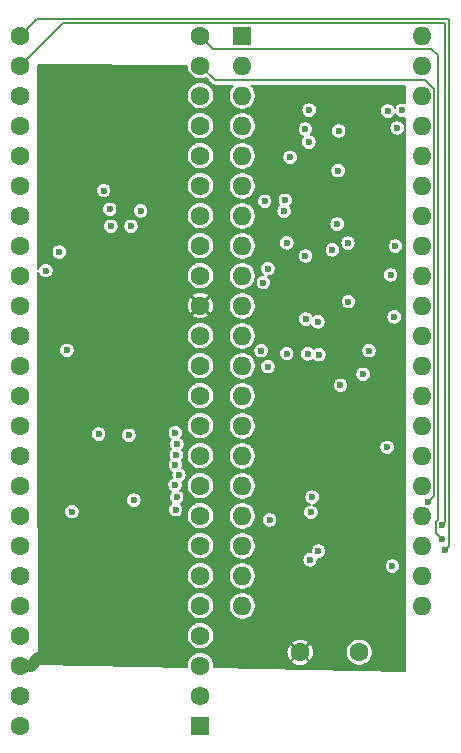
<source format=gbr>
G04 #@! TF.GenerationSoftware,KiCad,Pcbnew,(5.1.8)-1*
G04 #@! TF.CreationDate,2021-03-17T09:54:22-07:00*
G04 #@! TF.ProjectId,MCL64,4d434c36-342e-46b6-9963-61645f706362,rev?*
G04 #@! TF.SameCoordinates,Original*
G04 #@! TF.FileFunction,Copper,L2,Inr*
G04 #@! TF.FilePolarity,Positive*
%FSLAX46Y46*%
G04 Gerber Fmt 4.6, Leading zero omitted, Abs format (unit mm)*
G04 Created by KiCad (PCBNEW (5.1.8)-1) date 2021-03-17 09:54:22*
%MOMM*%
%LPD*%
G01*
G04 APERTURE LIST*
G04 #@! TA.AperFunction,ComponentPad*
%ADD10C,1.600000*%
G04 #@! TD*
G04 #@! TA.AperFunction,ComponentPad*
%ADD11R,1.600000X1.600000*%
G04 #@! TD*
G04 #@! TA.AperFunction,ComponentPad*
%ADD12O,1.600000X1.600000*%
G04 #@! TD*
G04 #@! TA.AperFunction,ViaPad*
%ADD13C,0.600000*%
G04 #@! TD*
G04 #@! TA.AperFunction,Conductor*
%ADD14C,0.177800*%
G04 #@! TD*
G04 #@! TA.AperFunction,Conductor*
%ADD15C,1.016000*%
G04 #@! TD*
G04 #@! TA.AperFunction,Conductor*
%ADD16C,0.203200*%
G04 #@! TD*
G04 #@! TA.AperFunction,Conductor*
%ADD17C,0.100000*%
G04 #@! TD*
G04 APERTURE END LIST*
D10*
X118532920Y-136410700D03*
X113532920Y-136410700D03*
X89847420Y-142618460D03*
X89847420Y-140078460D03*
X89847420Y-137538460D03*
X89847420Y-134998460D03*
X89847420Y-132458460D03*
X89847420Y-129918460D03*
X89847420Y-127378460D03*
X89847420Y-124838460D03*
X89847420Y-122298460D03*
X89847420Y-119758460D03*
X89847420Y-117218460D03*
X89847420Y-114678460D03*
X89847420Y-112138460D03*
X89847420Y-109598460D03*
D11*
X105087420Y-142618460D03*
D10*
X105087420Y-140078460D03*
X105087420Y-137538460D03*
X105087420Y-134998460D03*
X105087420Y-132458460D03*
X105087420Y-129918460D03*
X105087420Y-127378460D03*
X105087420Y-124838460D03*
X105087420Y-122298460D03*
X105087420Y-119758460D03*
X105087420Y-117218460D03*
X105087420Y-114678460D03*
X105087420Y-112138460D03*
X89847420Y-107058460D03*
X89847420Y-104518460D03*
X89847420Y-101978460D03*
X89847420Y-99438460D03*
X89847420Y-96898460D03*
X89847420Y-94358460D03*
X89847420Y-91818460D03*
X89847420Y-89278460D03*
X89847420Y-86738460D03*
X89847420Y-84198460D03*
X105087420Y-84198460D03*
X105087420Y-86738460D03*
X105087420Y-89278460D03*
X105087420Y-91818460D03*
X105087420Y-109598460D03*
X105087420Y-107058460D03*
X105087420Y-104518460D03*
X105087420Y-94358460D03*
X105087420Y-96898460D03*
X105087420Y-99438460D03*
X105087420Y-101978460D03*
D12*
X123873260Y-84226400D03*
X108633260Y-132486400D03*
X123873260Y-86766400D03*
X108633260Y-129946400D03*
X123873260Y-89306400D03*
X108633260Y-127406400D03*
X123873260Y-91846400D03*
X108633260Y-124866400D03*
X123873260Y-94386400D03*
X108633260Y-122326400D03*
X123873260Y-96926400D03*
X108633260Y-119786400D03*
X123873260Y-99466400D03*
X108633260Y-117246400D03*
X123873260Y-102006400D03*
X108633260Y-114706400D03*
X123873260Y-104546400D03*
X108633260Y-112166400D03*
X123873260Y-107086400D03*
X108633260Y-109626400D03*
X123873260Y-109626400D03*
X108633260Y-107086400D03*
X123873260Y-112166400D03*
X108633260Y-104546400D03*
X123873260Y-114706400D03*
X108633260Y-102006400D03*
X123873260Y-117246400D03*
X108633260Y-99466400D03*
X123873260Y-119786400D03*
X108633260Y-96926400D03*
X123873260Y-122326400D03*
X108633260Y-94386400D03*
X123873260Y-124866400D03*
X108633260Y-91846400D03*
X123873260Y-127406400D03*
X108633260Y-89306400D03*
X123873260Y-129946400D03*
X108633260Y-86766400D03*
X123873260Y-132486400D03*
D11*
X108633260Y-84226400D03*
D13*
X93776800Y-110850680D03*
X94206060Y-124510800D03*
X121340880Y-129120900D03*
X112682020Y-94510860D03*
X112395000Y-111115140D03*
X99458320Y-123536536D03*
X99030574Y-118039163D03*
X121185940Y-104467660D03*
X98953320Y-104084120D03*
X99118420Y-109893100D03*
X94373415Y-116907004D03*
X119608600Y-89369900D03*
X112861049Y-122387399D03*
X110996055Y-129179915D03*
X101257100Y-124914660D03*
X101300938Y-117150571D03*
X120103900Y-103344980D03*
X120947180Y-90589100D03*
X122163840Y-90528140D03*
X119359680Y-110871000D03*
X118862321Y-112872108D03*
X110794802Y-112227360D03*
X114269520Y-93215460D03*
X113976064Y-92120554D03*
X121737120Y-92024200D03*
X112400080Y-101747320D03*
X114165380Y-111147860D03*
X114003415Y-108203405D03*
X115039140Y-108437680D03*
X115120420Y-111218980D03*
X117617240Y-106718100D03*
X116946680Y-113802160D03*
X102956360Y-117835680D03*
X110944660Y-125211840D03*
X103088440Y-118803420D03*
X114429540Y-124566680D03*
X103045262Y-119715280D03*
X114551460Y-123276360D03*
X102967002Y-120549790D03*
X103272143Y-121413051D03*
X102941119Y-122222260D03*
X103075740Y-123294140D03*
X102981760Y-124340620D03*
X114363500Y-128587500D03*
X115082988Y-127851570D03*
X99213166Y-100345049D03*
X97502980Y-100345049D03*
X100020120Y-99032060D03*
X97401380Y-98902520D03*
X96888300Y-97312480D03*
X113982500Y-102859840D03*
X116662200Y-100159820D03*
X116743480Y-95633540D03*
X114287300Y-90510360D03*
X121592340Y-102029260D03*
X116258340Y-102339140D03*
X117584521Y-101765100D03*
X110789720Y-103929180D03*
X91996260Y-104094280D03*
X125778260Y-127774700D03*
X125544788Y-126779976D03*
X125549660Y-125630940D03*
X124345410Y-123703080D03*
X116791740Y-92273120D03*
X110523020Y-98231960D03*
X110230920Y-110871000D03*
X121495820Y-108013500D03*
X120901460Y-119062500D03*
X110414399Y-105105951D03*
X96464410Y-117940757D03*
X112273080Y-98145600D03*
X112174020Y-99067620D03*
X93139260Y-102532180D03*
D14*
X91325700Y-136928860D02*
X91513660Y-136928860D01*
D15*
X90716100Y-137538460D02*
X91325700Y-136928860D01*
D14*
X89847420Y-137538460D02*
X90716100Y-137538460D01*
X126118899Y-82840015D02*
X126118899Y-127434061D01*
X91269732Y-82776148D02*
X126055032Y-82776148D01*
X89847420Y-84198460D02*
X91269732Y-82776148D01*
X126118899Y-127434061D02*
X125778260Y-127774700D01*
X126055032Y-82776148D02*
X126118899Y-82840015D01*
X125201398Y-85844098D02*
X125201398Y-125220746D01*
X105087420Y-84198460D02*
X106182061Y-85293101D01*
X125033758Y-125388386D02*
X125033758Y-126268946D01*
X125201398Y-125220746D02*
X125033758Y-125388386D01*
X125033758Y-126268946D02*
X125544788Y-126779976D01*
X124650401Y-85293101D02*
X125201398Y-85844098D01*
X106182061Y-85293101D02*
X124650401Y-85293101D01*
X125798569Y-83131759D02*
X125798569Y-125382031D01*
X125798569Y-125382031D02*
X125549660Y-125630940D01*
X89847420Y-86738460D02*
X93454121Y-83131759D01*
X93454121Y-83131759D02*
X125798569Y-83131759D01*
X124889249Y-88743671D02*
X124889249Y-123159241D01*
X124889249Y-123159241D02*
X124345410Y-123703080D01*
X105087420Y-86738460D02*
X106332020Y-87983060D01*
X124128638Y-87983060D02*
X124889249Y-88743671D01*
X106332020Y-87983060D02*
X124128638Y-87983060D01*
D16*
X103931820Y-86805738D02*
X103931820Y-86852277D01*
X103976229Y-87075536D01*
X104063341Y-87285842D01*
X104189807Y-87475112D01*
X104350768Y-87636073D01*
X104540038Y-87762539D01*
X104750344Y-87849651D01*
X104973603Y-87894060D01*
X105201237Y-87894060D01*
X105424496Y-87849651D01*
X105527378Y-87807035D01*
X106002273Y-88281930D01*
X106016191Y-88298889D01*
X106083875Y-88354436D01*
X106161094Y-88395711D01*
X106244883Y-88421128D01*
X106310190Y-88427560D01*
X106310199Y-88427560D01*
X106332019Y-88429709D01*
X106353839Y-88427560D01*
X107877835Y-88427560D01*
X107735647Y-88569748D01*
X107609181Y-88759018D01*
X107522069Y-88969324D01*
X107477660Y-89192583D01*
X107477660Y-89420217D01*
X107522069Y-89643476D01*
X107609181Y-89853782D01*
X107735647Y-90043052D01*
X107896608Y-90204013D01*
X108085878Y-90330479D01*
X108296184Y-90417591D01*
X108519443Y-90462000D01*
X108747077Y-90462000D01*
X108828575Y-90445789D01*
X113631700Y-90445789D01*
X113631700Y-90574931D01*
X113656895Y-90701591D01*
X113706315Y-90820903D01*
X113778062Y-90928281D01*
X113869379Y-91019598D01*
X113976757Y-91091345D01*
X114096069Y-91140765D01*
X114222729Y-91165960D01*
X114351871Y-91165960D01*
X114478531Y-91140765D01*
X114597843Y-91091345D01*
X114705221Y-91019598D01*
X114796538Y-90928281D01*
X114868285Y-90820903D01*
X114917705Y-90701591D01*
X114942900Y-90574931D01*
X114942900Y-90445789D01*
X114917705Y-90319129D01*
X114868285Y-90199817D01*
X114796538Y-90092439D01*
X114705221Y-90001122D01*
X114597843Y-89929375D01*
X114478531Y-89879955D01*
X114351871Y-89854760D01*
X114222729Y-89854760D01*
X114096069Y-89879955D01*
X113976757Y-89929375D01*
X113869379Y-90001122D01*
X113778062Y-90092439D01*
X113706315Y-90199817D01*
X113656895Y-90319129D01*
X113631700Y-90445789D01*
X108828575Y-90445789D01*
X108970336Y-90417591D01*
X109180642Y-90330479D01*
X109369912Y-90204013D01*
X109530873Y-90043052D01*
X109657339Y-89853782D01*
X109744451Y-89643476D01*
X109788860Y-89420217D01*
X109788860Y-89192583D01*
X109744451Y-88969324D01*
X109657339Y-88759018D01*
X109530873Y-88569748D01*
X109388685Y-88427560D01*
X122397520Y-88427560D01*
X122397520Y-89915318D01*
X122355071Y-89897735D01*
X122228411Y-89872540D01*
X122099269Y-89872540D01*
X121972609Y-89897735D01*
X121853297Y-89947155D01*
X121745919Y-90018902D01*
X121654602Y-90110219D01*
X121582855Y-90217597D01*
X121542885Y-90314095D01*
X121528165Y-90278557D01*
X121456418Y-90171179D01*
X121365101Y-90079862D01*
X121257723Y-90008115D01*
X121138411Y-89958695D01*
X121011751Y-89933500D01*
X120882609Y-89933500D01*
X120755949Y-89958695D01*
X120636637Y-90008115D01*
X120529259Y-90079862D01*
X120437942Y-90171179D01*
X120366195Y-90278557D01*
X120316775Y-90397869D01*
X120291580Y-90524529D01*
X120291580Y-90653671D01*
X120316775Y-90780331D01*
X120366195Y-90899643D01*
X120437942Y-91007021D01*
X120529259Y-91098338D01*
X120636637Y-91170085D01*
X120755949Y-91219505D01*
X120882609Y-91244700D01*
X121011751Y-91244700D01*
X121138411Y-91219505D01*
X121257723Y-91170085D01*
X121365101Y-91098338D01*
X121456418Y-91007021D01*
X121528165Y-90899643D01*
X121568135Y-90803145D01*
X121582855Y-90838683D01*
X121654602Y-90946061D01*
X121745919Y-91037378D01*
X121853297Y-91109125D01*
X121972609Y-91158545D01*
X122099269Y-91183740D01*
X122228411Y-91183740D01*
X122355071Y-91158545D01*
X122397520Y-91140962D01*
X122397520Y-128692265D01*
X122391144Y-128704562D01*
X122383753Y-128723057D01*
X122379743Y-128752079D01*
X122447555Y-137953174D01*
X106240791Y-137663485D01*
X106243020Y-137652277D01*
X106243020Y-137424643D01*
X106198611Y-137201384D01*
X106192518Y-137186672D01*
X112792869Y-137186672D01*
X112871101Y-137364828D01*
X113069960Y-137475609D01*
X113286609Y-137545466D01*
X113512724Y-137571715D01*
X113739615Y-137553346D01*
X113958563Y-137491066D01*
X114161153Y-137387268D01*
X114194739Y-137364828D01*
X114272971Y-137186672D01*
X113532920Y-136446621D01*
X112792869Y-137186672D01*
X106192518Y-137186672D01*
X106111499Y-136991078D01*
X105985033Y-136801808D01*
X105824072Y-136640847D01*
X105634802Y-136514381D01*
X105424496Y-136427269D01*
X105239666Y-136390504D01*
X112371905Y-136390504D01*
X112390274Y-136617395D01*
X112452554Y-136836343D01*
X112556352Y-137038933D01*
X112578792Y-137072519D01*
X112756948Y-137150751D01*
X113496999Y-136410700D01*
X113568841Y-136410700D01*
X114308892Y-137150751D01*
X114487048Y-137072519D01*
X114597829Y-136873660D01*
X114667686Y-136657011D01*
X114693935Y-136430896D01*
X114683086Y-136296883D01*
X117377320Y-136296883D01*
X117377320Y-136524517D01*
X117421729Y-136747776D01*
X117508841Y-136958082D01*
X117635307Y-137147352D01*
X117796268Y-137308313D01*
X117985538Y-137434779D01*
X118195844Y-137521891D01*
X118419103Y-137566300D01*
X118646737Y-137566300D01*
X118869996Y-137521891D01*
X119080302Y-137434779D01*
X119269572Y-137308313D01*
X119430533Y-137147352D01*
X119556999Y-136958082D01*
X119644111Y-136747776D01*
X119688520Y-136524517D01*
X119688520Y-136296883D01*
X119644111Y-136073624D01*
X119556999Y-135863318D01*
X119430533Y-135674048D01*
X119269572Y-135513087D01*
X119080302Y-135386621D01*
X118869996Y-135299509D01*
X118646737Y-135255100D01*
X118419103Y-135255100D01*
X118195844Y-135299509D01*
X117985538Y-135386621D01*
X117796268Y-135513087D01*
X117635307Y-135674048D01*
X117508841Y-135863318D01*
X117421729Y-136073624D01*
X117377320Y-136296883D01*
X114683086Y-136296883D01*
X114675566Y-136204005D01*
X114613286Y-135985057D01*
X114509488Y-135782467D01*
X114487048Y-135748881D01*
X114308892Y-135670649D01*
X113568841Y-136410700D01*
X113496999Y-136410700D01*
X112756948Y-135670649D01*
X112578792Y-135748881D01*
X112468011Y-135947740D01*
X112398154Y-136164389D01*
X112371905Y-136390504D01*
X105239666Y-136390504D01*
X105201237Y-136382860D01*
X104973603Y-136382860D01*
X104750344Y-136427269D01*
X104540038Y-136514381D01*
X104350768Y-136640847D01*
X104189807Y-136801808D01*
X104063341Y-136991078D01*
X103976229Y-137201384D01*
X103931820Y-137424643D01*
X103931820Y-137622214D01*
X91389100Y-137398018D01*
X91386591Y-134884643D01*
X103931820Y-134884643D01*
X103931820Y-135112277D01*
X103976229Y-135335536D01*
X104063341Y-135545842D01*
X104189807Y-135735112D01*
X104350768Y-135896073D01*
X104540038Y-136022539D01*
X104750344Y-136109651D01*
X104973603Y-136154060D01*
X105201237Y-136154060D01*
X105424496Y-136109651D01*
X105634802Y-136022539D01*
X105824072Y-135896073D01*
X105985033Y-135735112D01*
X106052107Y-135634728D01*
X112792869Y-135634728D01*
X113532920Y-136374779D01*
X114272971Y-135634728D01*
X114194739Y-135456572D01*
X113995880Y-135345791D01*
X113779231Y-135275934D01*
X113553116Y-135249685D01*
X113326225Y-135268054D01*
X113107277Y-135330334D01*
X112904687Y-135434132D01*
X112871101Y-135456572D01*
X112792869Y-135634728D01*
X106052107Y-135634728D01*
X106111499Y-135545842D01*
X106198611Y-135335536D01*
X106243020Y-135112277D01*
X106243020Y-134884643D01*
X106198611Y-134661384D01*
X106111499Y-134451078D01*
X105985033Y-134261808D01*
X105824072Y-134100847D01*
X105634802Y-133974381D01*
X105424496Y-133887269D01*
X105201237Y-133842860D01*
X104973603Y-133842860D01*
X104750344Y-133887269D01*
X104540038Y-133974381D01*
X104350768Y-134100847D01*
X104189807Y-134261808D01*
X104063341Y-134451078D01*
X103976229Y-134661384D01*
X103931820Y-134884643D01*
X91386591Y-134884643D01*
X91384055Y-132344643D01*
X103931820Y-132344643D01*
X103931820Y-132572277D01*
X103976229Y-132795536D01*
X104063341Y-133005842D01*
X104189807Y-133195112D01*
X104350768Y-133356073D01*
X104540038Y-133482539D01*
X104750344Y-133569651D01*
X104973603Y-133614060D01*
X105201237Y-133614060D01*
X105424496Y-133569651D01*
X105634802Y-133482539D01*
X105824072Y-133356073D01*
X105985033Y-133195112D01*
X106111499Y-133005842D01*
X106198611Y-132795536D01*
X106243020Y-132572277D01*
X106243020Y-132372583D01*
X107477660Y-132372583D01*
X107477660Y-132600217D01*
X107522069Y-132823476D01*
X107609181Y-133033782D01*
X107735647Y-133223052D01*
X107896608Y-133384013D01*
X108085878Y-133510479D01*
X108296184Y-133597591D01*
X108519443Y-133642000D01*
X108747077Y-133642000D01*
X108970336Y-133597591D01*
X109180642Y-133510479D01*
X109369912Y-133384013D01*
X109530873Y-133223052D01*
X109657339Y-133033782D01*
X109744451Y-132823476D01*
X109788860Y-132600217D01*
X109788860Y-132372583D01*
X109744451Y-132149324D01*
X109657339Y-131939018D01*
X109530873Y-131749748D01*
X109369912Y-131588787D01*
X109180642Y-131462321D01*
X108970336Y-131375209D01*
X108747077Y-131330800D01*
X108519443Y-131330800D01*
X108296184Y-131375209D01*
X108085878Y-131462321D01*
X107896608Y-131588787D01*
X107735647Y-131749748D01*
X107609181Y-131939018D01*
X107522069Y-132149324D01*
X107477660Y-132372583D01*
X106243020Y-132372583D01*
X106243020Y-132344643D01*
X106198611Y-132121384D01*
X106111499Y-131911078D01*
X105985033Y-131721808D01*
X105824072Y-131560847D01*
X105634802Y-131434381D01*
X105424496Y-131347269D01*
X105201237Y-131302860D01*
X104973603Y-131302860D01*
X104750344Y-131347269D01*
X104540038Y-131434381D01*
X104350768Y-131560847D01*
X104189807Y-131721808D01*
X104063341Y-131911078D01*
X103976229Y-132121384D01*
X103931820Y-132344643D01*
X91384055Y-132344643D01*
X91381519Y-129804643D01*
X103931820Y-129804643D01*
X103931820Y-130032277D01*
X103976229Y-130255536D01*
X104063341Y-130465842D01*
X104189807Y-130655112D01*
X104350768Y-130816073D01*
X104540038Y-130942539D01*
X104750344Y-131029651D01*
X104973603Y-131074060D01*
X105201237Y-131074060D01*
X105424496Y-131029651D01*
X105634802Y-130942539D01*
X105824072Y-130816073D01*
X105985033Y-130655112D01*
X106111499Y-130465842D01*
X106198611Y-130255536D01*
X106243020Y-130032277D01*
X106243020Y-129832583D01*
X107477660Y-129832583D01*
X107477660Y-130060217D01*
X107522069Y-130283476D01*
X107609181Y-130493782D01*
X107735647Y-130683052D01*
X107896608Y-130844013D01*
X108085878Y-130970479D01*
X108296184Y-131057591D01*
X108519443Y-131102000D01*
X108747077Y-131102000D01*
X108970336Y-131057591D01*
X109180642Y-130970479D01*
X109369912Y-130844013D01*
X109530873Y-130683052D01*
X109657339Y-130493782D01*
X109744451Y-130283476D01*
X109788860Y-130060217D01*
X109788860Y-129832583D01*
X109744451Y-129609324D01*
X109657339Y-129399018D01*
X109530873Y-129209748D01*
X109369912Y-129048787D01*
X109180642Y-128922321D01*
X108970336Y-128835209D01*
X108747077Y-128790800D01*
X108519443Y-128790800D01*
X108296184Y-128835209D01*
X108085878Y-128922321D01*
X107896608Y-129048787D01*
X107735647Y-129209748D01*
X107609181Y-129399018D01*
X107522069Y-129609324D01*
X107477660Y-129832583D01*
X106243020Y-129832583D01*
X106243020Y-129804643D01*
X106198611Y-129581384D01*
X106111499Y-129371078D01*
X105985033Y-129181808D01*
X105824072Y-129020847D01*
X105634802Y-128894381D01*
X105424496Y-128807269D01*
X105201237Y-128762860D01*
X104973603Y-128762860D01*
X104750344Y-128807269D01*
X104540038Y-128894381D01*
X104350768Y-129020847D01*
X104189807Y-129181808D01*
X104063341Y-129371078D01*
X103976229Y-129581384D01*
X103931820Y-129804643D01*
X91381519Y-129804643D01*
X91378983Y-127264643D01*
X103931820Y-127264643D01*
X103931820Y-127492277D01*
X103976229Y-127715536D01*
X104063341Y-127925842D01*
X104189807Y-128115112D01*
X104350768Y-128276073D01*
X104540038Y-128402539D01*
X104750344Y-128489651D01*
X104973603Y-128534060D01*
X105201237Y-128534060D01*
X105424496Y-128489651D01*
X105634802Y-128402539D01*
X105824072Y-128276073D01*
X105985033Y-128115112D01*
X106111499Y-127925842D01*
X106198611Y-127715536D01*
X106243020Y-127492277D01*
X106243020Y-127292583D01*
X107477660Y-127292583D01*
X107477660Y-127520217D01*
X107522069Y-127743476D01*
X107609181Y-127953782D01*
X107735647Y-128143052D01*
X107896608Y-128304013D01*
X108085878Y-128430479D01*
X108296184Y-128517591D01*
X108519443Y-128562000D01*
X108747077Y-128562000D01*
X108943500Y-128522929D01*
X113707900Y-128522929D01*
X113707900Y-128652071D01*
X113733095Y-128778731D01*
X113782515Y-128898043D01*
X113854262Y-129005421D01*
X113945579Y-129096738D01*
X114052957Y-129168485D01*
X114172269Y-129217905D01*
X114298929Y-129243100D01*
X114428071Y-129243100D01*
X114554731Y-129217905D01*
X114674043Y-129168485D01*
X114781421Y-129096738D01*
X114821830Y-129056329D01*
X120685280Y-129056329D01*
X120685280Y-129185471D01*
X120710475Y-129312131D01*
X120759895Y-129431443D01*
X120831642Y-129538821D01*
X120922959Y-129630138D01*
X121030337Y-129701885D01*
X121149649Y-129751305D01*
X121276309Y-129776500D01*
X121405451Y-129776500D01*
X121532111Y-129751305D01*
X121651423Y-129701885D01*
X121758801Y-129630138D01*
X121850118Y-129538821D01*
X121921865Y-129431443D01*
X121971285Y-129312131D01*
X121996480Y-129185471D01*
X121996480Y-129056329D01*
X121971285Y-128929669D01*
X121921865Y-128810357D01*
X121850118Y-128702979D01*
X121758801Y-128611662D01*
X121651423Y-128539915D01*
X121532111Y-128490495D01*
X121405451Y-128465300D01*
X121276309Y-128465300D01*
X121149649Y-128490495D01*
X121030337Y-128539915D01*
X120922959Y-128611662D01*
X120831642Y-128702979D01*
X120759895Y-128810357D01*
X120710475Y-128929669D01*
X120685280Y-129056329D01*
X114821830Y-129056329D01*
X114872738Y-129005421D01*
X114944485Y-128898043D01*
X114993905Y-128778731D01*
X115019100Y-128652071D01*
X115019100Y-128522929D01*
X115015864Y-128506662D01*
X115018417Y-128507170D01*
X115147559Y-128507170D01*
X115274219Y-128481975D01*
X115393531Y-128432555D01*
X115500909Y-128360808D01*
X115592226Y-128269491D01*
X115663973Y-128162113D01*
X115713393Y-128042801D01*
X115738588Y-127916141D01*
X115738588Y-127786999D01*
X115713393Y-127660339D01*
X115663973Y-127541027D01*
X115592226Y-127433649D01*
X115500909Y-127342332D01*
X115393531Y-127270585D01*
X115274219Y-127221165D01*
X115147559Y-127195970D01*
X115018417Y-127195970D01*
X114891757Y-127221165D01*
X114772445Y-127270585D01*
X114665067Y-127342332D01*
X114573750Y-127433649D01*
X114502003Y-127541027D01*
X114452583Y-127660339D01*
X114427388Y-127786999D01*
X114427388Y-127916141D01*
X114430624Y-127932408D01*
X114428071Y-127931900D01*
X114298929Y-127931900D01*
X114172269Y-127957095D01*
X114052957Y-128006515D01*
X113945579Y-128078262D01*
X113854262Y-128169579D01*
X113782515Y-128276957D01*
X113733095Y-128396269D01*
X113707900Y-128522929D01*
X108943500Y-128522929D01*
X108970336Y-128517591D01*
X109180642Y-128430479D01*
X109369912Y-128304013D01*
X109530873Y-128143052D01*
X109657339Y-127953782D01*
X109744451Y-127743476D01*
X109788860Y-127520217D01*
X109788860Y-127292583D01*
X109744451Y-127069324D01*
X109657339Y-126859018D01*
X109530873Y-126669748D01*
X109369912Y-126508787D01*
X109180642Y-126382321D01*
X108970336Y-126295209D01*
X108747077Y-126250800D01*
X108519443Y-126250800D01*
X108296184Y-126295209D01*
X108085878Y-126382321D01*
X107896608Y-126508787D01*
X107735647Y-126669748D01*
X107609181Y-126859018D01*
X107522069Y-127069324D01*
X107477660Y-127292583D01*
X106243020Y-127292583D01*
X106243020Y-127264643D01*
X106198611Y-127041384D01*
X106111499Y-126831078D01*
X105985033Y-126641808D01*
X105824072Y-126480847D01*
X105634802Y-126354381D01*
X105424496Y-126267269D01*
X105201237Y-126222860D01*
X104973603Y-126222860D01*
X104750344Y-126267269D01*
X104540038Y-126354381D01*
X104350768Y-126480847D01*
X104189807Y-126641808D01*
X104063341Y-126831078D01*
X103976229Y-127041384D01*
X103931820Y-127264643D01*
X91378983Y-127264643D01*
X91376169Y-124446229D01*
X93550460Y-124446229D01*
X93550460Y-124575371D01*
X93575655Y-124702031D01*
X93625075Y-124821343D01*
X93696822Y-124928721D01*
X93788139Y-125020038D01*
X93895517Y-125091785D01*
X94014829Y-125141205D01*
X94141489Y-125166400D01*
X94270631Y-125166400D01*
X94397291Y-125141205D01*
X94516603Y-125091785D01*
X94623981Y-125020038D01*
X94715298Y-124928721D01*
X94787045Y-124821343D01*
X94836465Y-124702031D01*
X94861660Y-124575371D01*
X94861660Y-124446229D01*
X94836465Y-124319569D01*
X94787045Y-124200257D01*
X94715298Y-124092879D01*
X94623981Y-124001562D01*
X94516603Y-123929815D01*
X94397291Y-123880395D01*
X94270631Y-123855200D01*
X94141489Y-123855200D01*
X94014829Y-123880395D01*
X93895517Y-123929815D01*
X93788139Y-124001562D01*
X93696822Y-124092879D01*
X93625075Y-124200257D01*
X93575655Y-124319569D01*
X93550460Y-124446229D01*
X91376169Y-124446229D01*
X91375197Y-123471965D01*
X98802720Y-123471965D01*
X98802720Y-123601107D01*
X98827915Y-123727767D01*
X98877335Y-123847079D01*
X98949082Y-123954457D01*
X99040399Y-124045774D01*
X99147777Y-124117521D01*
X99267089Y-124166941D01*
X99393749Y-124192136D01*
X99522891Y-124192136D01*
X99649551Y-124166941D01*
X99768863Y-124117521D01*
X99876241Y-124045774D01*
X99967558Y-123954457D01*
X100039305Y-123847079D01*
X100088725Y-123727767D01*
X100113920Y-123601107D01*
X100113920Y-123471965D01*
X100088725Y-123345305D01*
X100039305Y-123225993D01*
X99967558Y-123118615D01*
X99876241Y-123027298D01*
X99768863Y-122955551D01*
X99649551Y-122906131D01*
X99522891Y-122880936D01*
X99393749Y-122880936D01*
X99267089Y-122906131D01*
X99147777Y-122955551D01*
X99040399Y-123027298D01*
X98949082Y-123118615D01*
X98877335Y-123225993D01*
X98827915Y-123345305D01*
X98802720Y-123471965D01*
X91375197Y-123471965D01*
X91373885Y-122157689D01*
X102285519Y-122157689D01*
X102285519Y-122286831D01*
X102310714Y-122413491D01*
X102360134Y-122532803D01*
X102431881Y-122640181D01*
X102523198Y-122731498D01*
X102630576Y-122803245D01*
X102636869Y-122805852D01*
X102566502Y-122876219D01*
X102494755Y-122983597D01*
X102445335Y-123102909D01*
X102420140Y-123229569D01*
X102420140Y-123358711D01*
X102445335Y-123485371D01*
X102494755Y-123604683D01*
X102566502Y-123712061D01*
X102636963Y-123782522D01*
X102563839Y-123831382D01*
X102472522Y-123922699D01*
X102400775Y-124030077D01*
X102351355Y-124149389D01*
X102326160Y-124276049D01*
X102326160Y-124405191D01*
X102351355Y-124531851D01*
X102400775Y-124651163D01*
X102472522Y-124758541D01*
X102563839Y-124849858D01*
X102671217Y-124921605D01*
X102790529Y-124971025D01*
X102917189Y-124996220D01*
X103046331Y-124996220D01*
X103172991Y-124971025D01*
X103292303Y-124921605D01*
X103399681Y-124849858D01*
X103490998Y-124758541D01*
X103513647Y-124724643D01*
X103931820Y-124724643D01*
X103931820Y-124952277D01*
X103976229Y-125175536D01*
X104063341Y-125385842D01*
X104189807Y-125575112D01*
X104350768Y-125736073D01*
X104540038Y-125862539D01*
X104750344Y-125949651D01*
X104973603Y-125994060D01*
X105201237Y-125994060D01*
X105424496Y-125949651D01*
X105634802Y-125862539D01*
X105824072Y-125736073D01*
X105985033Y-125575112D01*
X106111499Y-125385842D01*
X106198611Y-125175536D01*
X106243020Y-124952277D01*
X106243020Y-124752583D01*
X107477660Y-124752583D01*
X107477660Y-124980217D01*
X107522069Y-125203476D01*
X107609181Y-125413782D01*
X107735647Y-125603052D01*
X107896608Y-125764013D01*
X108085878Y-125890479D01*
X108296184Y-125977591D01*
X108519443Y-126022000D01*
X108747077Y-126022000D01*
X108970336Y-125977591D01*
X109180642Y-125890479D01*
X109369912Y-125764013D01*
X109530873Y-125603052D01*
X109657339Y-125413782D01*
X109744451Y-125203476D01*
X109755631Y-125147269D01*
X110289060Y-125147269D01*
X110289060Y-125276411D01*
X110314255Y-125403071D01*
X110363675Y-125522383D01*
X110435422Y-125629761D01*
X110526739Y-125721078D01*
X110634117Y-125792825D01*
X110753429Y-125842245D01*
X110880089Y-125867440D01*
X111009231Y-125867440D01*
X111135891Y-125842245D01*
X111255203Y-125792825D01*
X111362581Y-125721078D01*
X111453898Y-125629761D01*
X111525645Y-125522383D01*
X111575065Y-125403071D01*
X111600260Y-125276411D01*
X111600260Y-125147269D01*
X111575065Y-125020609D01*
X111525645Y-124901297D01*
X111453898Y-124793919D01*
X111362581Y-124702602D01*
X111255203Y-124630855D01*
X111135891Y-124581435D01*
X111009231Y-124556240D01*
X110880089Y-124556240D01*
X110753429Y-124581435D01*
X110634117Y-124630855D01*
X110526739Y-124702602D01*
X110435422Y-124793919D01*
X110363675Y-124901297D01*
X110314255Y-125020609D01*
X110289060Y-125147269D01*
X109755631Y-125147269D01*
X109788860Y-124980217D01*
X109788860Y-124752583D01*
X109744451Y-124529324D01*
X109733179Y-124502109D01*
X113773940Y-124502109D01*
X113773940Y-124631251D01*
X113799135Y-124757911D01*
X113848555Y-124877223D01*
X113920302Y-124984601D01*
X114011619Y-125075918D01*
X114118997Y-125147665D01*
X114238309Y-125197085D01*
X114364969Y-125222280D01*
X114494111Y-125222280D01*
X114620771Y-125197085D01*
X114740083Y-125147665D01*
X114847461Y-125075918D01*
X114938778Y-124984601D01*
X115010525Y-124877223D01*
X115059945Y-124757911D01*
X115085140Y-124631251D01*
X115085140Y-124502109D01*
X115059945Y-124375449D01*
X115010525Y-124256137D01*
X114938778Y-124148759D01*
X114847461Y-124057442D01*
X114740083Y-123985695D01*
X114620771Y-123936275D01*
X114599079Y-123931960D01*
X114616031Y-123931960D01*
X114742691Y-123906765D01*
X114862003Y-123857345D01*
X114969381Y-123785598D01*
X115060698Y-123694281D01*
X115132445Y-123586903D01*
X115181865Y-123467591D01*
X115207060Y-123340931D01*
X115207060Y-123211789D01*
X115181865Y-123085129D01*
X115132445Y-122965817D01*
X115060698Y-122858439D01*
X114969381Y-122767122D01*
X114862003Y-122695375D01*
X114742691Y-122645955D01*
X114616031Y-122620760D01*
X114486889Y-122620760D01*
X114360229Y-122645955D01*
X114240917Y-122695375D01*
X114133539Y-122767122D01*
X114042222Y-122858439D01*
X113970475Y-122965817D01*
X113921055Y-123085129D01*
X113895860Y-123211789D01*
X113895860Y-123340931D01*
X113921055Y-123467591D01*
X113970475Y-123586903D01*
X114042222Y-123694281D01*
X114133539Y-123785598D01*
X114240917Y-123857345D01*
X114360229Y-123906765D01*
X114381921Y-123911080D01*
X114364969Y-123911080D01*
X114238309Y-123936275D01*
X114118997Y-123985695D01*
X114011619Y-124057442D01*
X113920302Y-124148759D01*
X113848555Y-124256137D01*
X113799135Y-124375449D01*
X113773940Y-124502109D01*
X109733179Y-124502109D01*
X109657339Y-124319018D01*
X109530873Y-124129748D01*
X109369912Y-123968787D01*
X109180642Y-123842321D01*
X108970336Y-123755209D01*
X108747077Y-123710800D01*
X108519443Y-123710800D01*
X108296184Y-123755209D01*
X108085878Y-123842321D01*
X107896608Y-123968787D01*
X107735647Y-124129748D01*
X107609181Y-124319018D01*
X107522069Y-124529324D01*
X107477660Y-124752583D01*
X106243020Y-124752583D01*
X106243020Y-124724643D01*
X106198611Y-124501384D01*
X106111499Y-124291078D01*
X105985033Y-124101808D01*
X105824072Y-123940847D01*
X105634802Y-123814381D01*
X105424496Y-123727269D01*
X105201237Y-123682860D01*
X104973603Y-123682860D01*
X104750344Y-123727269D01*
X104540038Y-123814381D01*
X104350768Y-123940847D01*
X104189807Y-124101808D01*
X104063341Y-124291078D01*
X103976229Y-124501384D01*
X103931820Y-124724643D01*
X103513647Y-124724643D01*
X103562745Y-124651163D01*
X103612165Y-124531851D01*
X103637360Y-124405191D01*
X103637360Y-124276049D01*
X103612165Y-124149389D01*
X103562745Y-124030077D01*
X103490998Y-123922699D01*
X103420537Y-123852238D01*
X103493661Y-123803378D01*
X103584978Y-123712061D01*
X103656725Y-123604683D01*
X103706145Y-123485371D01*
X103731340Y-123358711D01*
X103731340Y-123229569D01*
X103706145Y-123102909D01*
X103656725Y-122983597D01*
X103584978Y-122876219D01*
X103493661Y-122784902D01*
X103386283Y-122713155D01*
X103379990Y-122710548D01*
X103450357Y-122640181D01*
X103522104Y-122532803D01*
X103571524Y-122413491D01*
X103596719Y-122286831D01*
X103596719Y-122184643D01*
X103931820Y-122184643D01*
X103931820Y-122412277D01*
X103976229Y-122635536D01*
X104063341Y-122845842D01*
X104189807Y-123035112D01*
X104350768Y-123196073D01*
X104540038Y-123322539D01*
X104750344Y-123409651D01*
X104973603Y-123454060D01*
X105201237Y-123454060D01*
X105424496Y-123409651D01*
X105634802Y-123322539D01*
X105824072Y-123196073D01*
X105985033Y-123035112D01*
X106111499Y-122845842D01*
X106198611Y-122635536D01*
X106243020Y-122412277D01*
X106243020Y-122212583D01*
X107477660Y-122212583D01*
X107477660Y-122440217D01*
X107522069Y-122663476D01*
X107609181Y-122873782D01*
X107735647Y-123063052D01*
X107896608Y-123224013D01*
X108085878Y-123350479D01*
X108296184Y-123437591D01*
X108519443Y-123482000D01*
X108747077Y-123482000D01*
X108970336Y-123437591D01*
X109180642Y-123350479D01*
X109369912Y-123224013D01*
X109530873Y-123063052D01*
X109657339Y-122873782D01*
X109744451Y-122663476D01*
X109788860Y-122440217D01*
X109788860Y-122212583D01*
X109744451Y-121989324D01*
X109657339Y-121779018D01*
X109530873Y-121589748D01*
X109369912Y-121428787D01*
X109180642Y-121302321D01*
X108970336Y-121215209D01*
X108747077Y-121170800D01*
X108519443Y-121170800D01*
X108296184Y-121215209D01*
X108085878Y-121302321D01*
X107896608Y-121428787D01*
X107735647Y-121589748D01*
X107609181Y-121779018D01*
X107522069Y-121989324D01*
X107477660Y-122212583D01*
X106243020Y-122212583D01*
X106243020Y-122184643D01*
X106198611Y-121961384D01*
X106111499Y-121751078D01*
X105985033Y-121561808D01*
X105824072Y-121400847D01*
X105634802Y-121274381D01*
X105424496Y-121187269D01*
X105201237Y-121142860D01*
X104973603Y-121142860D01*
X104750344Y-121187269D01*
X104540038Y-121274381D01*
X104350768Y-121400847D01*
X104189807Y-121561808D01*
X104063341Y-121751078D01*
X103976229Y-121961384D01*
X103931820Y-122184643D01*
X103596719Y-122184643D01*
X103596719Y-122157689D01*
X103571524Y-122031029D01*
X103560080Y-122003400D01*
X103582686Y-121994036D01*
X103690064Y-121922289D01*
X103781381Y-121830972D01*
X103853128Y-121723594D01*
X103902548Y-121604282D01*
X103927743Y-121477622D01*
X103927743Y-121348480D01*
X103902548Y-121221820D01*
X103853128Y-121102508D01*
X103781381Y-120995130D01*
X103690064Y-120903813D01*
X103582686Y-120832066D01*
X103563062Y-120823938D01*
X103597407Y-120741021D01*
X103622602Y-120614361D01*
X103622602Y-120485219D01*
X103597407Y-120358559D01*
X103547987Y-120239247D01*
X103508120Y-120179581D01*
X103554500Y-120133201D01*
X103626247Y-120025823D01*
X103675667Y-119906511D01*
X103700862Y-119779851D01*
X103700862Y-119650709D01*
X103699656Y-119644643D01*
X103931820Y-119644643D01*
X103931820Y-119872277D01*
X103976229Y-120095536D01*
X104063341Y-120305842D01*
X104189807Y-120495112D01*
X104350768Y-120656073D01*
X104540038Y-120782539D01*
X104750344Y-120869651D01*
X104973603Y-120914060D01*
X105201237Y-120914060D01*
X105424496Y-120869651D01*
X105634802Y-120782539D01*
X105824072Y-120656073D01*
X105985033Y-120495112D01*
X106111499Y-120305842D01*
X106198611Y-120095536D01*
X106243020Y-119872277D01*
X106243020Y-119672583D01*
X107477660Y-119672583D01*
X107477660Y-119900217D01*
X107522069Y-120123476D01*
X107609181Y-120333782D01*
X107735647Y-120523052D01*
X107896608Y-120684013D01*
X108085878Y-120810479D01*
X108296184Y-120897591D01*
X108519443Y-120942000D01*
X108747077Y-120942000D01*
X108970336Y-120897591D01*
X109180642Y-120810479D01*
X109369912Y-120684013D01*
X109530873Y-120523052D01*
X109657339Y-120333782D01*
X109744451Y-120123476D01*
X109788860Y-119900217D01*
X109788860Y-119672583D01*
X109744451Y-119449324D01*
X109657339Y-119239018D01*
X109530873Y-119049748D01*
X109479054Y-118997929D01*
X120245860Y-118997929D01*
X120245860Y-119127071D01*
X120271055Y-119253731D01*
X120320475Y-119373043D01*
X120392222Y-119480421D01*
X120483539Y-119571738D01*
X120590917Y-119643485D01*
X120710229Y-119692905D01*
X120836889Y-119718100D01*
X120966031Y-119718100D01*
X121092691Y-119692905D01*
X121212003Y-119643485D01*
X121319381Y-119571738D01*
X121410698Y-119480421D01*
X121482445Y-119373043D01*
X121531865Y-119253731D01*
X121557060Y-119127071D01*
X121557060Y-118997929D01*
X121531865Y-118871269D01*
X121482445Y-118751957D01*
X121410698Y-118644579D01*
X121319381Y-118553262D01*
X121212003Y-118481515D01*
X121092691Y-118432095D01*
X120966031Y-118406900D01*
X120836889Y-118406900D01*
X120710229Y-118432095D01*
X120590917Y-118481515D01*
X120483539Y-118553262D01*
X120392222Y-118644579D01*
X120320475Y-118751957D01*
X120271055Y-118871269D01*
X120245860Y-118997929D01*
X109479054Y-118997929D01*
X109369912Y-118888787D01*
X109180642Y-118762321D01*
X108970336Y-118675209D01*
X108747077Y-118630800D01*
X108519443Y-118630800D01*
X108296184Y-118675209D01*
X108085878Y-118762321D01*
X107896608Y-118888787D01*
X107735647Y-119049748D01*
X107609181Y-119239018D01*
X107522069Y-119449324D01*
X107477660Y-119672583D01*
X106243020Y-119672583D01*
X106243020Y-119644643D01*
X106198611Y-119421384D01*
X106111499Y-119211078D01*
X105985033Y-119021808D01*
X105824072Y-118860847D01*
X105634802Y-118734381D01*
X105424496Y-118647269D01*
X105201237Y-118602860D01*
X104973603Y-118602860D01*
X104750344Y-118647269D01*
X104540038Y-118734381D01*
X104350768Y-118860847D01*
X104189807Y-119021808D01*
X104063341Y-119211078D01*
X103976229Y-119421384D01*
X103931820Y-119644643D01*
X103699656Y-119644643D01*
X103675667Y-119524049D01*
X103626247Y-119404737D01*
X103554500Y-119297359D01*
X103538080Y-119280939D01*
X103597678Y-119221341D01*
X103669425Y-119113963D01*
X103718845Y-118994651D01*
X103744040Y-118867991D01*
X103744040Y-118738849D01*
X103718845Y-118612189D01*
X103669425Y-118492877D01*
X103597678Y-118385499D01*
X103506361Y-118294182D01*
X103457599Y-118261600D01*
X103465598Y-118253601D01*
X103537345Y-118146223D01*
X103586765Y-118026911D01*
X103611960Y-117900251D01*
X103611960Y-117771109D01*
X103586765Y-117644449D01*
X103537345Y-117525137D01*
X103465598Y-117417759D01*
X103374281Y-117326442D01*
X103266903Y-117254695D01*
X103147591Y-117205275D01*
X103020931Y-117180080D01*
X102891789Y-117180080D01*
X102765129Y-117205275D01*
X102645817Y-117254695D01*
X102538439Y-117326442D01*
X102447122Y-117417759D01*
X102375375Y-117525137D01*
X102325955Y-117644449D01*
X102300760Y-117771109D01*
X102300760Y-117900251D01*
X102325955Y-118026911D01*
X102375375Y-118146223D01*
X102447122Y-118253601D01*
X102538439Y-118344918D01*
X102587201Y-118377500D01*
X102579202Y-118385499D01*
X102507455Y-118492877D01*
X102458035Y-118612189D01*
X102432840Y-118738849D01*
X102432840Y-118867991D01*
X102458035Y-118994651D01*
X102507455Y-119113963D01*
X102579202Y-119221341D01*
X102595622Y-119237761D01*
X102536024Y-119297359D01*
X102464277Y-119404737D01*
X102414857Y-119524049D01*
X102389662Y-119650709D01*
X102389662Y-119779851D01*
X102414857Y-119906511D01*
X102464277Y-120025823D01*
X102504144Y-120085489D01*
X102457764Y-120131869D01*
X102386017Y-120239247D01*
X102336597Y-120358559D01*
X102311402Y-120485219D01*
X102311402Y-120614361D01*
X102336597Y-120741021D01*
X102386017Y-120860333D01*
X102457764Y-120967711D01*
X102549081Y-121059028D01*
X102656459Y-121130775D01*
X102676083Y-121138903D01*
X102641738Y-121221820D01*
X102616543Y-121348480D01*
X102616543Y-121477622D01*
X102641738Y-121604282D01*
X102653182Y-121631911D01*
X102630576Y-121641275D01*
X102523198Y-121713022D01*
X102431881Y-121804339D01*
X102360134Y-121911717D01*
X102310714Y-122031029D01*
X102285519Y-122157689D01*
X91373885Y-122157689D01*
X91369609Y-117876186D01*
X95808810Y-117876186D01*
X95808810Y-118005328D01*
X95834005Y-118131988D01*
X95883425Y-118251300D01*
X95955172Y-118358678D01*
X96046489Y-118449995D01*
X96153867Y-118521742D01*
X96273179Y-118571162D01*
X96399839Y-118596357D01*
X96528981Y-118596357D01*
X96655641Y-118571162D01*
X96774953Y-118521742D01*
X96882331Y-118449995D01*
X96973648Y-118358678D01*
X97045395Y-118251300D01*
X97094815Y-118131988D01*
X97120010Y-118005328D01*
X97120010Y-117974592D01*
X98374974Y-117974592D01*
X98374974Y-118103734D01*
X98400169Y-118230394D01*
X98449589Y-118349706D01*
X98521336Y-118457084D01*
X98612653Y-118548401D01*
X98720031Y-118620148D01*
X98839343Y-118669568D01*
X98966003Y-118694763D01*
X99095145Y-118694763D01*
X99221805Y-118669568D01*
X99341117Y-118620148D01*
X99448495Y-118548401D01*
X99539812Y-118457084D01*
X99611559Y-118349706D01*
X99660979Y-118230394D01*
X99686174Y-118103734D01*
X99686174Y-117974592D01*
X99660979Y-117847932D01*
X99611559Y-117728620D01*
X99539812Y-117621242D01*
X99448495Y-117529925D01*
X99341117Y-117458178D01*
X99221805Y-117408758D01*
X99095145Y-117383563D01*
X98966003Y-117383563D01*
X98839343Y-117408758D01*
X98720031Y-117458178D01*
X98612653Y-117529925D01*
X98521336Y-117621242D01*
X98449589Y-117728620D01*
X98400169Y-117847932D01*
X98374974Y-117974592D01*
X97120010Y-117974592D01*
X97120010Y-117876186D01*
X97094815Y-117749526D01*
X97045395Y-117630214D01*
X96973648Y-117522836D01*
X96882331Y-117431519D01*
X96774953Y-117359772D01*
X96655641Y-117310352D01*
X96528981Y-117285157D01*
X96399839Y-117285157D01*
X96273179Y-117310352D01*
X96153867Y-117359772D01*
X96046489Y-117431519D01*
X95955172Y-117522836D01*
X95883425Y-117630214D01*
X95834005Y-117749526D01*
X95808810Y-117876186D01*
X91369609Y-117876186D01*
X91368839Y-117104643D01*
X103931820Y-117104643D01*
X103931820Y-117332277D01*
X103976229Y-117555536D01*
X104063341Y-117765842D01*
X104189807Y-117955112D01*
X104350768Y-118116073D01*
X104540038Y-118242539D01*
X104750344Y-118329651D01*
X104973603Y-118374060D01*
X105201237Y-118374060D01*
X105424496Y-118329651D01*
X105634802Y-118242539D01*
X105824072Y-118116073D01*
X105985033Y-117955112D01*
X106111499Y-117765842D01*
X106198611Y-117555536D01*
X106243020Y-117332277D01*
X106243020Y-117132583D01*
X107477660Y-117132583D01*
X107477660Y-117360217D01*
X107522069Y-117583476D01*
X107609181Y-117793782D01*
X107735647Y-117983052D01*
X107896608Y-118144013D01*
X108085878Y-118270479D01*
X108296184Y-118357591D01*
X108519443Y-118402000D01*
X108747077Y-118402000D01*
X108970336Y-118357591D01*
X109180642Y-118270479D01*
X109369912Y-118144013D01*
X109530873Y-117983052D01*
X109657339Y-117793782D01*
X109744451Y-117583476D01*
X109788860Y-117360217D01*
X109788860Y-117132583D01*
X109744451Y-116909324D01*
X109657339Y-116699018D01*
X109530873Y-116509748D01*
X109369912Y-116348787D01*
X109180642Y-116222321D01*
X108970336Y-116135209D01*
X108747077Y-116090800D01*
X108519443Y-116090800D01*
X108296184Y-116135209D01*
X108085878Y-116222321D01*
X107896608Y-116348787D01*
X107735647Y-116509748D01*
X107609181Y-116699018D01*
X107522069Y-116909324D01*
X107477660Y-117132583D01*
X106243020Y-117132583D01*
X106243020Y-117104643D01*
X106198611Y-116881384D01*
X106111499Y-116671078D01*
X105985033Y-116481808D01*
X105824072Y-116320847D01*
X105634802Y-116194381D01*
X105424496Y-116107269D01*
X105201237Y-116062860D01*
X104973603Y-116062860D01*
X104750344Y-116107269D01*
X104540038Y-116194381D01*
X104350768Y-116320847D01*
X104189807Y-116481808D01*
X104063341Y-116671078D01*
X103976229Y-116881384D01*
X103931820Y-117104643D01*
X91368839Y-117104643D01*
X91366303Y-114564643D01*
X103931820Y-114564643D01*
X103931820Y-114792277D01*
X103976229Y-115015536D01*
X104063341Y-115225842D01*
X104189807Y-115415112D01*
X104350768Y-115576073D01*
X104540038Y-115702539D01*
X104750344Y-115789651D01*
X104973603Y-115834060D01*
X105201237Y-115834060D01*
X105424496Y-115789651D01*
X105634802Y-115702539D01*
X105824072Y-115576073D01*
X105985033Y-115415112D01*
X106111499Y-115225842D01*
X106198611Y-115015536D01*
X106243020Y-114792277D01*
X106243020Y-114592583D01*
X107477660Y-114592583D01*
X107477660Y-114820217D01*
X107522069Y-115043476D01*
X107609181Y-115253782D01*
X107735647Y-115443052D01*
X107896608Y-115604013D01*
X108085878Y-115730479D01*
X108296184Y-115817591D01*
X108519443Y-115862000D01*
X108747077Y-115862000D01*
X108970336Y-115817591D01*
X109180642Y-115730479D01*
X109369912Y-115604013D01*
X109530873Y-115443052D01*
X109657339Y-115253782D01*
X109744451Y-115043476D01*
X109788860Y-114820217D01*
X109788860Y-114592583D01*
X109744451Y-114369324D01*
X109657339Y-114159018D01*
X109530873Y-113969748D01*
X109369912Y-113808787D01*
X109263357Y-113737589D01*
X116291080Y-113737589D01*
X116291080Y-113866731D01*
X116316275Y-113993391D01*
X116365695Y-114112703D01*
X116437442Y-114220081D01*
X116528759Y-114311398D01*
X116636137Y-114383145D01*
X116755449Y-114432565D01*
X116882109Y-114457760D01*
X117011251Y-114457760D01*
X117137911Y-114432565D01*
X117257223Y-114383145D01*
X117364601Y-114311398D01*
X117455918Y-114220081D01*
X117527665Y-114112703D01*
X117577085Y-113993391D01*
X117602280Y-113866731D01*
X117602280Y-113737589D01*
X117577085Y-113610929D01*
X117527665Y-113491617D01*
X117455918Y-113384239D01*
X117364601Y-113292922D01*
X117257223Y-113221175D01*
X117137911Y-113171755D01*
X117011251Y-113146560D01*
X116882109Y-113146560D01*
X116755449Y-113171755D01*
X116636137Y-113221175D01*
X116528759Y-113292922D01*
X116437442Y-113384239D01*
X116365695Y-113491617D01*
X116316275Y-113610929D01*
X116291080Y-113737589D01*
X109263357Y-113737589D01*
X109180642Y-113682321D01*
X108970336Y-113595209D01*
X108747077Y-113550800D01*
X108519443Y-113550800D01*
X108296184Y-113595209D01*
X108085878Y-113682321D01*
X107896608Y-113808787D01*
X107735647Y-113969748D01*
X107609181Y-114159018D01*
X107522069Y-114369324D01*
X107477660Y-114592583D01*
X106243020Y-114592583D01*
X106243020Y-114564643D01*
X106198611Y-114341384D01*
X106111499Y-114131078D01*
X105985033Y-113941808D01*
X105824072Y-113780847D01*
X105634802Y-113654381D01*
X105424496Y-113567269D01*
X105201237Y-113522860D01*
X104973603Y-113522860D01*
X104750344Y-113567269D01*
X104540038Y-113654381D01*
X104350768Y-113780847D01*
X104189807Y-113941808D01*
X104063341Y-114131078D01*
X103976229Y-114341384D01*
X103931820Y-114564643D01*
X91366303Y-114564643D01*
X91363767Y-112024643D01*
X103931820Y-112024643D01*
X103931820Y-112252277D01*
X103976229Y-112475536D01*
X104063341Y-112685842D01*
X104189807Y-112875112D01*
X104350768Y-113036073D01*
X104540038Y-113162539D01*
X104750344Y-113249651D01*
X104973603Y-113294060D01*
X105201237Y-113294060D01*
X105424496Y-113249651D01*
X105634802Y-113162539D01*
X105824072Y-113036073D01*
X105985033Y-112875112D01*
X106111499Y-112685842D01*
X106198611Y-112475536D01*
X106243020Y-112252277D01*
X106243020Y-112052583D01*
X107477660Y-112052583D01*
X107477660Y-112280217D01*
X107522069Y-112503476D01*
X107609181Y-112713782D01*
X107735647Y-112903052D01*
X107896608Y-113064013D01*
X108085878Y-113190479D01*
X108296184Y-113277591D01*
X108519443Y-113322000D01*
X108747077Y-113322000D01*
X108970336Y-113277591D01*
X109180642Y-113190479D01*
X109369912Y-113064013D01*
X109530873Y-112903052D01*
X109657339Y-112713782D01*
X109744451Y-112503476D01*
X109788860Y-112280217D01*
X109788860Y-112162789D01*
X110139202Y-112162789D01*
X110139202Y-112291931D01*
X110164397Y-112418591D01*
X110213817Y-112537903D01*
X110285564Y-112645281D01*
X110376881Y-112736598D01*
X110484259Y-112808345D01*
X110603571Y-112857765D01*
X110730231Y-112882960D01*
X110859373Y-112882960D01*
X110986033Y-112857765D01*
X111105345Y-112808345D01*
X111106554Y-112807537D01*
X118206721Y-112807537D01*
X118206721Y-112936679D01*
X118231916Y-113063339D01*
X118281336Y-113182651D01*
X118353083Y-113290029D01*
X118444400Y-113381346D01*
X118551778Y-113453093D01*
X118671090Y-113502513D01*
X118797750Y-113527708D01*
X118926892Y-113527708D01*
X119053552Y-113502513D01*
X119172864Y-113453093D01*
X119280242Y-113381346D01*
X119371559Y-113290029D01*
X119443306Y-113182651D01*
X119492726Y-113063339D01*
X119517921Y-112936679D01*
X119517921Y-112807537D01*
X119492726Y-112680877D01*
X119443306Y-112561565D01*
X119371559Y-112454187D01*
X119280242Y-112362870D01*
X119172864Y-112291123D01*
X119053552Y-112241703D01*
X118926892Y-112216508D01*
X118797750Y-112216508D01*
X118671090Y-112241703D01*
X118551778Y-112291123D01*
X118444400Y-112362870D01*
X118353083Y-112454187D01*
X118281336Y-112561565D01*
X118231916Y-112680877D01*
X118206721Y-112807537D01*
X111106554Y-112807537D01*
X111212723Y-112736598D01*
X111304040Y-112645281D01*
X111375787Y-112537903D01*
X111425207Y-112418591D01*
X111450402Y-112291931D01*
X111450402Y-112162789D01*
X111425207Y-112036129D01*
X111375787Y-111916817D01*
X111304040Y-111809439D01*
X111212723Y-111718122D01*
X111105345Y-111646375D01*
X110986033Y-111596955D01*
X110859373Y-111571760D01*
X110730231Y-111571760D01*
X110603571Y-111596955D01*
X110484259Y-111646375D01*
X110376881Y-111718122D01*
X110285564Y-111809439D01*
X110213817Y-111916817D01*
X110164397Y-112036129D01*
X110139202Y-112162789D01*
X109788860Y-112162789D01*
X109788860Y-112052583D01*
X109744451Y-111829324D01*
X109657339Y-111619018D01*
X109530873Y-111429748D01*
X109369912Y-111268787D01*
X109180642Y-111142321D01*
X108970336Y-111055209D01*
X108747077Y-111010800D01*
X108519443Y-111010800D01*
X108296184Y-111055209D01*
X108085878Y-111142321D01*
X107896608Y-111268787D01*
X107735647Y-111429748D01*
X107609181Y-111619018D01*
X107522069Y-111829324D01*
X107477660Y-112052583D01*
X106243020Y-112052583D01*
X106243020Y-112024643D01*
X106198611Y-111801384D01*
X106111499Y-111591078D01*
X105985033Y-111401808D01*
X105824072Y-111240847D01*
X105634802Y-111114381D01*
X105424496Y-111027269D01*
X105201237Y-110982860D01*
X104973603Y-110982860D01*
X104750344Y-111027269D01*
X104540038Y-111114381D01*
X104350768Y-111240847D01*
X104189807Y-111401808D01*
X104063341Y-111591078D01*
X103976229Y-111801384D01*
X103931820Y-112024643D01*
X91363767Y-112024643D01*
X91362529Y-110786109D01*
X93121200Y-110786109D01*
X93121200Y-110915251D01*
X93146395Y-111041911D01*
X93195815Y-111161223D01*
X93267562Y-111268601D01*
X93358879Y-111359918D01*
X93466257Y-111431665D01*
X93585569Y-111481085D01*
X93712229Y-111506280D01*
X93841371Y-111506280D01*
X93968031Y-111481085D01*
X94087343Y-111431665D01*
X94194721Y-111359918D01*
X94286038Y-111268601D01*
X94357785Y-111161223D01*
X94407205Y-111041911D01*
X94432400Y-110915251D01*
X94432400Y-110806429D01*
X109575320Y-110806429D01*
X109575320Y-110935571D01*
X109600515Y-111062231D01*
X109649935Y-111181543D01*
X109721682Y-111288921D01*
X109812999Y-111380238D01*
X109920377Y-111451985D01*
X110039689Y-111501405D01*
X110166349Y-111526600D01*
X110295491Y-111526600D01*
X110422151Y-111501405D01*
X110541463Y-111451985D01*
X110648841Y-111380238D01*
X110740158Y-111288921D01*
X110811905Y-111181543D01*
X110861325Y-111062231D01*
X110863644Y-111050569D01*
X111739400Y-111050569D01*
X111739400Y-111179711D01*
X111764595Y-111306371D01*
X111814015Y-111425683D01*
X111885762Y-111533061D01*
X111977079Y-111624378D01*
X112084457Y-111696125D01*
X112203769Y-111745545D01*
X112330429Y-111770740D01*
X112459571Y-111770740D01*
X112586231Y-111745545D01*
X112705543Y-111696125D01*
X112812921Y-111624378D01*
X112904238Y-111533061D01*
X112975985Y-111425683D01*
X113025405Y-111306371D01*
X113050600Y-111179711D01*
X113050600Y-111083289D01*
X113509780Y-111083289D01*
X113509780Y-111212431D01*
X113534975Y-111339091D01*
X113584395Y-111458403D01*
X113656142Y-111565781D01*
X113747459Y-111657098D01*
X113854837Y-111728845D01*
X113974149Y-111778265D01*
X114100809Y-111803460D01*
X114229951Y-111803460D01*
X114356611Y-111778265D01*
X114475923Y-111728845D01*
X114583301Y-111657098D01*
X114608104Y-111632295D01*
X114611182Y-111636901D01*
X114702499Y-111728218D01*
X114809877Y-111799965D01*
X114929189Y-111849385D01*
X115055849Y-111874580D01*
X115184991Y-111874580D01*
X115311651Y-111849385D01*
X115430963Y-111799965D01*
X115538341Y-111728218D01*
X115629658Y-111636901D01*
X115701405Y-111529523D01*
X115750825Y-111410211D01*
X115776020Y-111283551D01*
X115776020Y-111154409D01*
X115750825Y-111027749D01*
X115701405Y-110908437D01*
X115633247Y-110806429D01*
X118704080Y-110806429D01*
X118704080Y-110935571D01*
X118729275Y-111062231D01*
X118778695Y-111181543D01*
X118850442Y-111288921D01*
X118941759Y-111380238D01*
X119049137Y-111451985D01*
X119168449Y-111501405D01*
X119295109Y-111526600D01*
X119424251Y-111526600D01*
X119550911Y-111501405D01*
X119670223Y-111451985D01*
X119777601Y-111380238D01*
X119868918Y-111288921D01*
X119940665Y-111181543D01*
X119990085Y-111062231D01*
X120015280Y-110935571D01*
X120015280Y-110806429D01*
X119990085Y-110679769D01*
X119940665Y-110560457D01*
X119868918Y-110453079D01*
X119777601Y-110361762D01*
X119670223Y-110290015D01*
X119550911Y-110240595D01*
X119424251Y-110215400D01*
X119295109Y-110215400D01*
X119168449Y-110240595D01*
X119049137Y-110290015D01*
X118941759Y-110361762D01*
X118850442Y-110453079D01*
X118778695Y-110560457D01*
X118729275Y-110679769D01*
X118704080Y-110806429D01*
X115633247Y-110806429D01*
X115629658Y-110801059D01*
X115538341Y-110709742D01*
X115430963Y-110637995D01*
X115311651Y-110588575D01*
X115184991Y-110563380D01*
X115055849Y-110563380D01*
X114929189Y-110588575D01*
X114809877Y-110637995D01*
X114702499Y-110709742D01*
X114677696Y-110734545D01*
X114674618Y-110729939D01*
X114583301Y-110638622D01*
X114475923Y-110566875D01*
X114356611Y-110517455D01*
X114229951Y-110492260D01*
X114100809Y-110492260D01*
X113974149Y-110517455D01*
X113854837Y-110566875D01*
X113747459Y-110638622D01*
X113656142Y-110729939D01*
X113584395Y-110837317D01*
X113534975Y-110956629D01*
X113509780Y-111083289D01*
X113050600Y-111083289D01*
X113050600Y-111050569D01*
X113025405Y-110923909D01*
X112975985Y-110804597D01*
X112904238Y-110697219D01*
X112812921Y-110605902D01*
X112705543Y-110534155D01*
X112586231Y-110484735D01*
X112459571Y-110459540D01*
X112330429Y-110459540D01*
X112203769Y-110484735D01*
X112084457Y-110534155D01*
X111977079Y-110605902D01*
X111885762Y-110697219D01*
X111814015Y-110804597D01*
X111764595Y-110923909D01*
X111739400Y-111050569D01*
X110863644Y-111050569D01*
X110886520Y-110935571D01*
X110886520Y-110806429D01*
X110861325Y-110679769D01*
X110811905Y-110560457D01*
X110740158Y-110453079D01*
X110648841Y-110361762D01*
X110541463Y-110290015D01*
X110422151Y-110240595D01*
X110295491Y-110215400D01*
X110166349Y-110215400D01*
X110039689Y-110240595D01*
X109920377Y-110290015D01*
X109812999Y-110361762D01*
X109721682Y-110453079D01*
X109649935Y-110560457D01*
X109600515Y-110679769D01*
X109575320Y-110806429D01*
X94432400Y-110806429D01*
X94432400Y-110786109D01*
X94407205Y-110659449D01*
X94357785Y-110540137D01*
X94286038Y-110432759D01*
X94194721Y-110341442D01*
X94087343Y-110269695D01*
X93968031Y-110220275D01*
X93841371Y-110195080D01*
X93712229Y-110195080D01*
X93585569Y-110220275D01*
X93466257Y-110269695D01*
X93358879Y-110341442D01*
X93267562Y-110432759D01*
X93195815Y-110540137D01*
X93146395Y-110659449D01*
X93121200Y-110786109D01*
X91362529Y-110786109D01*
X91361230Y-109484643D01*
X103931820Y-109484643D01*
X103931820Y-109712277D01*
X103976229Y-109935536D01*
X104063341Y-110145842D01*
X104189807Y-110335112D01*
X104350768Y-110496073D01*
X104540038Y-110622539D01*
X104750344Y-110709651D01*
X104973603Y-110754060D01*
X105201237Y-110754060D01*
X105424496Y-110709651D01*
X105634802Y-110622539D01*
X105824072Y-110496073D01*
X105985033Y-110335112D01*
X106111499Y-110145842D01*
X106198611Y-109935536D01*
X106243020Y-109712277D01*
X106243020Y-109512583D01*
X107477660Y-109512583D01*
X107477660Y-109740217D01*
X107522069Y-109963476D01*
X107609181Y-110173782D01*
X107735647Y-110363052D01*
X107896608Y-110524013D01*
X108085878Y-110650479D01*
X108296184Y-110737591D01*
X108519443Y-110782000D01*
X108747077Y-110782000D01*
X108970336Y-110737591D01*
X109180642Y-110650479D01*
X109369912Y-110524013D01*
X109530873Y-110363052D01*
X109657339Y-110173782D01*
X109744451Y-109963476D01*
X109788860Y-109740217D01*
X109788860Y-109512583D01*
X109744451Y-109289324D01*
X109657339Y-109079018D01*
X109530873Y-108889748D01*
X109369912Y-108728787D01*
X109180642Y-108602321D01*
X108970336Y-108515209D01*
X108747077Y-108470800D01*
X108519443Y-108470800D01*
X108296184Y-108515209D01*
X108085878Y-108602321D01*
X107896608Y-108728787D01*
X107735647Y-108889748D01*
X107609181Y-109079018D01*
X107522069Y-109289324D01*
X107477660Y-109512583D01*
X106243020Y-109512583D01*
X106243020Y-109484643D01*
X106198611Y-109261384D01*
X106111499Y-109051078D01*
X105985033Y-108861808D01*
X105824072Y-108700847D01*
X105634802Y-108574381D01*
X105424496Y-108487269D01*
X105201237Y-108442860D01*
X104973603Y-108442860D01*
X104750344Y-108487269D01*
X104540038Y-108574381D01*
X104350768Y-108700847D01*
X104189807Y-108861808D01*
X104063341Y-109051078D01*
X103976229Y-109261384D01*
X103931820Y-109484643D01*
X91361230Y-109484643D01*
X91359583Y-107834432D01*
X104347369Y-107834432D01*
X104425601Y-108012588D01*
X104624460Y-108123369D01*
X104841109Y-108193226D01*
X105067224Y-108219475D01*
X105294115Y-108201106D01*
X105513063Y-108138826D01*
X105715653Y-108035028D01*
X105749239Y-108012588D01*
X105827471Y-107834432D01*
X105087420Y-107094381D01*
X104347369Y-107834432D01*
X91359583Y-107834432D01*
X91358787Y-107038264D01*
X103926405Y-107038264D01*
X103944774Y-107265155D01*
X104007054Y-107484103D01*
X104110852Y-107686693D01*
X104133292Y-107720279D01*
X104311448Y-107798511D01*
X105051499Y-107058460D01*
X105123341Y-107058460D01*
X105863392Y-107798511D01*
X106041548Y-107720279D01*
X106152329Y-107521420D01*
X106222186Y-107304771D01*
X106248435Y-107078656D01*
X106239848Y-106972583D01*
X107477660Y-106972583D01*
X107477660Y-107200217D01*
X107522069Y-107423476D01*
X107609181Y-107633782D01*
X107735647Y-107823052D01*
X107896608Y-107984013D01*
X108085878Y-108110479D01*
X108296184Y-108197591D01*
X108519443Y-108242000D01*
X108747077Y-108242000D01*
X108970336Y-108197591D01*
X109112187Y-108138834D01*
X113347815Y-108138834D01*
X113347815Y-108267976D01*
X113373010Y-108394636D01*
X113422430Y-108513948D01*
X113494177Y-108621326D01*
X113585494Y-108712643D01*
X113692872Y-108784390D01*
X113812184Y-108833810D01*
X113938844Y-108859005D01*
X114067986Y-108859005D01*
X114194646Y-108833810D01*
X114313958Y-108784390D01*
X114421336Y-108712643D01*
X114436950Y-108697029D01*
X114458155Y-108748223D01*
X114529902Y-108855601D01*
X114621219Y-108946918D01*
X114728597Y-109018665D01*
X114847909Y-109068085D01*
X114974569Y-109093280D01*
X115103711Y-109093280D01*
X115230371Y-109068085D01*
X115349683Y-109018665D01*
X115457061Y-108946918D01*
X115548378Y-108855601D01*
X115620125Y-108748223D01*
X115669545Y-108628911D01*
X115694740Y-108502251D01*
X115694740Y-108373109D01*
X115669545Y-108246449D01*
X115620125Y-108127137D01*
X115548378Y-108019759D01*
X115477548Y-107948929D01*
X120840220Y-107948929D01*
X120840220Y-108078071D01*
X120865415Y-108204731D01*
X120914835Y-108324043D01*
X120986582Y-108431421D01*
X121077899Y-108522738D01*
X121185277Y-108594485D01*
X121304589Y-108643905D01*
X121431249Y-108669100D01*
X121560391Y-108669100D01*
X121687051Y-108643905D01*
X121806363Y-108594485D01*
X121913741Y-108522738D01*
X122005058Y-108431421D01*
X122076805Y-108324043D01*
X122126225Y-108204731D01*
X122151420Y-108078071D01*
X122151420Y-107948929D01*
X122126225Y-107822269D01*
X122076805Y-107702957D01*
X122005058Y-107595579D01*
X121913741Y-107504262D01*
X121806363Y-107432515D01*
X121687051Y-107383095D01*
X121560391Y-107357900D01*
X121431249Y-107357900D01*
X121304589Y-107383095D01*
X121185277Y-107432515D01*
X121077899Y-107504262D01*
X120986582Y-107595579D01*
X120914835Y-107702957D01*
X120865415Y-107822269D01*
X120840220Y-107948929D01*
X115477548Y-107948929D01*
X115457061Y-107928442D01*
X115349683Y-107856695D01*
X115230371Y-107807275D01*
X115103711Y-107782080D01*
X114974569Y-107782080D01*
X114847909Y-107807275D01*
X114728597Y-107856695D01*
X114621219Y-107928442D01*
X114605605Y-107944056D01*
X114584400Y-107892862D01*
X114512653Y-107785484D01*
X114421336Y-107694167D01*
X114313958Y-107622420D01*
X114194646Y-107573000D01*
X114067986Y-107547805D01*
X113938844Y-107547805D01*
X113812184Y-107573000D01*
X113692872Y-107622420D01*
X113585494Y-107694167D01*
X113494177Y-107785484D01*
X113422430Y-107892862D01*
X113373010Y-108012174D01*
X113347815Y-108138834D01*
X109112187Y-108138834D01*
X109180642Y-108110479D01*
X109369912Y-107984013D01*
X109530873Y-107823052D01*
X109657339Y-107633782D01*
X109744451Y-107423476D01*
X109788860Y-107200217D01*
X109788860Y-106972583D01*
X109744451Y-106749324D01*
X109704772Y-106653529D01*
X116961640Y-106653529D01*
X116961640Y-106782671D01*
X116986835Y-106909331D01*
X117036255Y-107028643D01*
X117108002Y-107136021D01*
X117199319Y-107227338D01*
X117306697Y-107299085D01*
X117426009Y-107348505D01*
X117552669Y-107373700D01*
X117681811Y-107373700D01*
X117808471Y-107348505D01*
X117927783Y-107299085D01*
X118035161Y-107227338D01*
X118126478Y-107136021D01*
X118198225Y-107028643D01*
X118247645Y-106909331D01*
X118272840Y-106782671D01*
X118272840Y-106653529D01*
X118247645Y-106526869D01*
X118198225Y-106407557D01*
X118126478Y-106300179D01*
X118035161Y-106208862D01*
X117927783Y-106137115D01*
X117808471Y-106087695D01*
X117681811Y-106062500D01*
X117552669Y-106062500D01*
X117426009Y-106087695D01*
X117306697Y-106137115D01*
X117199319Y-106208862D01*
X117108002Y-106300179D01*
X117036255Y-106407557D01*
X116986835Y-106526869D01*
X116961640Y-106653529D01*
X109704772Y-106653529D01*
X109657339Y-106539018D01*
X109530873Y-106349748D01*
X109369912Y-106188787D01*
X109180642Y-106062321D01*
X108970336Y-105975209D01*
X108747077Y-105930800D01*
X108519443Y-105930800D01*
X108296184Y-105975209D01*
X108085878Y-106062321D01*
X107896608Y-106188787D01*
X107735647Y-106349748D01*
X107609181Y-106539018D01*
X107522069Y-106749324D01*
X107477660Y-106972583D01*
X106239848Y-106972583D01*
X106230066Y-106851765D01*
X106167786Y-106632817D01*
X106063988Y-106430227D01*
X106041548Y-106396641D01*
X105863392Y-106318409D01*
X105123341Y-107058460D01*
X105051499Y-107058460D01*
X104311448Y-106318409D01*
X104133292Y-106396641D01*
X104022511Y-106595500D01*
X103952654Y-106812149D01*
X103926405Y-107038264D01*
X91358787Y-107038264D01*
X91358033Y-106282488D01*
X104347369Y-106282488D01*
X105087420Y-107022539D01*
X105827471Y-106282488D01*
X105749239Y-106104332D01*
X105550380Y-105993551D01*
X105333731Y-105923694D01*
X105107616Y-105897445D01*
X104880725Y-105915814D01*
X104661777Y-105978094D01*
X104459187Y-106081892D01*
X104425601Y-106104332D01*
X104347369Y-106282488D01*
X91358033Y-106282488D01*
X91355988Y-104235906D01*
X91365855Y-104285511D01*
X91415275Y-104404823D01*
X91487022Y-104512201D01*
X91578339Y-104603518D01*
X91685717Y-104675265D01*
X91805029Y-104724685D01*
X91931689Y-104749880D01*
X92060831Y-104749880D01*
X92187491Y-104724685D01*
X92306803Y-104675265D01*
X92414181Y-104603518D01*
X92505498Y-104512201D01*
X92577245Y-104404823D01*
X92577319Y-104404643D01*
X103931820Y-104404643D01*
X103931820Y-104632277D01*
X103976229Y-104855536D01*
X104063341Y-105065842D01*
X104189807Y-105255112D01*
X104350768Y-105416073D01*
X104540038Y-105542539D01*
X104750344Y-105629651D01*
X104973603Y-105674060D01*
X105201237Y-105674060D01*
X105424496Y-105629651D01*
X105634802Y-105542539D01*
X105824072Y-105416073D01*
X105985033Y-105255112D01*
X106111499Y-105065842D01*
X106198611Y-104855536D01*
X106243020Y-104632277D01*
X106243020Y-104432583D01*
X107477660Y-104432583D01*
X107477660Y-104660217D01*
X107522069Y-104883476D01*
X107609181Y-105093782D01*
X107735647Y-105283052D01*
X107896608Y-105444013D01*
X108085878Y-105570479D01*
X108296184Y-105657591D01*
X108519443Y-105702000D01*
X108747077Y-105702000D01*
X108970336Y-105657591D01*
X109180642Y-105570479D01*
X109369912Y-105444013D01*
X109530873Y-105283052D01*
X109657339Y-105093782D01*
X109679044Y-105041380D01*
X109758799Y-105041380D01*
X109758799Y-105170522D01*
X109783994Y-105297182D01*
X109833414Y-105416494D01*
X109905161Y-105523872D01*
X109996478Y-105615189D01*
X110103856Y-105686936D01*
X110223168Y-105736356D01*
X110349828Y-105761551D01*
X110478970Y-105761551D01*
X110605630Y-105736356D01*
X110724942Y-105686936D01*
X110832320Y-105615189D01*
X110923637Y-105523872D01*
X110995384Y-105416494D01*
X111044804Y-105297182D01*
X111069999Y-105170522D01*
X111069999Y-105041380D01*
X111044804Y-104914720D01*
X110995384Y-104795408D01*
X110923637Y-104688030D01*
X110832320Y-104596713D01*
X110814461Y-104584780D01*
X110854291Y-104584780D01*
X110980951Y-104559585D01*
X111100263Y-104510165D01*
X111207641Y-104438418D01*
X111242970Y-104403089D01*
X120530340Y-104403089D01*
X120530340Y-104532231D01*
X120555535Y-104658891D01*
X120604955Y-104778203D01*
X120676702Y-104885581D01*
X120768019Y-104976898D01*
X120875397Y-105048645D01*
X120994709Y-105098065D01*
X121121369Y-105123260D01*
X121250511Y-105123260D01*
X121377171Y-105098065D01*
X121496483Y-105048645D01*
X121603861Y-104976898D01*
X121695178Y-104885581D01*
X121766925Y-104778203D01*
X121816345Y-104658891D01*
X121841540Y-104532231D01*
X121841540Y-104403089D01*
X121816345Y-104276429D01*
X121766925Y-104157117D01*
X121695178Y-104049739D01*
X121603861Y-103958422D01*
X121496483Y-103886675D01*
X121377171Y-103837255D01*
X121250511Y-103812060D01*
X121121369Y-103812060D01*
X120994709Y-103837255D01*
X120875397Y-103886675D01*
X120768019Y-103958422D01*
X120676702Y-104049739D01*
X120604955Y-104157117D01*
X120555535Y-104276429D01*
X120530340Y-104403089D01*
X111242970Y-104403089D01*
X111298958Y-104347101D01*
X111370705Y-104239723D01*
X111420125Y-104120411D01*
X111445320Y-103993751D01*
X111445320Y-103864609D01*
X111420125Y-103737949D01*
X111370705Y-103618637D01*
X111298958Y-103511259D01*
X111207641Y-103419942D01*
X111100263Y-103348195D01*
X110980951Y-103298775D01*
X110854291Y-103273580D01*
X110725149Y-103273580D01*
X110598489Y-103298775D01*
X110479177Y-103348195D01*
X110371799Y-103419942D01*
X110280482Y-103511259D01*
X110208735Y-103618637D01*
X110159315Y-103737949D01*
X110134120Y-103864609D01*
X110134120Y-103993751D01*
X110159315Y-104120411D01*
X110208735Y-104239723D01*
X110280482Y-104347101D01*
X110371799Y-104438418D01*
X110389658Y-104450351D01*
X110349828Y-104450351D01*
X110223168Y-104475546D01*
X110103856Y-104524966D01*
X109996478Y-104596713D01*
X109905161Y-104688030D01*
X109833414Y-104795408D01*
X109783994Y-104914720D01*
X109758799Y-105041380D01*
X109679044Y-105041380D01*
X109744451Y-104883476D01*
X109788860Y-104660217D01*
X109788860Y-104432583D01*
X109744451Y-104209324D01*
X109657339Y-103999018D01*
X109530873Y-103809748D01*
X109369912Y-103648787D01*
X109180642Y-103522321D01*
X108970336Y-103435209D01*
X108747077Y-103390800D01*
X108519443Y-103390800D01*
X108296184Y-103435209D01*
X108085878Y-103522321D01*
X107896608Y-103648787D01*
X107735647Y-103809748D01*
X107609181Y-103999018D01*
X107522069Y-104209324D01*
X107477660Y-104432583D01*
X106243020Y-104432583D01*
X106243020Y-104404643D01*
X106198611Y-104181384D01*
X106111499Y-103971078D01*
X105985033Y-103781808D01*
X105824072Y-103620847D01*
X105634802Y-103494381D01*
X105424496Y-103407269D01*
X105201237Y-103362860D01*
X104973603Y-103362860D01*
X104750344Y-103407269D01*
X104540038Y-103494381D01*
X104350768Y-103620847D01*
X104189807Y-103781808D01*
X104063341Y-103971078D01*
X103976229Y-104181384D01*
X103931820Y-104404643D01*
X92577319Y-104404643D01*
X92626665Y-104285511D01*
X92651860Y-104158851D01*
X92651860Y-104029709D01*
X92626665Y-103903049D01*
X92577245Y-103783737D01*
X92505498Y-103676359D01*
X92414181Y-103585042D01*
X92306803Y-103513295D01*
X92187491Y-103463875D01*
X92060831Y-103438680D01*
X91931689Y-103438680D01*
X91805029Y-103463875D01*
X91685717Y-103513295D01*
X91578339Y-103585042D01*
X91487022Y-103676359D01*
X91415275Y-103783737D01*
X91365855Y-103903049D01*
X91355706Y-103954068D01*
X91354222Y-102467609D01*
X92483660Y-102467609D01*
X92483660Y-102596751D01*
X92508855Y-102723411D01*
X92558275Y-102842723D01*
X92630022Y-102950101D01*
X92721339Y-103041418D01*
X92828717Y-103113165D01*
X92948029Y-103162585D01*
X93074689Y-103187780D01*
X93203831Y-103187780D01*
X93330491Y-103162585D01*
X93449803Y-103113165D01*
X93557181Y-103041418D01*
X93648498Y-102950101D01*
X93720245Y-102842723D01*
X93769665Y-102723411D01*
X93794860Y-102596751D01*
X93794860Y-102467609D01*
X93769665Y-102340949D01*
X93720245Y-102221637D01*
X93648498Y-102114259D01*
X93557181Y-102022942D01*
X93449803Y-101951195D01*
X93330491Y-101901775D01*
X93203831Y-101876580D01*
X93074689Y-101876580D01*
X92948029Y-101901775D01*
X92828717Y-101951195D01*
X92721339Y-102022942D01*
X92630022Y-102114259D01*
X92558275Y-102221637D01*
X92508855Y-102340949D01*
X92483660Y-102467609D01*
X91354222Y-102467609D01*
X91353621Y-101864643D01*
X103931820Y-101864643D01*
X103931820Y-102092277D01*
X103976229Y-102315536D01*
X104063341Y-102525842D01*
X104189807Y-102715112D01*
X104350768Y-102876073D01*
X104540038Y-103002539D01*
X104750344Y-103089651D01*
X104973603Y-103134060D01*
X105201237Y-103134060D01*
X105424496Y-103089651D01*
X105634802Y-103002539D01*
X105824072Y-102876073D01*
X105985033Y-102715112D01*
X106111499Y-102525842D01*
X106198611Y-102315536D01*
X106243020Y-102092277D01*
X106243020Y-101892583D01*
X107477660Y-101892583D01*
X107477660Y-102120217D01*
X107522069Y-102343476D01*
X107609181Y-102553782D01*
X107735647Y-102743052D01*
X107896608Y-102904013D01*
X108085878Y-103030479D01*
X108296184Y-103117591D01*
X108519443Y-103162000D01*
X108747077Y-103162000D01*
X108970336Y-103117591D01*
X109180642Y-103030479D01*
X109369912Y-102904013D01*
X109478656Y-102795269D01*
X113326900Y-102795269D01*
X113326900Y-102924411D01*
X113352095Y-103051071D01*
X113401515Y-103170383D01*
X113473262Y-103277761D01*
X113564579Y-103369078D01*
X113671957Y-103440825D01*
X113791269Y-103490245D01*
X113917929Y-103515440D01*
X114047071Y-103515440D01*
X114173731Y-103490245D01*
X114293043Y-103440825D01*
X114400421Y-103369078D01*
X114491738Y-103277761D01*
X114563485Y-103170383D01*
X114612905Y-103051071D01*
X114638100Y-102924411D01*
X114638100Y-102795269D01*
X114612905Y-102668609D01*
X114563485Y-102549297D01*
X114491738Y-102441919D01*
X114400421Y-102350602D01*
X114293043Y-102278855D01*
X114282696Y-102274569D01*
X115602740Y-102274569D01*
X115602740Y-102403711D01*
X115627935Y-102530371D01*
X115677355Y-102649683D01*
X115749102Y-102757061D01*
X115840419Y-102848378D01*
X115947797Y-102920125D01*
X116067109Y-102969545D01*
X116193769Y-102994740D01*
X116322911Y-102994740D01*
X116449571Y-102969545D01*
X116568883Y-102920125D01*
X116676261Y-102848378D01*
X116767578Y-102757061D01*
X116839325Y-102649683D01*
X116888745Y-102530371D01*
X116913940Y-102403711D01*
X116913940Y-102274569D01*
X116888745Y-102147909D01*
X116839325Y-102028597D01*
X116767578Y-101921219D01*
X116676261Y-101829902D01*
X116568883Y-101758155D01*
X116449571Y-101708735D01*
X116408318Y-101700529D01*
X116928921Y-101700529D01*
X116928921Y-101829671D01*
X116954116Y-101956331D01*
X117003536Y-102075643D01*
X117075283Y-102183021D01*
X117166600Y-102274338D01*
X117273978Y-102346085D01*
X117393290Y-102395505D01*
X117519950Y-102420700D01*
X117649092Y-102420700D01*
X117775752Y-102395505D01*
X117895064Y-102346085D01*
X118002442Y-102274338D01*
X118093759Y-102183021D01*
X118165506Y-102075643D01*
X118211464Y-101964689D01*
X120936740Y-101964689D01*
X120936740Y-102093831D01*
X120961935Y-102220491D01*
X121011355Y-102339803D01*
X121083102Y-102447181D01*
X121174419Y-102538498D01*
X121281797Y-102610245D01*
X121401109Y-102659665D01*
X121527769Y-102684860D01*
X121656911Y-102684860D01*
X121783571Y-102659665D01*
X121902883Y-102610245D01*
X122010261Y-102538498D01*
X122101578Y-102447181D01*
X122173325Y-102339803D01*
X122222745Y-102220491D01*
X122247940Y-102093831D01*
X122247940Y-101964689D01*
X122222745Y-101838029D01*
X122173325Y-101718717D01*
X122101578Y-101611339D01*
X122010261Y-101520022D01*
X121902883Y-101448275D01*
X121783571Y-101398855D01*
X121656911Y-101373660D01*
X121527769Y-101373660D01*
X121401109Y-101398855D01*
X121281797Y-101448275D01*
X121174419Y-101520022D01*
X121083102Y-101611339D01*
X121011355Y-101718717D01*
X120961935Y-101838029D01*
X120936740Y-101964689D01*
X118211464Y-101964689D01*
X118214926Y-101956331D01*
X118240121Y-101829671D01*
X118240121Y-101700529D01*
X118214926Y-101573869D01*
X118165506Y-101454557D01*
X118093759Y-101347179D01*
X118002442Y-101255862D01*
X117895064Y-101184115D01*
X117775752Y-101134695D01*
X117649092Y-101109500D01*
X117519950Y-101109500D01*
X117393290Y-101134695D01*
X117273978Y-101184115D01*
X117166600Y-101255862D01*
X117075283Y-101347179D01*
X117003536Y-101454557D01*
X116954116Y-101573869D01*
X116928921Y-101700529D01*
X116408318Y-101700529D01*
X116322911Y-101683540D01*
X116193769Y-101683540D01*
X116067109Y-101708735D01*
X115947797Y-101758155D01*
X115840419Y-101829902D01*
X115749102Y-101921219D01*
X115677355Y-102028597D01*
X115627935Y-102147909D01*
X115602740Y-102274569D01*
X114282696Y-102274569D01*
X114173731Y-102229435D01*
X114047071Y-102204240D01*
X113917929Y-102204240D01*
X113791269Y-102229435D01*
X113671957Y-102278855D01*
X113564579Y-102350602D01*
X113473262Y-102441919D01*
X113401515Y-102549297D01*
X113352095Y-102668609D01*
X113326900Y-102795269D01*
X109478656Y-102795269D01*
X109530873Y-102743052D01*
X109657339Y-102553782D01*
X109744451Y-102343476D01*
X109788860Y-102120217D01*
X109788860Y-101892583D01*
X109747122Y-101682749D01*
X111744480Y-101682749D01*
X111744480Y-101811891D01*
X111769675Y-101938551D01*
X111819095Y-102057863D01*
X111890842Y-102165241D01*
X111982159Y-102256558D01*
X112089537Y-102328305D01*
X112208849Y-102377725D01*
X112335509Y-102402920D01*
X112464651Y-102402920D01*
X112591311Y-102377725D01*
X112710623Y-102328305D01*
X112818001Y-102256558D01*
X112909318Y-102165241D01*
X112981065Y-102057863D01*
X113030485Y-101938551D01*
X113055680Y-101811891D01*
X113055680Y-101682749D01*
X113030485Y-101556089D01*
X112981065Y-101436777D01*
X112909318Y-101329399D01*
X112818001Y-101238082D01*
X112710623Y-101166335D01*
X112591311Y-101116915D01*
X112464651Y-101091720D01*
X112335509Y-101091720D01*
X112208849Y-101116915D01*
X112089537Y-101166335D01*
X111982159Y-101238082D01*
X111890842Y-101329399D01*
X111819095Y-101436777D01*
X111769675Y-101556089D01*
X111744480Y-101682749D01*
X109747122Y-101682749D01*
X109744451Y-101669324D01*
X109657339Y-101459018D01*
X109530873Y-101269748D01*
X109369912Y-101108787D01*
X109180642Y-100982321D01*
X108970336Y-100895209D01*
X108747077Y-100850800D01*
X108519443Y-100850800D01*
X108296184Y-100895209D01*
X108085878Y-100982321D01*
X107896608Y-101108787D01*
X107735647Y-101269748D01*
X107609181Y-101459018D01*
X107522069Y-101669324D01*
X107477660Y-101892583D01*
X106243020Y-101892583D01*
X106243020Y-101864643D01*
X106198611Y-101641384D01*
X106111499Y-101431078D01*
X105985033Y-101241808D01*
X105824072Y-101080847D01*
X105634802Y-100954381D01*
X105424496Y-100867269D01*
X105201237Y-100822860D01*
X104973603Y-100822860D01*
X104750344Y-100867269D01*
X104540038Y-100954381D01*
X104350768Y-101080847D01*
X104189807Y-101241808D01*
X104063341Y-101431078D01*
X103976229Y-101641384D01*
X103931820Y-101864643D01*
X91353621Y-101864643D01*
X91352039Y-100280478D01*
X96847380Y-100280478D01*
X96847380Y-100409620D01*
X96872575Y-100536280D01*
X96921995Y-100655592D01*
X96993742Y-100762970D01*
X97085059Y-100854287D01*
X97192437Y-100926034D01*
X97311749Y-100975454D01*
X97438409Y-101000649D01*
X97567551Y-101000649D01*
X97694211Y-100975454D01*
X97813523Y-100926034D01*
X97920901Y-100854287D01*
X98012218Y-100762970D01*
X98083965Y-100655592D01*
X98133385Y-100536280D01*
X98158580Y-100409620D01*
X98158580Y-100280478D01*
X98557566Y-100280478D01*
X98557566Y-100409620D01*
X98582761Y-100536280D01*
X98632181Y-100655592D01*
X98703928Y-100762970D01*
X98795245Y-100854287D01*
X98902623Y-100926034D01*
X99021935Y-100975454D01*
X99148595Y-101000649D01*
X99277737Y-101000649D01*
X99404397Y-100975454D01*
X99523709Y-100926034D01*
X99631087Y-100854287D01*
X99722404Y-100762970D01*
X99794151Y-100655592D01*
X99843571Y-100536280D01*
X99868766Y-100409620D01*
X99868766Y-100280478D01*
X99843571Y-100153818D01*
X99794151Y-100034506D01*
X99722404Y-99927128D01*
X99631087Y-99835811D01*
X99523709Y-99764064D01*
X99404397Y-99714644D01*
X99277737Y-99689449D01*
X99148595Y-99689449D01*
X99021935Y-99714644D01*
X98902623Y-99764064D01*
X98795245Y-99835811D01*
X98703928Y-99927128D01*
X98632181Y-100034506D01*
X98582761Y-100153818D01*
X98557566Y-100280478D01*
X98158580Y-100280478D01*
X98133385Y-100153818D01*
X98083965Y-100034506D01*
X98012218Y-99927128D01*
X97920901Y-99835811D01*
X97813523Y-99764064D01*
X97694211Y-99714644D01*
X97567551Y-99689449D01*
X97438409Y-99689449D01*
X97311749Y-99714644D01*
X97192437Y-99764064D01*
X97085059Y-99835811D01*
X96993742Y-99927128D01*
X96921995Y-100034506D01*
X96872575Y-100153818D01*
X96847380Y-100280478D01*
X91352039Y-100280478D01*
X91350599Y-98837949D01*
X96745780Y-98837949D01*
X96745780Y-98967091D01*
X96770975Y-99093751D01*
X96820395Y-99213063D01*
X96892142Y-99320441D01*
X96983459Y-99411758D01*
X97090837Y-99483505D01*
X97210149Y-99532925D01*
X97336809Y-99558120D01*
X97465951Y-99558120D01*
X97592611Y-99532925D01*
X97711923Y-99483505D01*
X97819301Y-99411758D01*
X97910618Y-99320441D01*
X97982365Y-99213063D01*
X98031785Y-99093751D01*
X98056900Y-98967489D01*
X99364520Y-98967489D01*
X99364520Y-99096631D01*
X99389715Y-99223291D01*
X99439135Y-99342603D01*
X99510882Y-99449981D01*
X99602199Y-99541298D01*
X99709577Y-99613045D01*
X99828889Y-99662465D01*
X99955549Y-99687660D01*
X100084691Y-99687660D01*
X100211351Y-99662465D01*
X100330663Y-99613045D01*
X100438041Y-99541298D01*
X100529358Y-99449981D01*
X100601105Y-99342603D01*
X100608544Y-99324643D01*
X103931820Y-99324643D01*
X103931820Y-99552277D01*
X103976229Y-99775536D01*
X104063341Y-99985842D01*
X104189807Y-100175112D01*
X104350768Y-100336073D01*
X104540038Y-100462539D01*
X104750344Y-100549651D01*
X104973603Y-100594060D01*
X105201237Y-100594060D01*
X105424496Y-100549651D01*
X105634802Y-100462539D01*
X105824072Y-100336073D01*
X105985033Y-100175112D01*
X106111499Y-99985842D01*
X106198611Y-99775536D01*
X106243020Y-99552277D01*
X106243020Y-99352583D01*
X107477660Y-99352583D01*
X107477660Y-99580217D01*
X107522069Y-99803476D01*
X107609181Y-100013782D01*
X107735647Y-100203052D01*
X107896608Y-100364013D01*
X108085878Y-100490479D01*
X108296184Y-100577591D01*
X108519443Y-100622000D01*
X108747077Y-100622000D01*
X108970336Y-100577591D01*
X109180642Y-100490479D01*
X109369912Y-100364013D01*
X109530873Y-100203052D01*
X109602904Y-100095249D01*
X116006600Y-100095249D01*
X116006600Y-100224391D01*
X116031795Y-100351051D01*
X116081215Y-100470363D01*
X116152962Y-100577741D01*
X116244279Y-100669058D01*
X116351657Y-100740805D01*
X116470969Y-100790225D01*
X116597629Y-100815420D01*
X116726771Y-100815420D01*
X116853431Y-100790225D01*
X116972743Y-100740805D01*
X117080121Y-100669058D01*
X117171438Y-100577741D01*
X117243185Y-100470363D01*
X117292605Y-100351051D01*
X117317800Y-100224391D01*
X117317800Y-100095249D01*
X117292605Y-99968589D01*
X117243185Y-99849277D01*
X117171438Y-99741899D01*
X117080121Y-99650582D01*
X116972743Y-99578835D01*
X116853431Y-99529415D01*
X116726771Y-99504220D01*
X116597629Y-99504220D01*
X116470969Y-99529415D01*
X116351657Y-99578835D01*
X116244279Y-99650582D01*
X116152962Y-99741899D01*
X116081215Y-99849277D01*
X116031795Y-99968589D01*
X116006600Y-100095249D01*
X109602904Y-100095249D01*
X109657339Y-100013782D01*
X109744451Y-99803476D01*
X109788860Y-99580217D01*
X109788860Y-99352583D01*
X109744451Y-99129324D01*
X109692146Y-99003049D01*
X111518420Y-99003049D01*
X111518420Y-99132191D01*
X111543615Y-99258851D01*
X111593035Y-99378163D01*
X111664782Y-99485541D01*
X111756099Y-99576858D01*
X111863477Y-99648605D01*
X111982789Y-99698025D01*
X112109449Y-99723220D01*
X112238591Y-99723220D01*
X112365251Y-99698025D01*
X112484563Y-99648605D01*
X112591941Y-99576858D01*
X112683258Y-99485541D01*
X112755005Y-99378163D01*
X112804425Y-99258851D01*
X112829620Y-99132191D01*
X112829620Y-99003049D01*
X112804425Y-98876389D01*
X112755005Y-98757077D01*
X112688022Y-98656829D01*
X112691001Y-98654838D01*
X112782318Y-98563521D01*
X112854065Y-98456143D01*
X112903485Y-98336831D01*
X112928680Y-98210171D01*
X112928680Y-98081029D01*
X112903485Y-97954369D01*
X112854065Y-97835057D01*
X112782318Y-97727679D01*
X112691001Y-97636362D01*
X112583623Y-97564615D01*
X112464311Y-97515195D01*
X112337651Y-97490000D01*
X112208509Y-97490000D01*
X112081849Y-97515195D01*
X111962537Y-97564615D01*
X111855159Y-97636362D01*
X111763842Y-97727679D01*
X111692095Y-97835057D01*
X111642675Y-97954369D01*
X111617480Y-98081029D01*
X111617480Y-98210171D01*
X111642675Y-98336831D01*
X111692095Y-98456143D01*
X111759078Y-98556391D01*
X111756099Y-98558382D01*
X111664782Y-98649699D01*
X111593035Y-98757077D01*
X111543615Y-98876389D01*
X111518420Y-99003049D01*
X109692146Y-99003049D01*
X109657339Y-98919018D01*
X109530873Y-98729748D01*
X109369912Y-98568787D01*
X109180642Y-98442321D01*
X108970336Y-98355209D01*
X108747077Y-98310800D01*
X108519443Y-98310800D01*
X108296184Y-98355209D01*
X108085878Y-98442321D01*
X107896608Y-98568787D01*
X107735647Y-98729748D01*
X107609181Y-98919018D01*
X107522069Y-99129324D01*
X107477660Y-99352583D01*
X106243020Y-99352583D01*
X106243020Y-99324643D01*
X106198611Y-99101384D01*
X106111499Y-98891078D01*
X105985033Y-98701808D01*
X105824072Y-98540847D01*
X105634802Y-98414381D01*
X105424496Y-98327269D01*
X105201237Y-98282860D01*
X104973603Y-98282860D01*
X104750344Y-98327269D01*
X104540038Y-98414381D01*
X104350768Y-98540847D01*
X104189807Y-98701808D01*
X104063341Y-98891078D01*
X103976229Y-99101384D01*
X103931820Y-99324643D01*
X100608544Y-99324643D01*
X100650525Y-99223291D01*
X100675720Y-99096631D01*
X100675720Y-98967489D01*
X100650525Y-98840829D01*
X100601105Y-98721517D01*
X100529358Y-98614139D01*
X100438041Y-98522822D01*
X100330663Y-98451075D01*
X100211351Y-98401655D01*
X100084691Y-98376460D01*
X99955549Y-98376460D01*
X99828889Y-98401655D01*
X99709577Y-98451075D01*
X99602199Y-98522822D01*
X99510882Y-98614139D01*
X99439135Y-98721517D01*
X99389715Y-98840829D01*
X99364520Y-98967489D01*
X98056900Y-98967489D01*
X98056980Y-98967091D01*
X98056980Y-98837949D01*
X98031785Y-98711289D01*
X97982365Y-98591977D01*
X97910618Y-98484599D01*
X97819301Y-98393282D01*
X97711923Y-98321535D01*
X97592611Y-98272115D01*
X97465951Y-98246920D01*
X97336809Y-98246920D01*
X97210149Y-98272115D01*
X97090837Y-98321535D01*
X96983459Y-98393282D01*
X96892142Y-98484599D01*
X96820395Y-98591977D01*
X96770975Y-98711289D01*
X96745780Y-98837949D01*
X91350599Y-98837949D01*
X91349930Y-98167389D01*
X109867420Y-98167389D01*
X109867420Y-98296531D01*
X109892615Y-98423191D01*
X109942035Y-98542503D01*
X110013782Y-98649881D01*
X110105099Y-98741198D01*
X110212477Y-98812945D01*
X110331789Y-98862365D01*
X110458449Y-98887560D01*
X110587591Y-98887560D01*
X110714251Y-98862365D01*
X110833563Y-98812945D01*
X110940941Y-98741198D01*
X111032258Y-98649881D01*
X111104005Y-98542503D01*
X111153425Y-98423191D01*
X111178620Y-98296531D01*
X111178620Y-98167389D01*
X111153425Y-98040729D01*
X111104005Y-97921417D01*
X111032258Y-97814039D01*
X110940941Y-97722722D01*
X110833563Y-97650975D01*
X110714251Y-97601555D01*
X110587591Y-97576360D01*
X110458449Y-97576360D01*
X110331789Y-97601555D01*
X110212477Y-97650975D01*
X110105099Y-97722722D01*
X110013782Y-97814039D01*
X109942035Y-97921417D01*
X109892615Y-98040729D01*
X109867420Y-98167389D01*
X91349930Y-98167389D01*
X91349011Y-97247909D01*
X96232700Y-97247909D01*
X96232700Y-97377051D01*
X96257895Y-97503711D01*
X96307315Y-97623023D01*
X96379062Y-97730401D01*
X96470379Y-97821718D01*
X96577757Y-97893465D01*
X96697069Y-97942885D01*
X96823729Y-97968080D01*
X96952871Y-97968080D01*
X97079531Y-97942885D01*
X97198843Y-97893465D01*
X97306221Y-97821718D01*
X97397538Y-97730401D01*
X97469285Y-97623023D01*
X97518705Y-97503711D01*
X97543900Y-97377051D01*
X97543900Y-97247909D01*
X97518705Y-97121249D01*
X97469285Y-97001937D01*
X97397538Y-96894559D01*
X97306221Y-96803242D01*
X97278386Y-96784643D01*
X103931820Y-96784643D01*
X103931820Y-97012277D01*
X103976229Y-97235536D01*
X104063341Y-97445842D01*
X104189807Y-97635112D01*
X104350768Y-97796073D01*
X104540038Y-97922539D01*
X104750344Y-98009651D01*
X104973603Y-98054060D01*
X105201237Y-98054060D01*
X105424496Y-98009651D01*
X105634802Y-97922539D01*
X105824072Y-97796073D01*
X105985033Y-97635112D01*
X106111499Y-97445842D01*
X106198611Y-97235536D01*
X106243020Y-97012277D01*
X106243020Y-96812583D01*
X107477660Y-96812583D01*
X107477660Y-97040217D01*
X107522069Y-97263476D01*
X107609181Y-97473782D01*
X107735647Y-97663052D01*
X107896608Y-97824013D01*
X108085878Y-97950479D01*
X108296184Y-98037591D01*
X108519443Y-98082000D01*
X108747077Y-98082000D01*
X108970336Y-98037591D01*
X109180642Y-97950479D01*
X109369912Y-97824013D01*
X109530873Y-97663052D01*
X109657339Y-97473782D01*
X109744451Y-97263476D01*
X109788860Y-97040217D01*
X109788860Y-96812583D01*
X109744451Y-96589324D01*
X109657339Y-96379018D01*
X109530873Y-96189748D01*
X109369912Y-96028787D01*
X109180642Y-95902321D01*
X108970336Y-95815209D01*
X108747077Y-95770800D01*
X108519443Y-95770800D01*
X108296184Y-95815209D01*
X108085878Y-95902321D01*
X107896608Y-96028787D01*
X107735647Y-96189748D01*
X107609181Y-96379018D01*
X107522069Y-96589324D01*
X107477660Y-96812583D01*
X106243020Y-96812583D01*
X106243020Y-96784643D01*
X106198611Y-96561384D01*
X106111499Y-96351078D01*
X105985033Y-96161808D01*
X105824072Y-96000847D01*
X105634802Y-95874381D01*
X105424496Y-95787269D01*
X105201237Y-95742860D01*
X104973603Y-95742860D01*
X104750344Y-95787269D01*
X104540038Y-95874381D01*
X104350768Y-96000847D01*
X104189807Y-96161808D01*
X104063341Y-96351078D01*
X103976229Y-96561384D01*
X103931820Y-96784643D01*
X97278386Y-96784643D01*
X97198843Y-96731495D01*
X97079531Y-96682075D01*
X96952871Y-96656880D01*
X96823729Y-96656880D01*
X96697069Y-96682075D01*
X96577757Y-96731495D01*
X96470379Y-96803242D01*
X96379062Y-96894559D01*
X96307315Y-97001937D01*
X96257895Y-97121249D01*
X96232700Y-97247909D01*
X91349011Y-97247909D01*
X91347336Y-95568969D01*
X116087880Y-95568969D01*
X116087880Y-95698111D01*
X116113075Y-95824771D01*
X116162495Y-95944083D01*
X116234242Y-96051461D01*
X116325559Y-96142778D01*
X116432937Y-96214525D01*
X116552249Y-96263945D01*
X116678909Y-96289140D01*
X116808051Y-96289140D01*
X116934711Y-96263945D01*
X117054023Y-96214525D01*
X117161401Y-96142778D01*
X117252718Y-96051461D01*
X117324465Y-95944083D01*
X117373885Y-95824771D01*
X117399080Y-95698111D01*
X117399080Y-95568969D01*
X117373885Y-95442309D01*
X117324465Y-95322997D01*
X117252718Y-95215619D01*
X117161401Y-95124302D01*
X117054023Y-95052555D01*
X116934711Y-95003135D01*
X116808051Y-94977940D01*
X116678909Y-94977940D01*
X116552249Y-95003135D01*
X116432937Y-95052555D01*
X116325559Y-95124302D01*
X116234242Y-95215619D01*
X116162495Y-95322997D01*
X116113075Y-95442309D01*
X116087880Y-95568969D01*
X91347336Y-95568969D01*
X91346013Y-94244643D01*
X103931820Y-94244643D01*
X103931820Y-94472277D01*
X103976229Y-94695536D01*
X104063341Y-94905842D01*
X104189807Y-95095112D01*
X104350768Y-95256073D01*
X104540038Y-95382539D01*
X104750344Y-95469651D01*
X104973603Y-95514060D01*
X105201237Y-95514060D01*
X105424496Y-95469651D01*
X105634802Y-95382539D01*
X105824072Y-95256073D01*
X105985033Y-95095112D01*
X106111499Y-94905842D01*
X106198611Y-94695536D01*
X106243020Y-94472277D01*
X106243020Y-94272583D01*
X107477660Y-94272583D01*
X107477660Y-94500217D01*
X107522069Y-94723476D01*
X107609181Y-94933782D01*
X107735647Y-95123052D01*
X107896608Y-95284013D01*
X108085878Y-95410479D01*
X108296184Y-95497591D01*
X108519443Y-95542000D01*
X108747077Y-95542000D01*
X108970336Y-95497591D01*
X109180642Y-95410479D01*
X109369912Y-95284013D01*
X109530873Y-95123052D01*
X109657339Y-94933782D01*
X109744451Y-94723476D01*
X109788860Y-94500217D01*
X109788860Y-94446289D01*
X112026420Y-94446289D01*
X112026420Y-94575431D01*
X112051615Y-94702091D01*
X112101035Y-94821403D01*
X112172782Y-94928781D01*
X112264099Y-95020098D01*
X112371477Y-95091845D01*
X112490789Y-95141265D01*
X112617449Y-95166460D01*
X112746591Y-95166460D01*
X112873251Y-95141265D01*
X112992563Y-95091845D01*
X113099941Y-95020098D01*
X113191258Y-94928781D01*
X113263005Y-94821403D01*
X113312425Y-94702091D01*
X113337620Y-94575431D01*
X113337620Y-94446289D01*
X113312425Y-94319629D01*
X113263005Y-94200317D01*
X113191258Y-94092939D01*
X113099941Y-94001622D01*
X112992563Y-93929875D01*
X112873251Y-93880455D01*
X112746591Y-93855260D01*
X112617449Y-93855260D01*
X112490789Y-93880455D01*
X112371477Y-93929875D01*
X112264099Y-94001622D01*
X112172782Y-94092939D01*
X112101035Y-94200317D01*
X112051615Y-94319629D01*
X112026420Y-94446289D01*
X109788860Y-94446289D01*
X109788860Y-94272583D01*
X109744451Y-94049324D01*
X109657339Y-93839018D01*
X109530873Y-93649748D01*
X109369912Y-93488787D01*
X109180642Y-93362321D01*
X108970336Y-93275209D01*
X108747077Y-93230800D01*
X108519443Y-93230800D01*
X108296184Y-93275209D01*
X108085878Y-93362321D01*
X107896608Y-93488787D01*
X107735647Y-93649748D01*
X107609181Y-93839018D01*
X107522069Y-94049324D01*
X107477660Y-94272583D01*
X106243020Y-94272583D01*
X106243020Y-94244643D01*
X106198611Y-94021384D01*
X106111499Y-93811078D01*
X105985033Y-93621808D01*
X105824072Y-93460847D01*
X105634802Y-93334381D01*
X105424496Y-93247269D01*
X105201237Y-93202860D01*
X104973603Y-93202860D01*
X104750344Y-93247269D01*
X104540038Y-93334381D01*
X104350768Y-93460847D01*
X104189807Y-93621808D01*
X104063341Y-93811078D01*
X103976229Y-94021384D01*
X103931820Y-94244643D01*
X91346013Y-94244643D01*
X91343477Y-91704643D01*
X103931820Y-91704643D01*
X103931820Y-91932277D01*
X103976229Y-92155536D01*
X104063341Y-92365842D01*
X104189807Y-92555112D01*
X104350768Y-92716073D01*
X104540038Y-92842539D01*
X104750344Y-92929651D01*
X104973603Y-92974060D01*
X105201237Y-92974060D01*
X105424496Y-92929651D01*
X105634802Y-92842539D01*
X105824072Y-92716073D01*
X105985033Y-92555112D01*
X106111499Y-92365842D01*
X106198611Y-92155536D01*
X106243020Y-91932277D01*
X106243020Y-91732583D01*
X107477660Y-91732583D01*
X107477660Y-91960217D01*
X107522069Y-92183476D01*
X107609181Y-92393782D01*
X107735647Y-92583052D01*
X107896608Y-92744013D01*
X108085878Y-92870479D01*
X108296184Y-92957591D01*
X108519443Y-93002000D01*
X108747077Y-93002000D01*
X108970336Y-92957591D01*
X109180642Y-92870479D01*
X109369912Y-92744013D01*
X109530873Y-92583052D01*
X109657339Y-92393782D01*
X109744451Y-92183476D01*
X109769810Y-92055983D01*
X113320464Y-92055983D01*
X113320464Y-92185125D01*
X113345659Y-92311785D01*
X113395079Y-92431097D01*
X113466826Y-92538475D01*
X113558143Y-92629792D01*
X113665521Y-92701539D01*
X113784833Y-92750959D01*
X113803207Y-92754614D01*
X113760282Y-92797539D01*
X113688535Y-92904917D01*
X113639115Y-93024229D01*
X113613920Y-93150889D01*
X113613920Y-93280031D01*
X113639115Y-93406691D01*
X113688535Y-93526003D01*
X113760282Y-93633381D01*
X113851599Y-93724698D01*
X113958977Y-93796445D01*
X114078289Y-93845865D01*
X114204949Y-93871060D01*
X114334091Y-93871060D01*
X114460751Y-93845865D01*
X114580063Y-93796445D01*
X114687441Y-93724698D01*
X114778758Y-93633381D01*
X114850505Y-93526003D01*
X114899925Y-93406691D01*
X114925120Y-93280031D01*
X114925120Y-93150889D01*
X114899925Y-93024229D01*
X114850505Y-92904917D01*
X114778758Y-92797539D01*
X114687441Y-92706222D01*
X114580063Y-92634475D01*
X114460751Y-92585055D01*
X114442377Y-92581400D01*
X114485302Y-92538475D01*
X114557049Y-92431097D01*
X114606469Y-92311785D01*
X114627004Y-92208549D01*
X116136140Y-92208549D01*
X116136140Y-92337691D01*
X116161335Y-92464351D01*
X116210755Y-92583663D01*
X116282502Y-92691041D01*
X116373819Y-92782358D01*
X116481197Y-92854105D01*
X116600509Y-92903525D01*
X116727169Y-92928720D01*
X116856311Y-92928720D01*
X116982971Y-92903525D01*
X117102283Y-92854105D01*
X117209661Y-92782358D01*
X117300978Y-92691041D01*
X117372725Y-92583663D01*
X117422145Y-92464351D01*
X117447340Y-92337691D01*
X117447340Y-92208549D01*
X117422145Y-92081889D01*
X117372725Y-91962577D01*
X117370756Y-91959629D01*
X121081520Y-91959629D01*
X121081520Y-92088771D01*
X121106715Y-92215431D01*
X121156135Y-92334743D01*
X121227882Y-92442121D01*
X121319199Y-92533438D01*
X121426577Y-92605185D01*
X121545889Y-92654605D01*
X121672549Y-92679800D01*
X121801691Y-92679800D01*
X121928351Y-92654605D01*
X122047663Y-92605185D01*
X122155041Y-92533438D01*
X122246358Y-92442121D01*
X122318105Y-92334743D01*
X122367525Y-92215431D01*
X122392720Y-92088771D01*
X122392720Y-91959629D01*
X122367525Y-91832969D01*
X122318105Y-91713657D01*
X122246358Y-91606279D01*
X122155041Y-91514962D01*
X122047663Y-91443215D01*
X121928351Y-91393795D01*
X121801691Y-91368600D01*
X121672549Y-91368600D01*
X121545889Y-91393795D01*
X121426577Y-91443215D01*
X121319199Y-91514962D01*
X121227882Y-91606279D01*
X121156135Y-91713657D01*
X121106715Y-91832969D01*
X121081520Y-91959629D01*
X117370756Y-91959629D01*
X117300978Y-91855199D01*
X117209661Y-91763882D01*
X117102283Y-91692135D01*
X116982971Y-91642715D01*
X116856311Y-91617520D01*
X116727169Y-91617520D01*
X116600509Y-91642715D01*
X116481197Y-91692135D01*
X116373819Y-91763882D01*
X116282502Y-91855199D01*
X116210755Y-91962577D01*
X116161335Y-92081889D01*
X116136140Y-92208549D01*
X114627004Y-92208549D01*
X114631664Y-92185125D01*
X114631664Y-92055983D01*
X114606469Y-91929323D01*
X114557049Y-91810011D01*
X114485302Y-91702633D01*
X114393985Y-91611316D01*
X114286607Y-91539569D01*
X114167295Y-91490149D01*
X114040635Y-91464954D01*
X113911493Y-91464954D01*
X113784833Y-91490149D01*
X113665521Y-91539569D01*
X113558143Y-91611316D01*
X113466826Y-91702633D01*
X113395079Y-91810011D01*
X113345659Y-91929323D01*
X113320464Y-92055983D01*
X109769810Y-92055983D01*
X109788860Y-91960217D01*
X109788860Y-91732583D01*
X109744451Y-91509324D01*
X109657339Y-91299018D01*
X109530873Y-91109748D01*
X109369912Y-90948787D01*
X109180642Y-90822321D01*
X108970336Y-90735209D01*
X108747077Y-90690800D01*
X108519443Y-90690800D01*
X108296184Y-90735209D01*
X108085878Y-90822321D01*
X107896608Y-90948787D01*
X107735647Y-91109748D01*
X107609181Y-91299018D01*
X107522069Y-91509324D01*
X107477660Y-91732583D01*
X106243020Y-91732583D01*
X106243020Y-91704643D01*
X106198611Y-91481384D01*
X106111499Y-91271078D01*
X105985033Y-91081808D01*
X105824072Y-90920847D01*
X105634802Y-90794381D01*
X105424496Y-90707269D01*
X105201237Y-90662860D01*
X104973603Y-90662860D01*
X104750344Y-90707269D01*
X104540038Y-90794381D01*
X104350768Y-90920847D01*
X104189807Y-91081808D01*
X104063341Y-91271078D01*
X103976229Y-91481384D01*
X103931820Y-91704643D01*
X91343477Y-91704643D01*
X91340940Y-89164643D01*
X103931820Y-89164643D01*
X103931820Y-89392277D01*
X103976229Y-89615536D01*
X104063341Y-89825842D01*
X104189807Y-90015112D01*
X104350768Y-90176073D01*
X104540038Y-90302539D01*
X104750344Y-90389651D01*
X104973603Y-90434060D01*
X105201237Y-90434060D01*
X105424496Y-90389651D01*
X105634802Y-90302539D01*
X105824072Y-90176073D01*
X105985033Y-90015112D01*
X106111499Y-89825842D01*
X106198611Y-89615536D01*
X106243020Y-89392277D01*
X106243020Y-89164643D01*
X106198611Y-88941384D01*
X106111499Y-88731078D01*
X105985033Y-88541808D01*
X105824072Y-88380847D01*
X105634802Y-88254381D01*
X105424496Y-88167269D01*
X105201237Y-88122860D01*
X104973603Y-88122860D01*
X104750344Y-88167269D01*
X104540038Y-88254381D01*
X104350768Y-88380847D01*
X104189807Y-88541808D01*
X104063341Y-88731078D01*
X103976229Y-88941384D01*
X103931820Y-89164643D01*
X91340940Y-89164643D01*
X91338502Y-86723883D01*
X103931820Y-86805738D01*
G04 #@! TA.AperFunction,Conductor*
D17*
G36*
X103931820Y-86805738D02*
G01*
X103931820Y-86852277D01*
X103976229Y-87075536D01*
X104063341Y-87285842D01*
X104189807Y-87475112D01*
X104350768Y-87636073D01*
X104540038Y-87762539D01*
X104750344Y-87849651D01*
X104973603Y-87894060D01*
X105201237Y-87894060D01*
X105424496Y-87849651D01*
X105527378Y-87807035D01*
X106002273Y-88281930D01*
X106016191Y-88298889D01*
X106083875Y-88354436D01*
X106161094Y-88395711D01*
X106244883Y-88421128D01*
X106310190Y-88427560D01*
X106310199Y-88427560D01*
X106332019Y-88429709D01*
X106353839Y-88427560D01*
X107877835Y-88427560D01*
X107735647Y-88569748D01*
X107609181Y-88759018D01*
X107522069Y-88969324D01*
X107477660Y-89192583D01*
X107477660Y-89420217D01*
X107522069Y-89643476D01*
X107609181Y-89853782D01*
X107735647Y-90043052D01*
X107896608Y-90204013D01*
X108085878Y-90330479D01*
X108296184Y-90417591D01*
X108519443Y-90462000D01*
X108747077Y-90462000D01*
X108828575Y-90445789D01*
X113631700Y-90445789D01*
X113631700Y-90574931D01*
X113656895Y-90701591D01*
X113706315Y-90820903D01*
X113778062Y-90928281D01*
X113869379Y-91019598D01*
X113976757Y-91091345D01*
X114096069Y-91140765D01*
X114222729Y-91165960D01*
X114351871Y-91165960D01*
X114478531Y-91140765D01*
X114597843Y-91091345D01*
X114705221Y-91019598D01*
X114796538Y-90928281D01*
X114868285Y-90820903D01*
X114917705Y-90701591D01*
X114942900Y-90574931D01*
X114942900Y-90445789D01*
X114917705Y-90319129D01*
X114868285Y-90199817D01*
X114796538Y-90092439D01*
X114705221Y-90001122D01*
X114597843Y-89929375D01*
X114478531Y-89879955D01*
X114351871Y-89854760D01*
X114222729Y-89854760D01*
X114096069Y-89879955D01*
X113976757Y-89929375D01*
X113869379Y-90001122D01*
X113778062Y-90092439D01*
X113706315Y-90199817D01*
X113656895Y-90319129D01*
X113631700Y-90445789D01*
X108828575Y-90445789D01*
X108970336Y-90417591D01*
X109180642Y-90330479D01*
X109369912Y-90204013D01*
X109530873Y-90043052D01*
X109657339Y-89853782D01*
X109744451Y-89643476D01*
X109788860Y-89420217D01*
X109788860Y-89192583D01*
X109744451Y-88969324D01*
X109657339Y-88759018D01*
X109530873Y-88569748D01*
X109388685Y-88427560D01*
X122397520Y-88427560D01*
X122397520Y-89915318D01*
X122355071Y-89897735D01*
X122228411Y-89872540D01*
X122099269Y-89872540D01*
X121972609Y-89897735D01*
X121853297Y-89947155D01*
X121745919Y-90018902D01*
X121654602Y-90110219D01*
X121582855Y-90217597D01*
X121542885Y-90314095D01*
X121528165Y-90278557D01*
X121456418Y-90171179D01*
X121365101Y-90079862D01*
X121257723Y-90008115D01*
X121138411Y-89958695D01*
X121011751Y-89933500D01*
X120882609Y-89933500D01*
X120755949Y-89958695D01*
X120636637Y-90008115D01*
X120529259Y-90079862D01*
X120437942Y-90171179D01*
X120366195Y-90278557D01*
X120316775Y-90397869D01*
X120291580Y-90524529D01*
X120291580Y-90653671D01*
X120316775Y-90780331D01*
X120366195Y-90899643D01*
X120437942Y-91007021D01*
X120529259Y-91098338D01*
X120636637Y-91170085D01*
X120755949Y-91219505D01*
X120882609Y-91244700D01*
X121011751Y-91244700D01*
X121138411Y-91219505D01*
X121257723Y-91170085D01*
X121365101Y-91098338D01*
X121456418Y-91007021D01*
X121528165Y-90899643D01*
X121568135Y-90803145D01*
X121582855Y-90838683D01*
X121654602Y-90946061D01*
X121745919Y-91037378D01*
X121853297Y-91109125D01*
X121972609Y-91158545D01*
X122099269Y-91183740D01*
X122228411Y-91183740D01*
X122355071Y-91158545D01*
X122397520Y-91140962D01*
X122397520Y-128692265D01*
X122391144Y-128704562D01*
X122383753Y-128723057D01*
X122379743Y-128752079D01*
X122447555Y-137953174D01*
X106240791Y-137663485D01*
X106243020Y-137652277D01*
X106243020Y-137424643D01*
X106198611Y-137201384D01*
X106192518Y-137186672D01*
X112792869Y-137186672D01*
X112871101Y-137364828D01*
X113069960Y-137475609D01*
X113286609Y-137545466D01*
X113512724Y-137571715D01*
X113739615Y-137553346D01*
X113958563Y-137491066D01*
X114161153Y-137387268D01*
X114194739Y-137364828D01*
X114272971Y-137186672D01*
X113532920Y-136446621D01*
X112792869Y-137186672D01*
X106192518Y-137186672D01*
X106111499Y-136991078D01*
X105985033Y-136801808D01*
X105824072Y-136640847D01*
X105634802Y-136514381D01*
X105424496Y-136427269D01*
X105239666Y-136390504D01*
X112371905Y-136390504D01*
X112390274Y-136617395D01*
X112452554Y-136836343D01*
X112556352Y-137038933D01*
X112578792Y-137072519D01*
X112756948Y-137150751D01*
X113496999Y-136410700D01*
X113568841Y-136410700D01*
X114308892Y-137150751D01*
X114487048Y-137072519D01*
X114597829Y-136873660D01*
X114667686Y-136657011D01*
X114693935Y-136430896D01*
X114683086Y-136296883D01*
X117377320Y-136296883D01*
X117377320Y-136524517D01*
X117421729Y-136747776D01*
X117508841Y-136958082D01*
X117635307Y-137147352D01*
X117796268Y-137308313D01*
X117985538Y-137434779D01*
X118195844Y-137521891D01*
X118419103Y-137566300D01*
X118646737Y-137566300D01*
X118869996Y-137521891D01*
X119080302Y-137434779D01*
X119269572Y-137308313D01*
X119430533Y-137147352D01*
X119556999Y-136958082D01*
X119644111Y-136747776D01*
X119688520Y-136524517D01*
X119688520Y-136296883D01*
X119644111Y-136073624D01*
X119556999Y-135863318D01*
X119430533Y-135674048D01*
X119269572Y-135513087D01*
X119080302Y-135386621D01*
X118869996Y-135299509D01*
X118646737Y-135255100D01*
X118419103Y-135255100D01*
X118195844Y-135299509D01*
X117985538Y-135386621D01*
X117796268Y-135513087D01*
X117635307Y-135674048D01*
X117508841Y-135863318D01*
X117421729Y-136073624D01*
X117377320Y-136296883D01*
X114683086Y-136296883D01*
X114675566Y-136204005D01*
X114613286Y-135985057D01*
X114509488Y-135782467D01*
X114487048Y-135748881D01*
X114308892Y-135670649D01*
X113568841Y-136410700D01*
X113496999Y-136410700D01*
X112756948Y-135670649D01*
X112578792Y-135748881D01*
X112468011Y-135947740D01*
X112398154Y-136164389D01*
X112371905Y-136390504D01*
X105239666Y-136390504D01*
X105201237Y-136382860D01*
X104973603Y-136382860D01*
X104750344Y-136427269D01*
X104540038Y-136514381D01*
X104350768Y-136640847D01*
X104189807Y-136801808D01*
X104063341Y-136991078D01*
X103976229Y-137201384D01*
X103931820Y-137424643D01*
X103931820Y-137622214D01*
X91389100Y-137398018D01*
X91386591Y-134884643D01*
X103931820Y-134884643D01*
X103931820Y-135112277D01*
X103976229Y-135335536D01*
X104063341Y-135545842D01*
X104189807Y-135735112D01*
X104350768Y-135896073D01*
X104540038Y-136022539D01*
X104750344Y-136109651D01*
X104973603Y-136154060D01*
X105201237Y-136154060D01*
X105424496Y-136109651D01*
X105634802Y-136022539D01*
X105824072Y-135896073D01*
X105985033Y-135735112D01*
X106052107Y-135634728D01*
X112792869Y-135634728D01*
X113532920Y-136374779D01*
X114272971Y-135634728D01*
X114194739Y-135456572D01*
X113995880Y-135345791D01*
X113779231Y-135275934D01*
X113553116Y-135249685D01*
X113326225Y-135268054D01*
X113107277Y-135330334D01*
X112904687Y-135434132D01*
X112871101Y-135456572D01*
X112792869Y-135634728D01*
X106052107Y-135634728D01*
X106111499Y-135545842D01*
X106198611Y-135335536D01*
X106243020Y-135112277D01*
X106243020Y-134884643D01*
X106198611Y-134661384D01*
X106111499Y-134451078D01*
X105985033Y-134261808D01*
X105824072Y-134100847D01*
X105634802Y-133974381D01*
X105424496Y-133887269D01*
X105201237Y-133842860D01*
X104973603Y-133842860D01*
X104750344Y-133887269D01*
X104540038Y-133974381D01*
X104350768Y-134100847D01*
X104189807Y-134261808D01*
X104063341Y-134451078D01*
X103976229Y-134661384D01*
X103931820Y-134884643D01*
X91386591Y-134884643D01*
X91384055Y-132344643D01*
X103931820Y-132344643D01*
X103931820Y-132572277D01*
X103976229Y-132795536D01*
X104063341Y-133005842D01*
X104189807Y-133195112D01*
X104350768Y-133356073D01*
X104540038Y-133482539D01*
X104750344Y-133569651D01*
X104973603Y-133614060D01*
X105201237Y-133614060D01*
X105424496Y-133569651D01*
X105634802Y-133482539D01*
X105824072Y-133356073D01*
X105985033Y-133195112D01*
X106111499Y-133005842D01*
X106198611Y-132795536D01*
X106243020Y-132572277D01*
X106243020Y-132372583D01*
X107477660Y-132372583D01*
X107477660Y-132600217D01*
X107522069Y-132823476D01*
X107609181Y-133033782D01*
X107735647Y-133223052D01*
X107896608Y-133384013D01*
X108085878Y-133510479D01*
X108296184Y-133597591D01*
X108519443Y-133642000D01*
X108747077Y-133642000D01*
X108970336Y-133597591D01*
X109180642Y-133510479D01*
X109369912Y-133384013D01*
X109530873Y-133223052D01*
X109657339Y-133033782D01*
X109744451Y-132823476D01*
X109788860Y-132600217D01*
X109788860Y-132372583D01*
X109744451Y-132149324D01*
X109657339Y-131939018D01*
X109530873Y-131749748D01*
X109369912Y-131588787D01*
X109180642Y-131462321D01*
X108970336Y-131375209D01*
X108747077Y-131330800D01*
X108519443Y-131330800D01*
X108296184Y-131375209D01*
X108085878Y-131462321D01*
X107896608Y-131588787D01*
X107735647Y-131749748D01*
X107609181Y-131939018D01*
X107522069Y-132149324D01*
X107477660Y-132372583D01*
X106243020Y-132372583D01*
X106243020Y-132344643D01*
X106198611Y-132121384D01*
X106111499Y-131911078D01*
X105985033Y-131721808D01*
X105824072Y-131560847D01*
X105634802Y-131434381D01*
X105424496Y-131347269D01*
X105201237Y-131302860D01*
X104973603Y-131302860D01*
X104750344Y-131347269D01*
X104540038Y-131434381D01*
X104350768Y-131560847D01*
X104189807Y-131721808D01*
X104063341Y-131911078D01*
X103976229Y-132121384D01*
X103931820Y-132344643D01*
X91384055Y-132344643D01*
X91381519Y-129804643D01*
X103931820Y-129804643D01*
X103931820Y-130032277D01*
X103976229Y-130255536D01*
X104063341Y-130465842D01*
X104189807Y-130655112D01*
X104350768Y-130816073D01*
X104540038Y-130942539D01*
X104750344Y-131029651D01*
X104973603Y-131074060D01*
X105201237Y-131074060D01*
X105424496Y-131029651D01*
X105634802Y-130942539D01*
X105824072Y-130816073D01*
X105985033Y-130655112D01*
X106111499Y-130465842D01*
X106198611Y-130255536D01*
X106243020Y-130032277D01*
X106243020Y-129832583D01*
X107477660Y-129832583D01*
X107477660Y-130060217D01*
X107522069Y-130283476D01*
X107609181Y-130493782D01*
X107735647Y-130683052D01*
X107896608Y-130844013D01*
X108085878Y-130970479D01*
X108296184Y-131057591D01*
X108519443Y-131102000D01*
X108747077Y-131102000D01*
X108970336Y-131057591D01*
X109180642Y-130970479D01*
X109369912Y-130844013D01*
X109530873Y-130683052D01*
X109657339Y-130493782D01*
X109744451Y-130283476D01*
X109788860Y-130060217D01*
X109788860Y-129832583D01*
X109744451Y-129609324D01*
X109657339Y-129399018D01*
X109530873Y-129209748D01*
X109369912Y-129048787D01*
X109180642Y-128922321D01*
X108970336Y-128835209D01*
X108747077Y-128790800D01*
X108519443Y-128790800D01*
X108296184Y-128835209D01*
X108085878Y-128922321D01*
X107896608Y-129048787D01*
X107735647Y-129209748D01*
X107609181Y-129399018D01*
X107522069Y-129609324D01*
X107477660Y-129832583D01*
X106243020Y-129832583D01*
X106243020Y-129804643D01*
X106198611Y-129581384D01*
X106111499Y-129371078D01*
X105985033Y-129181808D01*
X105824072Y-129020847D01*
X105634802Y-128894381D01*
X105424496Y-128807269D01*
X105201237Y-128762860D01*
X104973603Y-128762860D01*
X104750344Y-128807269D01*
X104540038Y-128894381D01*
X104350768Y-129020847D01*
X104189807Y-129181808D01*
X104063341Y-129371078D01*
X103976229Y-129581384D01*
X103931820Y-129804643D01*
X91381519Y-129804643D01*
X91378983Y-127264643D01*
X103931820Y-127264643D01*
X103931820Y-127492277D01*
X103976229Y-127715536D01*
X104063341Y-127925842D01*
X104189807Y-128115112D01*
X104350768Y-128276073D01*
X104540038Y-128402539D01*
X104750344Y-128489651D01*
X104973603Y-128534060D01*
X105201237Y-128534060D01*
X105424496Y-128489651D01*
X105634802Y-128402539D01*
X105824072Y-128276073D01*
X105985033Y-128115112D01*
X106111499Y-127925842D01*
X106198611Y-127715536D01*
X106243020Y-127492277D01*
X106243020Y-127292583D01*
X107477660Y-127292583D01*
X107477660Y-127520217D01*
X107522069Y-127743476D01*
X107609181Y-127953782D01*
X107735647Y-128143052D01*
X107896608Y-128304013D01*
X108085878Y-128430479D01*
X108296184Y-128517591D01*
X108519443Y-128562000D01*
X108747077Y-128562000D01*
X108943500Y-128522929D01*
X113707900Y-128522929D01*
X113707900Y-128652071D01*
X113733095Y-128778731D01*
X113782515Y-128898043D01*
X113854262Y-129005421D01*
X113945579Y-129096738D01*
X114052957Y-129168485D01*
X114172269Y-129217905D01*
X114298929Y-129243100D01*
X114428071Y-129243100D01*
X114554731Y-129217905D01*
X114674043Y-129168485D01*
X114781421Y-129096738D01*
X114821830Y-129056329D01*
X120685280Y-129056329D01*
X120685280Y-129185471D01*
X120710475Y-129312131D01*
X120759895Y-129431443D01*
X120831642Y-129538821D01*
X120922959Y-129630138D01*
X121030337Y-129701885D01*
X121149649Y-129751305D01*
X121276309Y-129776500D01*
X121405451Y-129776500D01*
X121532111Y-129751305D01*
X121651423Y-129701885D01*
X121758801Y-129630138D01*
X121850118Y-129538821D01*
X121921865Y-129431443D01*
X121971285Y-129312131D01*
X121996480Y-129185471D01*
X121996480Y-129056329D01*
X121971285Y-128929669D01*
X121921865Y-128810357D01*
X121850118Y-128702979D01*
X121758801Y-128611662D01*
X121651423Y-128539915D01*
X121532111Y-128490495D01*
X121405451Y-128465300D01*
X121276309Y-128465300D01*
X121149649Y-128490495D01*
X121030337Y-128539915D01*
X120922959Y-128611662D01*
X120831642Y-128702979D01*
X120759895Y-128810357D01*
X120710475Y-128929669D01*
X120685280Y-129056329D01*
X114821830Y-129056329D01*
X114872738Y-129005421D01*
X114944485Y-128898043D01*
X114993905Y-128778731D01*
X115019100Y-128652071D01*
X115019100Y-128522929D01*
X115015864Y-128506662D01*
X115018417Y-128507170D01*
X115147559Y-128507170D01*
X115274219Y-128481975D01*
X115393531Y-128432555D01*
X115500909Y-128360808D01*
X115592226Y-128269491D01*
X115663973Y-128162113D01*
X115713393Y-128042801D01*
X115738588Y-127916141D01*
X115738588Y-127786999D01*
X115713393Y-127660339D01*
X115663973Y-127541027D01*
X115592226Y-127433649D01*
X115500909Y-127342332D01*
X115393531Y-127270585D01*
X115274219Y-127221165D01*
X115147559Y-127195970D01*
X115018417Y-127195970D01*
X114891757Y-127221165D01*
X114772445Y-127270585D01*
X114665067Y-127342332D01*
X114573750Y-127433649D01*
X114502003Y-127541027D01*
X114452583Y-127660339D01*
X114427388Y-127786999D01*
X114427388Y-127916141D01*
X114430624Y-127932408D01*
X114428071Y-127931900D01*
X114298929Y-127931900D01*
X114172269Y-127957095D01*
X114052957Y-128006515D01*
X113945579Y-128078262D01*
X113854262Y-128169579D01*
X113782515Y-128276957D01*
X113733095Y-128396269D01*
X113707900Y-128522929D01*
X108943500Y-128522929D01*
X108970336Y-128517591D01*
X109180642Y-128430479D01*
X109369912Y-128304013D01*
X109530873Y-128143052D01*
X109657339Y-127953782D01*
X109744451Y-127743476D01*
X109788860Y-127520217D01*
X109788860Y-127292583D01*
X109744451Y-127069324D01*
X109657339Y-126859018D01*
X109530873Y-126669748D01*
X109369912Y-126508787D01*
X109180642Y-126382321D01*
X108970336Y-126295209D01*
X108747077Y-126250800D01*
X108519443Y-126250800D01*
X108296184Y-126295209D01*
X108085878Y-126382321D01*
X107896608Y-126508787D01*
X107735647Y-126669748D01*
X107609181Y-126859018D01*
X107522069Y-127069324D01*
X107477660Y-127292583D01*
X106243020Y-127292583D01*
X106243020Y-127264643D01*
X106198611Y-127041384D01*
X106111499Y-126831078D01*
X105985033Y-126641808D01*
X105824072Y-126480847D01*
X105634802Y-126354381D01*
X105424496Y-126267269D01*
X105201237Y-126222860D01*
X104973603Y-126222860D01*
X104750344Y-126267269D01*
X104540038Y-126354381D01*
X104350768Y-126480847D01*
X104189807Y-126641808D01*
X104063341Y-126831078D01*
X103976229Y-127041384D01*
X103931820Y-127264643D01*
X91378983Y-127264643D01*
X91376169Y-124446229D01*
X93550460Y-124446229D01*
X93550460Y-124575371D01*
X93575655Y-124702031D01*
X93625075Y-124821343D01*
X93696822Y-124928721D01*
X93788139Y-125020038D01*
X93895517Y-125091785D01*
X94014829Y-125141205D01*
X94141489Y-125166400D01*
X94270631Y-125166400D01*
X94397291Y-125141205D01*
X94516603Y-125091785D01*
X94623981Y-125020038D01*
X94715298Y-124928721D01*
X94787045Y-124821343D01*
X94836465Y-124702031D01*
X94861660Y-124575371D01*
X94861660Y-124446229D01*
X94836465Y-124319569D01*
X94787045Y-124200257D01*
X94715298Y-124092879D01*
X94623981Y-124001562D01*
X94516603Y-123929815D01*
X94397291Y-123880395D01*
X94270631Y-123855200D01*
X94141489Y-123855200D01*
X94014829Y-123880395D01*
X93895517Y-123929815D01*
X93788139Y-124001562D01*
X93696822Y-124092879D01*
X93625075Y-124200257D01*
X93575655Y-124319569D01*
X93550460Y-124446229D01*
X91376169Y-124446229D01*
X91375197Y-123471965D01*
X98802720Y-123471965D01*
X98802720Y-123601107D01*
X98827915Y-123727767D01*
X98877335Y-123847079D01*
X98949082Y-123954457D01*
X99040399Y-124045774D01*
X99147777Y-124117521D01*
X99267089Y-124166941D01*
X99393749Y-124192136D01*
X99522891Y-124192136D01*
X99649551Y-124166941D01*
X99768863Y-124117521D01*
X99876241Y-124045774D01*
X99967558Y-123954457D01*
X100039305Y-123847079D01*
X100088725Y-123727767D01*
X100113920Y-123601107D01*
X100113920Y-123471965D01*
X100088725Y-123345305D01*
X100039305Y-123225993D01*
X99967558Y-123118615D01*
X99876241Y-123027298D01*
X99768863Y-122955551D01*
X99649551Y-122906131D01*
X99522891Y-122880936D01*
X99393749Y-122880936D01*
X99267089Y-122906131D01*
X99147777Y-122955551D01*
X99040399Y-123027298D01*
X98949082Y-123118615D01*
X98877335Y-123225993D01*
X98827915Y-123345305D01*
X98802720Y-123471965D01*
X91375197Y-123471965D01*
X91373885Y-122157689D01*
X102285519Y-122157689D01*
X102285519Y-122286831D01*
X102310714Y-122413491D01*
X102360134Y-122532803D01*
X102431881Y-122640181D01*
X102523198Y-122731498D01*
X102630576Y-122803245D01*
X102636869Y-122805852D01*
X102566502Y-122876219D01*
X102494755Y-122983597D01*
X102445335Y-123102909D01*
X102420140Y-123229569D01*
X102420140Y-123358711D01*
X102445335Y-123485371D01*
X102494755Y-123604683D01*
X102566502Y-123712061D01*
X102636963Y-123782522D01*
X102563839Y-123831382D01*
X102472522Y-123922699D01*
X102400775Y-124030077D01*
X102351355Y-124149389D01*
X102326160Y-124276049D01*
X102326160Y-124405191D01*
X102351355Y-124531851D01*
X102400775Y-124651163D01*
X102472522Y-124758541D01*
X102563839Y-124849858D01*
X102671217Y-124921605D01*
X102790529Y-124971025D01*
X102917189Y-124996220D01*
X103046331Y-124996220D01*
X103172991Y-124971025D01*
X103292303Y-124921605D01*
X103399681Y-124849858D01*
X103490998Y-124758541D01*
X103513647Y-124724643D01*
X103931820Y-124724643D01*
X103931820Y-124952277D01*
X103976229Y-125175536D01*
X104063341Y-125385842D01*
X104189807Y-125575112D01*
X104350768Y-125736073D01*
X104540038Y-125862539D01*
X104750344Y-125949651D01*
X104973603Y-125994060D01*
X105201237Y-125994060D01*
X105424496Y-125949651D01*
X105634802Y-125862539D01*
X105824072Y-125736073D01*
X105985033Y-125575112D01*
X106111499Y-125385842D01*
X106198611Y-125175536D01*
X106243020Y-124952277D01*
X106243020Y-124752583D01*
X107477660Y-124752583D01*
X107477660Y-124980217D01*
X107522069Y-125203476D01*
X107609181Y-125413782D01*
X107735647Y-125603052D01*
X107896608Y-125764013D01*
X108085878Y-125890479D01*
X108296184Y-125977591D01*
X108519443Y-126022000D01*
X108747077Y-126022000D01*
X108970336Y-125977591D01*
X109180642Y-125890479D01*
X109369912Y-125764013D01*
X109530873Y-125603052D01*
X109657339Y-125413782D01*
X109744451Y-125203476D01*
X109755631Y-125147269D01*
X110289060Y-125147269D01*
X110289060Y-125276411D01*
X110314255Y-125403071D01*
X110363675Y-125522383D01*
X110435422Y-125629761D01*
X110526739Y-125721078D01*
X110634117Y-125792825D01*
X110753429Y-125842245D01*
X110880089Y-125867440D01*
X111009231Y-125867440D01*
X111135891Y-125842245D01*
X111255203Y-125792825D01*
X111362581Y-125721078D01*
X111453898Y-125629761D01*
X111525645Y-125522383D01*
X111575065Y-125403071D01*
X111600260Y-125276411D01*
X111600260Y-125147269D01*
X111575065Y-125020609D01*
X111525645Y-124901297D01*
X111453898Y-124793919D01*
X111362581Y-124702602D01*
X111255203Y-124630855D01*
X111135891Y-124581435D01*
X111009231Y-124556240D01*
X110880089Y-124556240D01*
X110753429Y-124581435D01*
X110634117Y-124630855D01*
X110526739Y-124702602D01*
X110435422Y-124793919D01*
X110363675Y-124901297D01*
X110314255Y-125020609D01*
X110289060Y-125147269D01*
X109755631Y-125147269D01*
X109788860Y-124980217D01*
X109788860Y-124752583D01*
X109744451Y-124529324D01*
X109733179Y-124502109D01*
X113773940Y-124502109D01*
X113773940Y-124631251D01*
X113799135Y-124757911D01*
X113848555Y-124877223D01*
X113920302Y-124984601D01*
X114011619Y-125075918D01*
X114118997Y-125147665D01*
X114238309Y-125197085D01*
X114364969Y-125222280D01*
X114494111Y-125222280D01*
X114620771Y-125197085D01*
X114740083Y-125147665D01*
X114847461Y-125075918D01*
X114938778Y-124984601D01*
X115010525Y-124877223D01*
X115059945Y-124757911D01*
X115085140Y-124631251D01*
X115085140Y-124502109D01*
X115059945Y-124375449D01*
X115010525Y-124256137D01*
X114938778Y-124148759D01*
X114847461Y-124057442D01*
X114740083Y-123985695D01*
X114620771Y-123936275D01*
X114599079Y-123931960D01*
X114616031Y-123931960D01*
X114742691Y-123906765D01*
X114862003Y-123857345D01*
X114969381Y-123785598D01*
X115060698Y-123694281D01*
X115132445Y-123586903D01*
X115181865Y-123467591D01*
X115207060Y-123340931D01*
X115207060Y-123211789D01*
X115181865Y-123085129D01*
X115132445Y-122965817D01*
X115060698Y-122858439D01*
X114969381Y-122767122D01*
X114862003Y-122695375D01*
X114742691Y-122645955D01*
X114616031Y-122620760D01*
X114486889Y-122620760D01*
X114360229Y-122645955D01*
X114240917Y-122695375D01*
X114133539Y-122767122D01*
X114042222Y-122858439D01*
X113970475Y-122965817D01*
X113921055Y-123085129D01*
X113895860Y-123211789D01*
X113895860Y-123340931D01*
X113921055Y-123467591D01*
X113970475Y-123586903D01*
X114042222Y-123694281D01*
X114133539Y-123785598D01*
X114240917Y-123857345D01*
X114360229Y-123906765D01*
X114381921Y-123911080D01*
X114364969Y-123911080D01*
X114238309Y-123936275D01*
X114118997Y-123985695D01*
X114011619Y-124057442D01*
X113920302Y-124148759D01*
X113848555Y-124256137D01*
X113799135Y-124375449D01*
X113773940Y-124502109D01*
X109733179Y-124502109D01*
X109657339Y-124319018D01*
X109530873Y-124129748D01*
X109369912Y-123968787D01*
X109180642Y-123842321D01*
X108970336Y-123755209D01*
X108747077Y-123710800D01*
X108519443Y-123710800D01*
X108296184Y-123755209D01*
X108085878Y-123842321D01*
X107896608Y-123968787D01*
X107735647Y-124129748D01*
X107609181Y-124319018D01*
X107522069Y-124529324D01*
X107477660Y-124752583D01*
X106243020Y-124752583D01*
X106243020Y-124724643D01*
X106198611Y-124501384D01*
X106111499Y-124291078D01*
X105985033Y-124101808D01*
X105824072Y-123940847D01*
X105634802Y-123814381D01*
X105424496Y-123727269D01*
X105201237Y-123682860D01*
X104973603Y-123682860D01*
X104750344Y-123727269D01*
X104540038Y-123814381D01*
X104350768Y-123940847D01*
X104189807Y-124101808D01*
X104063341Y-124291078D01*
X103976229Y-124501384D01*
X103931820Y-124724643D01*
X103513647Y-124724643D01*
X103562745Y-124651163D01*
X103612165Y-124531851D01*
X103637360Y-124405191D01*
X103637360Y-124276049D01*
X103612165Y-124149389D01*
X103562745Y-124030077D01*
X103490998Y-123922699D01*
X103420537Y-123852238D01*
X103493661Y-123803378D01*
X103584978Y-123712061D01*
X103656725Y-123604683D01*
X103706145Y-123485371D01*
X103731340Y-123358711D01*
X103731340Y-123229569D01*
X103706145Y-123102909D01*
X103656725Y-122983597D01*
X103584978Y-122876219D01*
X103493661Y-122784902D01*
X103386283Y-122713155D01*
X103379990Y-122710548D01*
X103450357Y-122640181D01*
X103522104Y-122532803D01*
X103571524Y-122413491D01*
X103596719Y-122286831D01*
X103596719Y-122184643D01*
X103931820Y-122184643D01*
X103931820Y-122412277D01*
X103976229Y-122635536D01*
X104063341Y-122845842D01*
X104189807Y-123035112D01*
X104350768Y-123196073D01*
X104540038Y-123322539D01*
X104750344Y-123409651D01*
X104973603Y-123454060D01*
X105201237Y-123454060D01*
X105424496Y-123409651D01*
X105634802Y-123322539D01*
X105824072Y-123196073D01*
X105985033Y-123035112D01*
X106111499Y-122845842D01*
X106198611Y-122635536D01*
X106243020Y-122412277D01*
X106243020Y-122212583D01*
X107477660Y-122212583D01*
X107477660Y-122440217D01*
X107522069Y-122663476D01*
X107609181Y-122873782D01*
X107735647Y-123063052D01*
X107896608Y-123224013D01*
X108085878Y-123350479D01*
X108296184Y-123437591D01*
X108519443Y-123482000D01*
X108747077Y-123482000D01*
X108970336Y-123437591D01*
X109180642Y-123350479D01*
X109369912Y-123224013D01*
X109530873Y-123063052D01*
X109657339Y-122873782D01*
X109744451Y-122663476D01*
X109788860Y-122440217D01*
X109788860Y-122212583D01*
X109744451Y-121989324D01*
X109657339Y-121779018D01*
X109530873Y-121589748D01*
X109369912Y-121428787D01*
X109180642Y-121302321D01*
X108970336Y-121215209D01*
X108747077Y-121170800D01*
X108519443Y-121170800D01*
X108296184Y-121215209D01*
X108085878Y-121302321D01*
X107896608Y-121428787D01*
X107735647Y-121589748D01*
X107609181Y-121779018D01*
X107522069Y-121989324D01*
X107477660Y-122212583D01*
X106243020Y-122212583D01*
X106243020Y-122184643D01*
X106198611Y-121961384D01*
X106111499Y-121751078D01*
X105985033Y-121561808D01*
X105824072Y-121400847D01*
X105634802Y-121274381D01*
X105424496Y-121187269D01*
X105201237Y-121142860D01*
X104973603Y-121142860D01*
X104750344Y-121187269D01*
X104540038Y-121274381D01*
X104350768Y-121400847D01*
X104189807Y-121561808D01*
X104063341Y-121751078D01*
X103976229Y-121961384D01*
X103931820Y-122184643D01*
X103596719Y-122184643D01*
X103596719Y-122157689D01*
X103571524Y-122031029D01*
X103560080Y-122003400D01*
X103582686Y-121994036D01*
X103690064Y-121922289D01*
X103781381Y-121830972D01*
X103853128Y-121723594D01*
X103902548Y-121604282D01*
X103927743Y-121477622D01*
X103927743Y-121348480D01*
X103902548Y-121221820D01*
X103853128Y-121102508D01*
X103781381Y-120995130D01*
X103690064Y-120903813D01*
X103582686Y-120832066D01*
X103563062Y-120823938D01*
X103597407Y-120741021D01*
X103622602Y-120614361D01*
X103622602Y-120485219D01*
X103597407Y-120358559D01*
X103547987Y-120239247D01*
X103508120Y-120179581D01*
X103554500Y-120133201D01*
X103626247Y-120025823D01*
X103675667Y-119906511D01*
X103700862Y-119779851D01*
X103700862Y-119650709D01*
X103699656Y-119644643D01*
X103931820Y-119644643D01*
X103931820Y-119872277D01*
X103976229Y-120095536D01*
X104063341Y-120305842D01*
X104189807Y-120495112D01*
X104350768Y-120656073D01*
X104540038Y-120782539D01*
X104750344Y-120869651D01*
X104973603Y-120914060D01*
X105201237Y-120914060D01*
X105424496Y-120869651D01*
X105634802Y-120782539D01*
X105824072Y-120656073D01*
X105985033Y-120495112D01*
X106111499Y-120305842D01*
X106198611Y-120095536D01*
X106243020Y-119872277D01*
X106243020Y-119672583D01*
X107477660Y-119672583D01*
X107477660Y-119900217D01*
X107522069Y-120123476D01*
X107609181Y-120333782D01*
X107735647Y-120523052D01*
X107896608Y-120684013D01*
X108085878Y-120810479D01*
X108296184Y-120897591D01*
X108519443Y-120942000D01*
X108747077Y-120942000D01*
X108970336Y-120897591D01*
X109180642Y-120810479D01*
X109369912Y-120684013D01*
X109530873Y-120523052D01*
X109657339Y-120333782D01*
X109744451Y-120123476D01*
X109788860Y-119900217D01*
X109788860Y-119672583D01*
X109744451Y-119449324D01*
X109657339Y-119239018D01*
X109530873Y-119049748D01*
X109479054Y-118997929D01*
X120245860Y-118997929D01*
X120245860Y-119127071D01*
X120271055Y-119253731D01*
X120320475Y-119373043D01*
X120392222Y-119480421D01*
X120483539Y-119571738D01*
X120590917Y-119643485D01*
X120710229Y-119692905D01*
X120836889Y-119718100D01*
X120966031Y-119718100D01*
X121092691Y-119692905D01*
X121212003Y-119643485D01*
X121319381Y-119571738D01*
X121410698Y-119480421D01*
X121482445Y-119373043D01*
X121531865Y-119253731D01*
X121557060Y-119127071D01*
X121557060Y-118997929D01*
X121531865Y-118871269D01*
X121482445Y-118751957D01*
X121410698Y-118644579D01*
X121319381Y-118553262D01*
X121212003Y-118481515D01*
X121092691Y-118432095D01*
X120966031Y-118406900D01*
X120836889Y-118406900D01*
X120710229Y-118432095D01*
X120590917Y-118481515D01*
X120483539Y-118553262D01*
X120392222Y-118644579D01*
X120320475Y-118751957D01*
X120271055Y-118871269D01*
X120245860Y-118997929D01*
X109479054Y-118997929D01*
X109369912Y-118888787D01*
X109180642Y-118762321D01*
X108970336Y-118675209D01*
X108747077Y-118630800D01*
X108519443Y-118630800D01*
X108296184Y-118675209D01*
X108085878Y-118762321D01*
X107896608Y-118888787D01*
X107735647Y-119049748D01*
X107609181Y-119239018D01*
X107522069Y-119449324D01*
X107477660Y-119672583D01*
X106243020Y-119672583D01*
X106243020Y-119644643D01*
X106198611Y-119421384D01*
X106111499Y-119211078D01*
X105985033Y-119021808D01*
X105824072Y-118860847D01*
X105634802Y-118734381D01*
X105424496Y-118647269D01*
X105201237Y-118602860D01*
X104973603Y-118602860D01*
X104750344Y-118647269D01*
X104540038Y-118734381D01*
X104350768Y-118860847D01*
X104189807Y-119021808D01*
X104063341Y-119211078D01*
X103976229Y-119421384D01*
X103931820Y-119644643D01*
X103699656Y-119644643D01*
X103675667Y-119524049D01*
X103626247Y-119404737D01*
X103554500Y-119297359D01*
X103538080Y-119280939D01*
X103597678Y-119221341D01*
X103669425Y-119113963D01*
X103718845Y-118994651D01*
X103744040Y-118867991D01*
X103744040Y-118738849D01*
X103718845Y-118612189D01*
X103669425Y-118492877D01*
X103597678Y-118385499D01*
X103506361Y-118294182D01*
X103457599Y-118261600D01*
X103465598Y-118253601D01*
X103537345Y-118146223D01*
X103586765Y-118026911D01*
X103611960Y-117900251D01*
X103611960Y-117771109D01*
X103586765Y-117644449D01*
X103537345Y-117525137D01*
X103465598Y-117417759D01*
X103374281Y-117326442D01*
X103266903Y-117254695D01*
X103147591Y-117205275D01*
X103020931Y-117180080D01*
X102891789Y-117180080D01*
X102765129Y-117205275D01*
X102645817Y-117254695D01*
X102538439Y-117326442D01*
X102447122Y-117417759D01*
X102375375Y-117525137D01*
X102325955Y-117644449D01*
X102300760Y-117771109D01*
X102300760Y-117900251D01*
X102325955Y-118026911D01*
X102375375Y-118146223D01*
X102447122Y-118253601D01*
X102538439Y-118344918D01*
X102587201Y-118377500D01*
X102579202Y-118385499D01*
X102507455Y-118492877D01*
X102458035Y-118612189D01*
X102432840Y-118738849D01*
X102432840Y-118867991D01*
X102458035Y-118994651D01*
X102507455Y-119113963D01*
X102579202Y-119221341D01*
X102595622Y-119237761D01*
X102536024Y-119297359D01*
X102464277Y-119404737D01*
X102414857Y-119524049D01*
X102389662Y-119650709D01*
X102389662Y-119779851D01*
X102414857Y-119906511D01*
X102464277Y-120025823D01*
X102504144Y-120085489D01*
X102457764Y-120131869D01*
X102386017Y-120239247D01*
X102336597Y-120358559D01*
X102311402Y-120485219D01*
X102311402Y-120614361D01*
X102336597Y-120741021D01*
X102386017Y-120860333D01*
X102457764Y-120967711D01*
X102549081Y-121059028D01*
X102656459Y-121130775D01*
X102676083Y-121138903D01*
X102641738Y-121221820D01*
X102616543Y-121348480D01*
X102616543Y-121477622D01*
X102641738Y-121604282D01*
X102653182Y-121631911D01*
X102630576Y-121641275D01*
X102523198Y-121713022D01*
X102431881Y-121804339D01*
X102360134Y-121911717D01*
X102310714Y-122031029D01*
X102285519Y-122157689D01*
X91373885Y-122157689D01*
X91369609Y-117876186D01*
X95808810Y-117876186D01*
X95808810Y-118005328D01*
X95834005Y-118131988D01*
X95883425Y-118251300D01*
X95955172Y-118358678D01*
X96046489Y-118449995D01*
X96153867Y-118521742D01*
X96273179Y-118571162D01*
X96399839Y-118596357D01*
X96528981Y-118596357D01*
X96655641Y-118571162D01*
X96774953Y-118521742D01*
X96882331Y-118449995D01*
X96973648Y-118358678D01*
X97045395Y-118251300D01*
X97094815Y-118131988D01*
X97120010Y-118005328D01*
X97120010Y-117974592D01*
X98374974Y-117974592D01*
X98374974Y-118103734D01*
X98400169Y-118230394D01*
X98449589Y-118349706D01*
X98521336Y-118457084D01*
X98612653Y-118548401D01*
X98720031Y-118620148D01*
X98839343Y-118669568D01*
X98966003Y-118694763D01*
X99095145Y-118694763D01*
X99221805Y-118669568D01*
X99341117Y-118620148D01*
X99448495Y-118548401D01*
X99539812Y-118457084D01*
X99611559Y-118349706D01*
X99660979Y-118230394D01*
X99686174Y-118103734D01*
X99686174Y-117974592D01*
X99660979Y-117847932D01*
X99611559Y-117728620D01*
X99539812Y-117621242D01*
X99448495Y-117529925D01*
X99341117Y-117458178D01*
X99221805Y-117408758D01*
X99095145Y-117383563D01*
X98966003Y-117383563D01*
X98839343Y-117408758D01*
X98720031Y-117458178D01*
X98612653Y-117529925D01*
X98521336Y-117621242D01*
X98449589Y-117728620D01*
X98400169Y-117847932D01*
X98374974Y-117974592D01*
X97120010Y-117974592D01*
X97120010Y-117876186D01*
X97094815Y-117749526D01*
X97045395Y-117630214D01*
X96973648Y-117522836D01*
X96882331Y-117431519D01*
X96774953Y-117359772D01*
X96655641Y-117310352D01*
X96528981Y-117285157D01*
X96399839Y-117285157D01*
X96273179Y-117310352D01*
X96153867Y-117359772D01*
X96046489Y-117431519D01*
X95955172Y-117522836D01*
X95883425Y-117630214D01*
X95834005Y-117749526D01*
X95808810Y-117876186D01*
X91369609Y-117876186D01*
X91368839Y-117104643D01*
X103931820Y-117104643D01*
X103931820Y-117332277D01*
X103976229Y-117555536D01*
X104063341Y-117765842D01*
X104189807Y-117955112D01*
X104350768Y-118116073D01*
X104540038Y-118242539D01*
X104750344Y-118329651D01*
X104973603Y-118374060D01*
X105201237Y-118374060D01*
X105424496Y-118329651D01*
X105634802Y-118242539D01*
X105824072Y-118116073D01*
X105985033Y-117955112D01*
X106111499Y-117765842D01*
X106198611Y-117555536D01*
X106243020Y-117332277D01*
X106243020Y-117132583D01*
X107477660Y-117132583D01*
X107477660Y-117360217D01*
X107522069Y-117583476D01*
X107609181Y-117793782D01*
X107735647Y-117983052D01*
X107896608Y-118144013D01*
X108085878Y-118270479D01*
X108296184Y-118357591D01*
X108519443Y-118402000D01*
X108747077Y-118402000D01*
X108970336Y-118357591D01*
X109180642Y-118270479D01*
X109369912Y-118144013D01*
X109530873Y-117983052D01*
X109657339Y-117793782D01*
X109744451Y-117583476D01*
X109788860Y-117360217D01*
X109788860Y-117132583D01*
X109744451Y-116909324D01*
X109657339Y-116699018D01*
X109530873Y-116509748D01*
X109369912Y-116348787D01*
X109180642Y-116222321D01*
X108970336Y-116135209D01*
X108747077Y-116090800D01*
X108519443Y-116090800D01*
X108296184Y-116135209D01*
X108085878Y-116222321D01*
X107896608Y-116348787D01*
X107735647Y-116509748D01*
X107609181Y-116699018D01*
X107522069Y-116909324D01*
X107477660Y-117132583D01*
X106243020Y-117132583D01*
X106243020Y-117104643D01*
X106198611Y-116881384D01*
X106111499Y-116671078D01*
X105985033Y-116481808D01*
X105824072Y-116320847D01*
X105634802Y-116194381D01*
X105424496Y-116107269D01*
X105201237Y-116062860D01*
X104973603Y-116062860D01*
X104750344Y-116107269D01*
X104540038Y-116194381D01*
X104350768Y-116320847D01*
X104189807Y-116481808D01*
X104063341Y-116671078D01*
X103976229Y-116881384D01*
X103931820Y-117104643D01*
X91368839Y-117104643D01*
X91366303Y-114564643D01*
X103931820Y-114564643D01*
X103931820Y-114792277D01*
X103976229Y-115015536D01*
X104063341Y-115225842D01*
X104189807Y-115415112D01*
X104350768Y-115576073D01*
X104540038Y-115702539D01*
X104750344Y-115789651D01*
X104973603Y-115834060D01*
X105201237Y-115834060D01*
X105424496Y-115789651D01*
X105634802Y-115702539D01*
X105824072Y-115576073D01*
X105985033Y-115415112D01*
X106111499Y-115225842D01*
X106198611Y-115015536D01*
X106243020Y-114792277D01*
X106243020Y-114592583D01*
X107477660Y-114592583D01*
X107477660Y-114820217D01*
X107522069Y-115043476D01*
X107609181Y-115253782D01*
X107735647Y-115443052D01*
X107896608Y-115604013D01*
X108085878Y-115730479D01*
X108296184Y-115817591D01*
X108519443Y-115862000D01*
X108747077Y-115862000D01*
X108970336Y-115817591D01*
X109180642Y-115730479D01*
X109369912Y-115604013D01*
X109530873Y-115443052D01*
X109657339Y-115253782D01*
X109744451Y-115043476D01*
X109788860Y-114820217D01*
X109788860Y-114592583D01*
X109744451Y-114369324D01*
X109657339Y-114159018D01*
X109530873Y-113969748D01*
X109369912Y-113808787D01*
X109263357Y-113737589D01*
X116291080Y-113737589D01*
X116291080Y-113866731D01*
X116316275Y-113993391D01*
X116365695Y-114112703D01*
X116437442Y-114220081D01*
X116528759Y-114311398D01*
X116636137Y-114383145D01*
X116755449Y-114432565D01*
X116882109Y-114457760D01*
X117011251Y-114457760D01*
X117137911Y-114432565D01*
X117257223Y-114383145D01*
X117364601Y-114311398D01*
X117455918Y-114220081D01*
X117527665Y-114112703D01*
X117577085Y-113993391D01*
X117602280Y-113866731D01*
X117602280Y-113737589D01*
X117577085Y-113610929D01*
X117527665Y-113491617D01*
X117455918Y-113384239D01*
X117364601Y-113292922D01*
X117257223Y-113221175D01*
X117137911Y-113171755D01*
X117011251Y-113146560D01*
X116882109Y-113146560D01*
X116755449Y-113171755D01*
X116636137Y-113221175D01*
X116528759Y-113292922D01*
X116437442Y-113384239D01*
X116365695Y-113491617D01*
X116316275Y-113610929D01*
X116291080Y-113737589D01*
X109263357Y-113737589D01*
X109180642Y-113682321D01*
X108970336Y-113595209D01*
X108747077Y-113550800D01*
X108519443Y-113550800D01*
X108296184Y-113595209D01*
X108085878Y-113682321D01*
X107896608Y-113808787D01*
X107735647Y-113969748D01*
X107609181Y-114159018D01*
X107522069Y-114369324D01*
X107477660Y-114592583D01*
X106243020Y-114592583D01*
X106243020Y-114564643D01*
X106198611Y-114341384D01*
X106111499Y-114131078D01*
X105985033Y-113941808D01*
X105824072Y-113780847D01*
X105634802Y-113654381D01*
X105424496Y-113567269D01*
X105201237Y-113522860D01*
X104973603Y-113522860D01*
X104750344Y-113567269D01*
X104540038Y-113654381D01*
X104350768Y-113780847D01*
X104189807Y-113941808D01*
X104063341Y-114131078D01*
X103976229Y-114341384D01*
X103931820Y-114564643D01*
X91366303Y-114564643D01*
X91363767Y-112024643D01*
X103931820Y-112024643D01*
X103931820Y-112252277D01*
X103976229Y-112475536D01*
X104063341Y-112685842D01*
X104189807Y-112875112D01*
X104350768Y-113036073D01*
X104540038Y-113162539D01*
X104750344Y-113249651D01*
X104973603Y-113294060D01*
X105201237Y-113294060D01*
X105424496Y-113249651D01*
X105634802Y-113162539D01*
X105824072Y-113036073D01*
X105985033Y-112875112D01*
X106111499Y-112685842D01*
X106198611Y-112475536D01*
X106243020Y-112252277D01*
X106243020Y-112052583D01*
X107477660Y-112052583D01*
X107477660Y-112280217D01*
X107522069Y-112503476D01*
X107609181Y-112713782D01*
X107735647Y-112903052D01*
X107896608Y-113064013D01*
X108085878Y-113190479D01*
X108296184Y-113277591D01*
X108519443Y-113322000D01*
X108747077Y-113322000D01*
X108970336Y-113277591D01*
X109180642Y-113190479D01*
X109369912Y-113064013D01*
X109530873Y-112903052D01*
X109657339Y-112713782D01*
X109744451Y-112503476D01*
X109788860Y-112280217D01*
X109788860Y-112162789D01*
X110139202Y-112162789D01*
X110139202Y-112291931D01*
X110164397Y-112418591D01*
X110213817Y-112537903D01*
X110285564Y-112645281D01*
X110376881Y-112736598D01*
X110484259Y-112808345D01*
X110603571Y-112857765D01*
X110730231Y-112882960D01*
X110859373Y-112882960D01*
X110986033Y-112857765D01*
X111105345Y-112808345D01*
X111106554Y-112807537D01*
X118206721Y-112807537D01*
X118206721Y-112936679D01*
X118231916Y-113063339D01*
X118281336Y-113182651D01*
X118353083Y-113290029D01*
X118444400Y-113381346D01*
X118551778Y-113453093D01*
X118671090Y-113502513D01*
X118797750Y-113527708D01*
X118926892Y-113527708D01*
X119053552Y-113502513D01*
X119172864Y-113453093D01*
X119280242Y-113381346D01*
X119371559Y-113290029D01*
X119443306Y-113182651D01*
X119492726Y-113063339D01*
X119517921Y-112936679D01*
X119517921Y-112807537D01*
X119492726Y-112680877D01*
X119443306Y-112561565D01*
X119371559Y-112454187D01*
X119280242Y-112362870D01*
X119172864Y-112291123D01*
X119053552Y-112241703D01*
X118926892Y-112216508D01*
X118797750Y-112216508D01*
X118671090Y-112241703D01*
X118551778Y-112291123D01*
X118444400Y-112362870D01*
X118353083Y-112454187D01*
X118281336Y-112561565D01*
X118231916Y-112680877D01*
X118206721Y-112807537D01*
X111106554Y-112807537D01*
X111212723Y-112736598D01*
X111304040Y-112645281D01*
X111375787Y-112537903D01*
X111425207Y-112418591D01*
X111450402Y-112291931D01*
X111450402Y-112162789D01*
X111425207Y-112036129D01*
X111375787Y-111916817D01*
X111304040Y-111809439D01*
X111212723Y-111718122D01*
X111105345Y-111646375D01*
X110986033Y-111596955D01*
X110859373Y-111571760D01*
X110730231Y-111571760D01*
X110603571Y-111596955D01*
X110484259Y-111646375D01*
X110376881Y-111718122D01*
X110285564Y-111809439D01*
X110213817Y-111916817D01*
X110164397Y-112036129D01*
X110139202Y-112162789D01*
X109788860Y-112162789D01*
X109788860Y-112052583D01*
X109744451Y-111829324D01*
X109657339Y-111619018D01*
X109530873Y-111429748D01*
X109369912Y-111268787D01*
X109180642Y-111142321D01*
X108970336Y-111055209D01*
X108747077Y-111010800D01*
X108519443Y-111010800D01*
X108296184Y-111055209D01*
X108085878Y-111142321D01*
X107896608Y-111268787D01*
X107735647Y-111429748D01*
X107609181Y-111619018D01*
X107522069Y-111829324D01*
X107477660Y-112052583D01*
X106243020Y-112052583D01*
X106243020Y-112024643D01*
X106198611Y-111801384D01*
X106111499Y-111591078D01*
X105985033Y-111401808D01*
X105824072Y-111240847D01*
X105634802Y-111114381D01*
X105424496Y-111027269D01*
X105201237Y-110982860D01*
X104973603Y-110982860D01*
X104750344Y-111027269D01*
X104540038Y-111114381D01*
X104350768Y-111240847D01*
X104189807Y-111401808D01*
X104063341Y-111591078D01*
X103976229Y-111801384D01*
X103931820Y-112024643D01*
X91363767Y-112024643D01*
X91362529Y-110786109D01*
X93121200Y-110786109D01*
X93121200Y-110915251D01*
X93146395Y-111041911D01*
X93195815Y-111161223D01*
X93267562Y-111268601D01*
X93358879Y-111359918D01*
X93466257Y-111431665D01*
X93585569Y-111481085D01*
X93712229Y-111506280D01*
X93841371Y-111506280D01*
X93968031Y-111481085D01*
X94087343Y-111431665D01*
X94194721Y-111359918D01*
X94286038Y-111268601D01*
X94357785Y-111161223D01*
X94407205Y-111041911D01*
X94432400Y-110915251D01*
X94432400Y-110806429D01*
X109575320Y-110806429D01*
X109575320Y-110935571D01*
X109600515Y-111062231D01*
X109649935Y-111181543D01*
X109721682Y-111288921D01*
X109812999Y-111380238D01*
X109920377Y-111451985D01*
X110039689Y-111501405D01*
X110166349Y-111526600D01*
X110295491Y-111526600D01*
X110422151Y-111501405D01*
X110541463Y-111451985D01*
X110648841Y-111380238D01*
X110740158Y-111288921D01*
X110811905Y-111181543D01*
X110861325Y-111062231D01*
X110863644Y-111050569D01*
X111739400Y-111050569D01*
X111739400Y-111179711D01*
X111764595Y-111306371D01*
X111814015Y-111425683D01*
X111885762Y-111533061D01*
X111977079Y-111624378D01*
X112084457Y-111696125D01*
X112203769Y-111745545D01*
X112330429Y-111770740D01*
X112459571Y-111770740D01*
X112586231Y-111745545D01*
X112705543Y-111696125D01*
X112812921Y-111624378D01*
X112904238Y-111533061D01*
X112975985Y-111425683D01*
X113025405Y-111306371D01*
X113050600Y-111179711D01*
X113050600Y-111083289D01*
X113509780Y-111083289D01*
X113509780Y-111212431D01*
X113534975Y-111339091D01*
X113584395Y-111458403D01*
X113656142Y-111565781D01*
X113747459Y-111657098D01*
X113854837Y-111728845D01*
X113974149Y-111778265D01*
X114100809Y-111803460D01*
X114229951Y-111803460D01*
X114356611Y-111778265D01*
X114475923Y-111728845D01*
X114583301Y-111657098D01*
X114608104Y-111632295D01*
X114611182Y-111636901D01*
X114702499Y-111728218D01*
X114809877Y-111799965D01*
X114929189Y-111849385D01*
X115055849Y-111874580D01*
X115184991Y-111874580D01*
X115311651Y-111849385D01*
X115430963Y-111799965D01*
X115538341Y-111728218D01*
X115629658Y-111636901D01*
X115701405Y-111529523D01*
X115750825Y-111410211D01*
X115776020Y-111283551D01*
X115776020Y-111154409D01*
X115750825Y-111027749D01*
X115701405Y-110908437D01*
X115633247Y-110806429D01*
X118704080Y-110806429D01*
X118704080Y-110935571D01*
X118729275Y-111062231D01*
X118778695Y-111181543D01*
X118850442Y-111288921D01*
X118941759Y-111380238D01*
X119049137Y-111451985D01*
X119168449Y-111501405D01*
X119295109Y-111526600D01*
X119424251Y-111526600D01*
X119550911Y-111501405D01*
X119670223Y-111451985D01*
X119777601Y-111380238D01*
X119868918Y-111288921D01*
X119940665Y-111181543D01*
X119990085Y-111062231D01*
X120015280Y-110935571D01*
X120015280Y-110806429D01*
X119990085Y-110679769D01*
X119940665Y-110560457D01*
X119868918Y-110453079D01*
X119777601Y-110361762D01*
X119670223Y-110290015D01*
X119550911Y-110240595D01*
X119424251Y-110215400D01*
X119295109Y-110215400D01*
X119168449Y-110240595D01*
X119049137Y-110290015D01*
X118941759Y-110361762D01*
X118850442Y-110453079D01*
X118778695Y-110560457D01*
X118729275Y-110679769D01*
X118704080Y-110806429D01*
X115633247Y-110806429D01*
X115629658Y-110801059D01*
X115538341Y-110709742D01*
X115430963Y-110637995D01*
X115311651Y-110588575D01*
X115184991Y-110563380D01*
X115055849Y-110563380D01*
X114929189Y-110588575D01*
X114809877Y-110637995D01*
X114702499Y-110709742D01*
X114677696Y-110734545D01*
X114674618Y-110729939D01*
X114583301Y-110638622D01*
X114475923Y-110566875D01*
X114356611Y-110517455D01*
X114229951Y-110492260D01*
X114100809Y-110492260D01*
X113974149Y-110517455D01*
X113854837Y-110566875D01*
X113747459Y-110638622D01*
X113656142Y-110729939D01*
X113584395Y-110837317D01*
X113534975Y-110956629D01*
X113509780Y-111083289D01*
X113050600Y-111083289D01*
X113050600Y-111050569D01*
X113025405Y-110923909D01*
X112975985Y-110804597D01*
X112904238Y-110697219D01*
X112812921Y-110605902D01*
X112705543Y-110534155D01*
X112586231Y-110484735D01*
X112459571Y-110459540D01*
X112330429Y-110459540D01*
X112203769Y-110484735D01*
X112084457Y-110534155D01*
X111977079Y-110605902D01*
X111885762Y-110697219D01*
X111814015Y-110804597D01*
X111764595Y-110923909D01*
X111739400Y-111050569D01*
X110863644Y-111050569D01*
X110886520Y-110935571D01*
X110886520Y-110806429D01*
X110861325Y-110679769D01*
X110811905Y-110560457D01*
X110740158Y-110453079D01*
X110648841Y-110361762D01*
X110541463Y-110290015D01*
X110422151Y-110240595D01*
X110295491Y-110215400D01*
X110166349Y-110215400D01*
X110039689Y-110240595D01*
X109920377Y-110290015D01*
X109812999Y-110361762D01*
X109721682Y-110453079D01*
X109649935Y-110560457D01*
X109600515Y-110679769D01*
X109575320Y-110806429D01*
X94432400Y-110806429D01*
X94432400Y-110786109D01*
X94407205Y-110659449D01*
X94357785Y-110540137D01*
X94286038Y-110432759D01*
X94194721Y-110341442D01*
X94087343Y-110269695D01*
X93968031Y-110220275D01*
X93841371Y-110195080D01*
X93712229Y-110195080D01*
X93585569Y-110220275D01*
X93466257Y-110269695D01*
X93358879Y-110341442D01*
X93267562Y-110432759D01*
X93195815Y-110540137D01*
X93146395Y-110659449D01*
X93121200Y-110786109D01*
X91362529Y-110786109D01*
X91361230Y-109484643D01*
X103931820Y-109484643D01*
X103931820Y-109712277D01*
X103976229Y-109935536D01*
X104063341Y-110145842D01*
X104189807Y-110335112D01*
X104350768Y-110496073D01*
X104540038Y-110622539D01*
X104750344Y-110709651D01*
X104973603Y-110754060D01*
X105201237Y-110754060D01*
X105424496Y-110709651D01*
X105634802Y-110622539D01*
X105824072Y-110496073D01*
X105985033Y-110335112D01*
X106111499Y-110145842D01*
X106198611Y-109935536D01*
X106243020Y-109712277D01*
X106243020Y-109512583D01*
X107477660Y-109512583D01*
X107477660Y-109740217D01*
X107522069Y-109963476D01*
X107609181Y-110173782D01*
X107735647Y-110363052D01*
X107896608Y-110524013D01*
X108085878Y-110650479D01*
X108296184Y-110737591D01*
X108519443Y-110782000D01*
X108747077Y-110782000D01*
X108970336Y-110737591D01*
X109180642Y-110650479D01*
X109369912Y-110524013D01*
X109530873Y-110363052D01*
X109657339Y-110173782D01*
X109744451Y-109963476D01*
X109788860Y-109740217D01*
X109788860Y-109512583D01*
X109744451Y-109289324D01*
X109657339Y-109079018D01*
X109530873Y-108889748D01*
X109369912Y-108728787D01*
X109180642Y-108602321D01*
X108970336Y-108515209D01*
X108747077Y-108470800D01*
X108519443Y-108470800D01*
X108296184Y-108515209D01*
X108085878Y-108602321D01*
X107896608Y-108728787D01*
X107735647Y-108889748D01*
X107609181Y-109079018D01*
X107522069Y-109289324D01*
X107477660Y-109512583D01*
X106243020Y-109512583D01*
X106243020Y-109484643D01*
X106198611Y-109261384D01*
X106111499Y-109051078D01*
X105985033Y-108861808D01*
X105824072Y-108700847D01*
X105634802Y-108574381D01*
X105424496Y-108487269D01*
X105201237Y-108442860D01*
X104973603Y-108442860D01*
X104750344Y-108487269D01*
X104540038Y-108574381D01*
X104350768Y-108700847D01*
X104189807Y-108861808D01*
X104063341Y-109051078D01*
X103976229Y-109261384D01*
X103931820Y-109484643D01*
X91361230Y-109484643D01*
X91359583Y-107834432D01*
X104347369Y-107834432D01*
X104425601Y-108012588D01*
X104624460Y-108123369D01*
X104841109Y-108193226D01*
X105067224Y-108219475D01*
X105294115Y-108201106D01*
X105513063Y-108138826D01*
X105715653Y-108035028D01*
X105749239Y-108012588D01*
X105827471Y-107834432D01*
X105087420Y-107094381D01*
X104347369Y-107834432D01*
X91359583Y-107834432D01*
X91358787Y-107038264D01*
X103926405Y-107038264D01*
X103944774Y-107265155D01*
X104007054Y-107484103D01*
X104110852Y-107686693D01*
X104133292Y-107720279D01*
X104311448Y-107798511D01*
X105051499Y-107058460D01*
X105123341Y-107058460D01*
X105863392Y-107798511D01*
X106041548Y-107720279D01*
X106152329Y-107521420D01*
X106222186Y-107304771D01*
X106248435Y-107078656D01*
X106239848Y-106972583D01*
X107477660Y-106972583D01*
X107477660Y-107200217D01*
X107522069Y-107423476D01*
X107609181Y-107633782D01*
X107735647Y-107823052D01*
X107896608Y-107984013D01*
X108085878Y-108110479D01*
X108296184Y-108197591D01*
X108519443Y-108242000D01*
X108747077Y-108242000D01*
X108970336Y-108197591D01*
X109112187Y-108138834D01*
X113347815Y-108138834D01*
X113347815Y-108267976D01*
X113373010Y-108394636D01*
X113422430Y-108513948D01*
X113494177Y-108621326D01*
X113585494Y-108712643D01*
X113692872Y-108784390D01*
X113812184Y-108833810D01*
X113938844Y-108859005D01*
X114067986Y-108859005D01*
X114194646Y-108833810D01*
X114313958Y-108784390D01*
X114421336Y-108712643D01*
X114436950Y-108697029D01*
X114458155Y-108748223D01*
X114529902Y-108855601D01*
X114621219Y-108946918D01*
X114728597Y-109018665D01*
X114847909Y-109068085D01*
X114974569Y-109093280D01*
X115103711Y-109093280D01*
X115230371Y-109068085D01*
X115349683Y-109018665D01*
X115457061Y-108946918D01*
X115548378Y-108855601D01*
X115620125Y-108748223D01*
X115669545Y-108628911D01*
X115694740Y-108502251D01*
X115694740Y-108373109D01*
X115669545Y-108246449D01*
X115620125Y-108127137D01*
X115548378Y-108019759D01*
X115477548Y-107948929D01*
X120840220Y-107948929D01*
X120840220Y-108078071D01*
X120865415Y-108204731D01*
X120914835Y-108324043D01*
X120986582Y-108431421D01*
X121077899Y-108522738D01*
X121185277Y-108594485D01*
X121304589Y-108643905D01*
X121431249Y-108669100D01*
X121560391Y-108669100D01*
X121687051Y-108643905D01*
X121806363Y-108594485D01*
X121913741Y-108522738D01*
X122005058Y-108431421D01*
X122076805Y-108324043D01*
X122126225Y-108204731D01*
X122151420Y-108078071D01*
X122151420Y-107948929D01*
X122126225Y-107822269D01*
X122076805Y-107702957D01*
X122005058Y-107595579D01*
X121913741Y-107504262D01*
X121806363Y-107432515D01*
X121687051Y-107383095D01*
X121560391Y-107357900D01*
X121431249Y-107357900D01*
X121304589Y-107383095D01*
X121185277Y-107432515D01*
X121077899Y-107504262D01*
X120986582Y-107595579D01*
X120914835Y-107702957D01*
X120865415Y-107822269D01*
X120840220Y-107948929D01*
X115477548Y-107948929D01*
X115457061Y-107928442D01*
X115349683Y-107856695D01*
X115230371Y-107807275D01*
X115103711Y-107782080D01*
X114974569Y-107782080D01*
X114847909Y-107807275D01*
X114728597Y-107856695D01*
X114621219Y-107928442D01*
X114605605Y-107944056D01*
X114584400Y-107892862D01*
X114512653Y-107785484D01*
X114421336Y-107694167D01*
X114313958Y-107622420D01*
X114194646Y-107573000D01*
X114067986Y-107547805D01*
X113938844Y-107547805D01*
X113812184Y-107573000D01*
X113692872Y-107622420D01*
X113585494Y-107694167D01*
X113494177Y-107785484D01*
X113422430Y-107892862D01*
X113373010Y-108012174D01*
X113347815Y-108138834D01*
X109112187Y-108138834D01*
X109180642Y-108110479D01*
X109369912Y-107984013D01*
X109530873Y-107823052D01*
X109657339Y-107633782D01*
X109744451Y-107423476D01*
X109788860Y-107200217D01*
X109788860Y-106972583D01*
X109744451Y-106749324D01*
X109704772Y-106653529D01*
X116961640Y-106653529D01*
X116961640Y-106782671D01*
X116986835Y-106909331D01*
X117036255Y-107028643D01*
X117108002Y-107136021D01*
X117199319Y-107227338D01*
X117306697Y-107299085D01*
X117426009Y-107348505D01*
X117552669Y-107373700D01*
X117681811Y-107373700D01*
X117808471Y-107348505D01*
X117927783Y-107299085D01*
X118035161Y-107227338D01*
X118126478Y-107136021D01*
X118198225Y-107028643D01*
X118247645Y-106909331D01*
X118272840Y-106782671D01*
X118272840Y-106653529D01*
X118247645Y-106526869D01*
X118198225Y-106407557D01*
X118126478Y-106300179D01*
X118035161Y-106208862D01*
X117927783Y-106137115D01*
X117808471Y-106087695D01*
X117681811Y-106062500D01*
X117552669Y-106062500D01*
X117426009Y-106087695D01*
X117306697Y-106137115D01*
X117199319Y-106208862D01*
X117108002Y-106300179D01*
X117036255Y-106407557D01*
X116986835Y-106526869D01*
X116961640Y-106653529D01*
X109704772Y-106653529D01*
X109657339Y-106539018D01*
X109530873Y-106349748D01*
X109369912Y-106188787D01*
X109180642Y-106062321D01*
X108970336Y-105975209D01*
X108747077Y-105930800D01*
X108519443Y-105930800D01*
X108296184Y-105975209D01*
X108085878Y-106062321D01*
X107896608Y-106188787D01*
X107735647Y-106349748D01*
X107609181Y-106539018D01*
X107522069Y-106749324D01*
X107477660Y-106972583D01*
X106239848Y-106972583D01*
X106230066Y-106851765D01*
X106167786Y-106632817D01*
X106063988Y-106430227D01*
X106041548Y-106396641D01*
X105863392Y-106318409D01*
X105123341Y-107058460D01*
X105051499Y-107058460D01*
X104311448Y-106318409D01*
X104133292Y-106396641D01*
X104022511Y-106595500D01*
X103952654Y-106812149D01*
X103926405Y-107038264D01*
X91358787Y-107038264D01*
X91358033Y-106282488D01*
X104347369Y-106282488D01*
X105087420Y-107022539D01*
X105827471Y-106282488D01*
X105749239Y-106104332D01*
X105550380Y-105993551D01*
X105333731Y-105923694D01*
X105107616Y-105897445D01*
X104880725Y-105915814D01*
X104661777Y-105978094D01*
X104459187Y-106081892D01*
X104425601Y-106104332D01*
X104347369Y-106282488D01*
X91358033Y-106282488D01*
X91355988Y-104235906D01*
X91365855Y-104285511D01*
X91415275Y-104404823D01*
X91487022Y-104512201D01*
X91578339Y-104603518D01*
X91685717Y-104675265D01*
X91805029Y-104724685D01*
X91931689Y-104749880D01*
X92060831Y-104749880D01*
X92187491Y-104724685D01*
X92306803Y-104675265D01*
X92414181Y-104603518D01*
X92505498Y-104512201D01*
X92577245Y-104404823D01*
X92577319Y-104404643D01*
X103931820Y-104404643D01*
X103931820Y-104632277D01*
X103976229Y-104855536D01*
X104063341Y-105065842D01*
X104189807Y-105255112D01*
X104350768Y-105416073D01*
X104540038Y-105542539D01*
X104750344Y-105629651D01*
X104973603Y-105674060D01*
X105201237Y-105674060D01*
X105424496Y-105629651D01*
X105634802Y-105542539D01*
X105824072Y-105416073D01*
X105985033Y-105255112D01*
X106111499Y-105065842D01*
X106198611Y-104855536D01*
X106243020Y-104632277D01*
X106243020Y-104432583D01*
X107477660Y-104432583D01*
X107477660Y-104660217D01*
X107522069Y-104883476D01*
X107609181Y-105093782D01*
X107735647Y-105283052D01*
X107896608Y-105444013D01*
X108085878Y-105570479D01*
X108296184Y-105657591D01*
X108519443Y-105702000D01*
X108747077Y-105702000D01*
X108970336Y-105657591D01*
X109180642Y-105570479D01*
X109369912Y-105444013D01*
X109530873Y-105283052D01*
X109657339Y-105093782D01*
X109679044Y-105041380D01*
X109758799Y-105041380D01*
X109758799Y-105170522D01*
X109783994Y-105297182D01*
X109833414Y-105416494D01*
X109905161Y-105523872D01*
X109996478Y-105615189D01*
X110103856Y-105686936D01*
X110223168Y-105736356D01*
X110349828Y-105761551D01*
X110478970Y-105761551D01*
X110605630Y-105736356D01*
X110724942Y-105686936D01*
X110832320Y-105615189D01*
X110923637Y-105523872D01*
X110995384Y-105416494D01*
X111044804Y-105297182D01*
X111069999Y-105170522D01*
X111069999Y-105041380D01*
X111044804Y-104914720D01*
X110995384Y-104795408D01*
X110923637Y-104688030D01*
X110832320Y-104596713D01*
X110814461Y-104584780D01*
X110854291Y-104584780D01*
X110980951Y-104559585D01*
X111100263Y-104510165D01*
X111207641Y-104438418D01*
X111242970Y-104403089D01*
X120530340Y-104403089D01*
X120530340Y-104532231D01*
X120555535Y-104658891D01*
X120604955Y-104778203D01*
X120676702Y-104885581D01*
X120768019Y-104976898D01*
X120875397Y-105048645D01*
X120994709Y-105098065D01*
X121121369Y-105123260D01*
X121250511Y-105123260D01*
X121377171Y-105098065D01*
X121496483Y-105048645D01*
X121603861Y-104976898D01*
X121695178Y-104885581D01*
X121766925Y-104778203D01*
X121816345Y-104658891D01*
X121841540Y-104532231D01*
X121841540Y-104403089D01*
X121816345Y-104276429D01*
X121766925Y-104157117D01*
X121695178Y-104049739D01*
X121603861Y-103958422D01*
X121496483Y-103886675D01*
X121377171Y-103837255D01*
X121250511Y-103812060D01*
X121121369Y-103812060D01*
X120994709Y-103837255D01*
X120875397Y-103886675D01*
X120768019Y-103958422D01*
X120676702Y-104049739D01*
X120604955Y-104157117D01*
X120555535Y-104276429D01*
X120530340Y-104403089D01*
X111242970Y-104403089D01*
X111298958Y-104347101D01*
X111370705Y-104239723D01*
X111420125Y-104120411D01*
X111445320Y-103993751D01*
X111445320Y-103864609D01*
X111420125Y-103737949D01*
X111370705Y-103618637D01*
X111298958Y-103511259D01*
X111207641Y-103419942D01*
X111100263Y-103348195D01*
X110980951Y-103298775D01*
X110854291Y-103273580D01*
X110725149Y-103273580D01*
X110598489Y-103298775D01*
X110479177Y-103348195D01*
X110371799Y-103419942D01*
X110280482Y-103511259D01*
X110208735Y-103618637D01*
X110159315Y-103737949D01*
X110134120Y-103864609D01*
X110134120Y-103993751D01*
X110159315Y-104120411D01*
X110208735Y-104239723D01*
X110280482Y-104347101D01*
X110371799Y-104438418D01*
X110389658Y-104450351D01*
X110349828Y-104450351D01*
X110223168Y-104475546D01*
X110103856Y-104524966D01*
X109996478Y-104596713D01*
X109905161Y-104688030D01*
X109833414Y-104795408D01*
X109783994Y-104914720D01*
X109758799Y-105041380D01*
X109679044Y-105041380D01*
X109744451Y-104883476D01*
X109788860Y-104660217D01*
X109788860Y-104432583D01*
X109744451Y-104209324D01*
X109657339Y-103999018D01*
X109530873Y-103809748D01*
X109369912Y-103648787D01*
X109180642Y-103522321D01*
X108970336Y-103435209D01*
X108747077Y-103390800D01*
X108519443Y-103390800D01*
X108296184Y-103435209D01*
X108085878Y-103522321D01*
X107896608Y-103648787D01*
X107735647Y-103809748D01*
X107609181Y-103999018D01*
X107522069Y-104209324D01*
X107477660Y-104432583D01*
X106243020Y-104432583D01*
X106243020Y-104404643D01*
X106198611Y-104181384D01*
X106111499Y-103971078D01*
X105985033Y-103781808D01*
X105824072Y-103620847D01*
X105634802Y-103494381D01*
X105424496Y-103407269D01*
X105201237Y-103362860D01*
X104973603Y-103362860D01*
X104750344Y-103407269D01*
X104540038Y-103494381D01*
X104350768Y-103620847D01*
X104189807Y-103781808D01*
X104063341Y-103971078D01*
X103976229Y-104181384D01*
X103931820Y-104404643D01*
X92577319Y-104404643D01*
X92626665Y-104285511D01*
X92651860Y-104158851D01*
X92651860Y-104029709D01*
X92626665Y-103903049D01*
X92577245Y-103783737D01*
X92505498Y-103676359D01*
X92414181Y-103585042D01*
X92306803Y-103513295D01*
X92187491Y-103463875D01*
X92060831Y-103438680D01*
X91931689Y-103438680D01*
X91805029Y-103463875D01*
X91685717Y-103513295D01*
X91578339Y-103585042D01*
X91487022Y-103676359D01*
X91415275Y-103783737D01*
X91365855Y-103903049D01*
X91355706Y-103954068D01*
X91354222Y-102467609D01*
X92483660Y-102467609D01*
X92483660Y-102596751D01*
X92508855Y-102723411D01*
X92558275Y-102842723D01*
X92630022Y-102950101D01*
X92721339Y-103041418D01*
X92828717Y-103113165D01*
X92948029Y-103162585D01*
X93074689Y-103187780D01*
X93203831Y-103187780D01*
X93330491Y-103162585D01*
X93449803Y-103113165D01*
X93557181Y-103041418D01*
X93648498Y-102950101D01*
X93720245Y-102842723D01*
X93769665Y-102723411D01*
X93794860Y-102596751D01*
X93794860Y-102467609D01*
X93769665Y-102340949D01*
X93720245Y-102221637D01*
X93648498Y-102114259D01*
X93557181Y-102022942D01*
X93449803Y-101951195D01*
X93330491Y-101901775D01*
X93203831Y-101876580D01*
X93074689Y-101876580D01*
X92948029Y-101901775D01*
X92828717Y-101951195D01*
X92721339Y-102022942D01*
X92630022Y-102114259D01*
X92558275Y-102221637D01*
X92508855Y-102340949D01*
X92483660Y-102467609D01*
X91354222Y-102467609D01*
X91353621Y-101864643D01*
X103931820Y-101864643D01*
X103931820Y-102092277D01*
X103976229Y-102315536D01*
X104063341Y-102525842D01*
X104189807Y-102715112D01*
X104350768Y-102876073D01*
X104540038Y-103002539D01*
X104750344Y-103089651D01*
X104973603Y-103134060D01*
X105201237Y-103134060D01*
X105424496Y-103089651D01*
X105634802Y-103002539D01*
X105824072Y-102876073D01*
X105985033Y-102715112D01*
X106111499Y-102525842D01*
X106198611Y-102315536D01*
X106243020Y-102092277D01*
X106243020Y-101892583D01*
X107477660Y-101892583D01*
X107477660Y-102120217D01*
X107522069Y-102343476D01*
X107609181Y-102553782D01*
X107735647Y-102743052D01*
X107896608Y-102904013D01*
X108085878Y-103030479D01*
X108296184Y-103117591D01*
X108519443Y-103162000D01*
X108747077Y-103162000D01*
X108970336Y-103117591D01*
X109180642Y-103030479D01*
X109369912Y-102904013D01*
X109478656Y-102795269D01*
X113326900Y-102795269D01*
X113326900Y-102924411D01*
X113352095Y-103051071D01*
X113401515Y-103170383D01*
X113473262Y-103277761D01*
X113564579Y-103369078D01*
X113671957Y-103440825D01*
X113791269Y-103490245D01*
X113917929Y-103515440D01*
X114047071Y-103515440D01*
X114173731Y-103490245D01*
X114293043Y-103440825D01*
X114400421Y-103369078D01*
X114491738Y-103277761D01*
X114563485Y-103170383D01*
X114612905Y-103051071D01*
X114638100Y-102924411D01*
X114638100Y-102795269D01*
X114612905Y-102668609D01*
X114563485Y-102549297D01*
X114491738Y-102441919D01*
X114400421Y-102350602D01*
X114293043Y-102278855D01*
X114282696Y-102274569D01*
X115602740Y-102274569D01*
X115602740Y-102403711D01*
X115627935Y-102530371D01*
X115677355Y-102649683D01*
X115749102Y-102757061D01*
X115840419Y-102848378D01*
X115947797Y-102920125D01*
X116067109Y-102969545D01*
X116193769Y-102994740D01*
X116322911Y-102994740D01*
X116449571Y-102969545D01*
X116568883Y-102920125D01*
X116676261Y-102848378D01*
X116767578Y-102757061D01*
X116839325Y-102649683D01*
X116888745Y-102530371D01*
X116913940Y-102403711D01*
X116913940Y-102274569D01*
X116888745Y-102147909D01*
X116839325Y-102028597D01*
X116767578Y-101921219D01*
X116676261Y-101829902D01*
X116568883Y-101758155D01*
X116449571Y-101708735D01*
X116408318Y-101700529D01*
X116928921Y-101700529D01*
X116928921Y-101829671D01*
X116954116Y-101956331D01*
X117003536Y-102075643D01*
X117075283Y-102183021D01*
X117166600Y-102274338D01*
X117273978Y-102346085D01*
X117393290Y-102395505D01*
X117519950Y-102420700D01*
X117649092Y-102420700D01*
X117775752Y-102395505D01*
X117895064Y-102346085D01*
X118002442Y-102274338D01*
X118093759Y-102183021D01*
X118165506Y-102075643D01*
X118211464Y-101964689D01*
X120936740Y-101964689D01*
X120936740Y-102093831D01*
X120961935Y-102220491D01*
X121011355Y-102339803D01*
X121083102Y-102447181D01*
X121174419Y-102538498D01*
X121281797Y-102610245D01*
X121401109Y-102659665D01*
X121527769Y-102684860D01*
X121656911Y-102684860D01*
X121783571Y-102659665D01*
X121902883Y-102610245D01*
X122010261Y-102538498D01*
X122101578Y-102447181D01*
X122173325Y-102339803D01*
X122222745Y-102220491D01*
X122247940Y-102093831D01*
X122247940Y-101964689D01*
X122222745Y-101838029D01*
X122173325Y-101718717D01*
X122101578Y-101611339D01*
X122010261Y-101520022D01*
X121902883Y-101448275D01*
X121783571Y-101398855D01*
X121656911Y-101373660D01*
X121527769Y-101373660D01*
X121401109Y-101398855D01*
X121281797Y-101448275D01*
X121174419Y-101520022D01*
X121083102Y-101611339D01*
X121011355Y-101718717D01*
X120961935Y-101838029D01*
X120936740Y-101964689D01*
X118211464Y-101964689D01*
X118214926Y-101956331D01*
X118240121Y-101829671D01*
X118240121Y-101700529D01*
X118214926Y-101573869D01*
X118165506Y-101454557D01*
X118093759Y-101347179D01*
X118002442Y-101255862D01*
X117895064Y-101184115D01*
X117775752Y-101134695D01*
X117649092Y-101109500D01*
X117519950Y-101109500D01*
X117393290Y-101134695D01*
X117273978Y-101184115D01*
X117166600Y-101255862D01*
X117075283Y-101347179D01*
X117003536Y-101454557D01*
X116954116Y-101573869D01*
X116928921Y-101700529D01*
X116408318Y-101700529D01*
X116322911Y-101683540D01*
X116193769Y-101683540D01*
X116067109Y-101708735D01*
X115947797Y-101758155D01*
X115840419Y-101829902D01*
X115749102Y-101921219D01*
X115677355Y-102028597D01*
X115627935Y-102147909D01*
X115602740Y-102274569D01*
X114282696Y-102274569D01*
X114173731Y-102229435D01*
X114047071Y-102204240D01*
X113917929Y-102204240D01*
X113791269Y-102229435D01*
X113671957Y-102278855D01*
X113564579Y-102350602D01*
X113473262Y-102441919D01*
X113401515Y-102549297D01*
X113352095Y-102668609D01*
X113326900Y-102795269D01*
X109478656Y-102795269D01*
X109530873Y-102743052D01*
X109657339Y-102553782D01*
X109744451Y-102343476D01*
X109788860Y-102120217D01*
X109788860Y-101892583D01*
X109747122Y-101682749D01*
X111744480Y-101682749D01*
X111744480Y-101811891D01*
X111769675Y-101938551D01*
X111819095Y-102057863D01*
X111890842Y-102165241D01*
X111982159Y-102256558D01*
X112089537Y-102328305D01*
X112208849Y-102377725D01*
X112335509Y-102402920D01*
X112464651Y-102402920D01*
X112591311Y-102377725D01*
X112710623Y-102328305D01*
X112818001Y-102256558D01*
X112909318Y-102165241D01*
X112981065Y-102057863D01*
X113030485Y-101938551D01*
X113055680Y-101811891D01*
X113055680Y-101682749D01*
X113030485Y-101556089D01*
X112981065Y-101436777D01*
X112909318Y-101329399D01*
X112818001Y-101238082D01*
X112710623Y-101166335D01*
X112591311Y-101116915D01*
X112464651Y-101091720D01*
X112335509Y-101091720D01*
X112208849Y-101116915D01*
X112089537Y-101166335D01*
X111982159Y-101238082D01*
X111890842Y-101329399D01*
X111819095Y-101436777D01*
X111769675Y-101556089D01*
X111744480Y-101682749D01*
X109747122Y-101682749D01*
X109744451Y-101669324D01*
X109657339Y-101459018D01*
X109530873Y-101269748D01*
X109369912Y-101108787D01*
X109180642Y-100982321D01*
X108970336Y-100895209D01*
X108747077Y-100850800D01*
X108519443Y-100850800D01*
X108296184Y-100895209D01*
X108085878Y-100982321D01*
X107896608Y-101108787D01*
X107735647Y-101269748D01*
X107609181Y-101459018D01*
X107522069Y-101669324D01*
X107477660Y-101892583D01*
X106243020Y-101892583D01*
X106243020Y-101864643D01*
X106198611Y-101641384D01*
X106111499Y-101431078D01*
X105985033Y-101241808D01*
X105824072Y-101080847D01*
X105634802Y-100954381D01*
X105424496Y-100867269D01*
X105201237Y-100822860D01*
X104973603Y-100822860D01*
X104750344Y-100867269D01*
X104540038Y-100954381D01*
X104350768Y-101080847D01*
X104189807Y-101241808D01*
X104063341Y-101431078D01*
X103976229Y-101641384D01*
X103931820Y-101864643D01*
X91353621Y-101864643D01*
X91352039Y-100280478D01*
X96847380Y-100280478D01*
X96847380Y-100409620D01*
X96872575Y-100536280D01*
X96921995Y-100655592D01*
X96993742Y-100762970D01*
X97085059Y-100854287D01*
X97192437Y-100926034D01*
X97311749Y-100975454D01*
X97438409Y-101000649D01*
X97567551Y-101000649D01*
X97694211Y-100975454D01*
X97813523Y-100926034D01*
X97920901Y-100854287D01*
X98012218Y-100762970D01*
X98083965Y-100655592D01*
X98133385Y-100536280D01*
X98158580Y-100409620D01*
X98158580Y-100280478D01*
X98557566Y-100280478D01*
X98557566Y-100409620D01*
X98582761Y-100536280D01*
X98632181Y-100655592D01*
X98703928Y-100762970D01*
X98795245Y-100854287D01*
X98902623Y-100926034D01*
X99021935Y-100975454D01*
X99148595Y-101000649D01*
X99277737Y-101000649D01*
X99404397Y-100975454D01*
X99523709Y-100926034D01*
X99631087Y-100854287D01*
X99722404Y-100762970D01*
X99794151Y-100655592D01*
X99843571Y-100536280D01*
X99868766Y-100409620D01*
X99868766Y-100280478D01*
X99843571Y-100153818D01*
X99794151Y-100034506D01*
X99722404Y-99927128D01*
X99631087Y-99835811D01*
X99523709Y-99764064D01*
X99404397Y-99714644D01*
X99277737Y-99689449D01*
X99148595Y-99689449D01*
X99021935Y-99714644D01*
X98902623Y-99764064D01*
X98795245Y-99835811D01*
X98703928Y-99927128D01*
X98632181Y-100034506D01*
X98582761Y-100153818D01*
X98557566Y-100280478D01*
X98158580Y-100280478D01*
X98133385Y-100153818D01*
X98083965Y-100034506D01*
X98012218Y-99927128D01*
X97920901Y-99835811D01*
X97813523Y-99764064D01*
X97694211Y-99714644D01*
X97567551Y-99689449D01*
X97438409Y-99689449D01*
X97311749Y-99714644D01*
X97192437Y-99764064D01*
X97085059Y-99835811D01*
X96993742Y-99927128D01*
X96921995Y-100034506D01*
X96872575Y-100153818D01*
X96847380Y-100280478D01*
X91352039Y-100280478D01*
X91350599Y-98837949D01*
X96745780Y-98837949D01*
X96745780Y-98967091D01*
X96770975Y-99093751D01*
X96820395Y-99213063D01*
X96892142Y-99320441D01*
X96983459Y-99411758D01*
X97090837Y-99483505D01*
X97210149Y-99532925D01*
X97336809Y-99558120D01*
X97465951Y-99558120D01*
X97592611Y-99532925D01*
X97711923Y-99483505D01*
X97819301Y-99411758D01*
X97910618Y-99320441D01*
X97982365Y-99213063D01*
X98031785Y-99093751D01*
X98056900Y-98967489D01*
X99364520Y-98967489D01*
X99364520Y-99096631D01*
X99389715Y-99223291D01*
X99439135Y-99342603D01*
X99510882Y-99449981D01*
X99602199Y-99541298D01*
X99709577Y-99613045D01*
X99828889Y-99662465D01*
X99955549Y-99687660D01*
X100084691Y-99687660D01*
X100211351Y-99662465D01*
X100330663Y-99613045D01*
X100438041Y-99541298D01*
X100529358Y-99449981D01*
X100601105Y-99342603D01*
X100608544Y-99324643D01*
X103931820Y-99324643D01*
X103931820Y-99552277D01*
X103976229Y-99775536D01*
X104063341Y-99985842D01*
X104189807Y-100175112D01*
X104350768Y-100336073D01*
X104540038Y-100462539D01*
X104750344Y-100549651D01*
X104973603Y-100594060D01*
X105201237Y-100594060D01*
X105424496Y-100549651D01*
X105634802Y-100462539D01*
X105824072Y-100336073D01*
X105985033Y-100175112D01*
X106111499Y-99985842D01*
X106198611Y-99775536D01*
X106243020Y-99552277D01*
X106243020Y-99352583D01*
X107477660Y-99352583D01*
X107477660Y-99580217D01*
X107522069Y-99803476D01*
X107609181Y-100013782D01*
X107735647Y-100203052D01*
X107896608Y-100364013D01*
X108085878Y-100490479D01*
X108296184Y-100577591D01*
X108519443Y-100622000D01*
X108747077Y-100622000D01*
X108970336Y-100577591D01*
X109180642Y-100490479D01*
X109369912Y-100364013D01*
X109530873Y-100203052D01*
X109602904Y-100095249D01*
X116006600Y-100095249D01*
X116006600Y-100224391D01*
X116031795Y-100351051D01*
X116081215Y-100470363D01*
X116152962Y-100577741D01*
X116244279Y-100669058D01*
X116351657Y-100740805D01*
X116470969Y-100790225D01*
X116597629Y-100815420D01*
X116726771Y-100815420D01*
X116853431Y-100790225D01*
X116972743Y-100740805D01*
X117080121Y-100669058D01*
X117171438Y-100577741D01*
X117243185Y-100470363D01*
X117292605Y-100351051D01*
X117317800Y-100224391D01*
X117317800Y-100095249D01*
X117292605Y-99968589D01*
X117243185Y-99849277D01*
X117171438Y-99741899D01*
X117080121Y-99650582D01*
X116972743Y-99578835D01*
X116853431Y-99529415D01*
X116726771Y-99504220D01*
X116597629Y-99504220D01*
X116470969Y-99529415D01*
X116351657Y-99578835D01*
X116244279Y-99650582D01*
X116152962Y-99741899D01*
X116081215Y-99849277D01*
X116031795Y-99968589D01*
X116006600Y-100095249D01*
X109602904Y-100095249D01*
X109657339Y-100013782D01*
X109744451Y-99803476D01*
X109788860Y-99580217D01*
X109788860Y-99352583D01*
X109744451Y-99129324D01*
X109692146Y-99003049D01*
X111518420Y-99003049D01*
X111518420Y-99132191D01*
X111543615Y-99258851D01*
X111593035Y-99378163D01*
X111664782Y-99485541D01*
X111756099Y-99576858D01*
X111863477Y-99648605D01*
X111982789Y-99698025D01*
X112109449Y-99723220D01*
X112238591Y-99723220D01*
X112365251Y-99698025D01*
X112484563Y-99648605D01*
X112591941Y-99576858D01*
X112683258Y-99485541D01*
X112755005Y-99378163D01*
X112804425Y-99258851D01*
X112829620Y-99132191D01*
X112829620Y-99003049D01*
X112804425Y-98876389D01*
X112755005Y-98757077D01*
X112688022Y-98656829D01*
X112691001Y-98654838D01*
X112782318Y-98563521D01*
X112854065Y-98456143D01*
X112903485Y-98336831D01*
X112928680Y-98210171D01*
X112928680Y-98081029D01*
X112903485Y-97954369D01*
X112854065Y-97835057D01*
X112782318Y-97727679D01*
X112691001Y-97636362D01*
X112583623Y-97564615D01*
X112464311Y-97515195D01*
X112337651Y-97490000D01*
X112208509Y-97490000D01*
X112081849Y-97515195D01*
X111962537Y-97564615D01*
X111855159Y-97636362D01*
X111763842Y-97727679D01*
X111692095Y-97835057D01*
X111642675Y-97954369D01*
X111617480Y-98081029D01*
X111617480Y-98210171D01*
X111642675Y-98336831D01*
X111692095Y-98456143D01*
X111759078Y-98556391D01*
X111756099Y-98558382D01*
X111664782Y-98649699D01*
X111593035Y-98757077D01*
X111543615Y-98876389D01*
X111518420Y-99003049D01*
X109692146Y-99003049D01*
X109657339Y-98919018D01*
X109530873Y-98729748D01*
X109369912Y-98568787D01*
X109180642Y-98442321D01*
X108970336Y-98355209D01*
X108747077Y-98310800D01*
X108519443Y-98310800D01*
X108296184Y-98355209D01*
X108085878Y-98442321D01*
X107896608Y-98568787D01*
X107735647Y-98729748D01*
X107609181Y-98919018D01*
X107522069Y-99129324D01*
X107477660Y-99352583D01*
X106243020Y-99352583D01*
X106243020Y-99324643D01*
X106198611Y-99101384D01*
X106111499Y-98891078D01*
X105985033Y-98701808D01*
X105824072Y-98540847D01*
X105634802Y-98414381D01*
X105424496Y-98327269D01*
X105201237Y-98282860D01*
X104973603Y-98282860D01*
X104750344Y-98327269D01*
X104540038Y-98414381D01*
X104350768Y-98540847D01*
X104189807Y-98701808D01*
X104063341Y-98891078D01*
X103976229Y-99101384D01*
X103931820Y-99324643D01*
X100608544Y-99324643D01*
X100650525Y-99223291D01*
X100675720Y-99096631D01*
X100675720Y-98967489D01*
X100650525Y-98840829D01*
X100601105Y-98721517D01*
X100529358Y-98614139D01*
X100438041Y-98522822D01*
X100330663Y-98451075D01*
X100211351Y-98401655D01*
X100084691Y-98376460D01*
X99955549Y-98376460D01*
X99828889Y-98401655D01*
X99709577Y-98451075D01*
X99602199Y-98522822D01*
X99510882Y-98614139D01*
X99439135Y-98721517D01*
X99389715Y-98840829D01*
X99364520Y-98967489D01*
X98056900Y-98967489D01*
X98056980Y-98967091D01*
X98056980Y-98837949D01*
X98031785Y-98711289D01*
X97982365Y-98591977D01*
X97910618Y-98484599D01*
X97819301Y-98393282D01*
X97711923Y-98321535D01*
X97592611Y-98272115D01*
X97465951Y-98246920D01*
X97336809Y-98246920D01*
X97210149Y-98272115D01*
X97090837Y-98321535D01*
X96983459Y-98393282D01*
X96892142Y-98484599D01*
X96820395Y-98591977D01*
X96770975Y-98711289D01*
X96745780Y-98837949D01*
X91350599Y-98837949D01*
X91349930Y-98167389D01*
X109867420Y-98167389D01*
X109867420Y-98296531D01*
X109892615Y-98423191D01*
X109942035Y-98542503D01*
X110013782Y-98649881D01*
X110105099Y-98741198D01*
X110212477Y-98812945D01*
X110331789Y-98862365D01*
X110458449Y-98887560D01*
X110587591Y-98887560D01*
X110714251Y-98862365D01*
X110833563Y-98812945D01*
X110940941Y-98741198D01*
X111032258Y-98649881D01*
X111104005Y-98542503D01*
X111153425Y-98423191D01*
X111178620Y-98296531D01*
X111178620Y-98167389D01*
X111153425Y-98040729D01*
X111104005Y-97921417D01*
X111032258Y-97814039D01*
X110940941Y-97722722D01*
X110833563Y-97650975D01*
X110714251Y-97601555D01*
X110587591Y-97576360D01*
X110458449Y-97576360D01*
X110331789Y-97601555D01*
X110212477Y-97650975D01*
X110105099Y-97722722D01*
X110013782Y-97814039D01*
X109942035Y-97921417D01*
X109892615Y-98040729D01*
X109867420Y-98167389D01*
X91349930Y-98167389D01*
X91349011Y-97247909D01*
X96232700Y-97247909D01*
X96232700Y-97377051D01*
X96257895Y-97503711D01*
X96307315Y-97623023D01*
X96379062Y-97730401D01*
X96470379Y-97821718D01*
X96577757Y-97893465D01*
X96697069Y-97942885D01*
X96823729Y-97968080D01*
X96952871Y-97968080D01*
X97079531Y-97942885D01*
X97198843Y-97893465D01*
X97306221Y-97821718D01*
X97397538Y-97730401D01*
X97469285Y-97623023D01*
X97518705Y-97503711D01*
X97543900Y-97377051D01*
X97543900Y-97247909D01*
X97518705Y-97121249D01*
X97469285Y-97001937D01*
X97397538Y-96894559D01*
X97306221Y-96803242D01*
X97278386Y-96784643D01*
X103931820Y-96784643D01*
X103931820Y-97012277D01*
X103976229Y-97235536D01*
X104063341Y-97445842D01*
X104189807Y-97635112D01*
X104350768Y-97796073D01*
X104540038Y-97922539D01*
X104750344Y-98009651D01*
X104973603Y-98054060D01*
X105201237Y-98054060D01*
X105424496Y-98009651D01*
X105634802Y-97922539D01*
X105824072Y-97796073D01*
X105985033Y-97635112D01*
X106111499Y-97445842D01*
X106198611Y-97235536D01*
X106243020Y-97012277D01*
X106243020Y-96812583D01*
X107477660Y-96812583D01*
X107477660Y-97040217D01*
X107522069Y-97263476D01*
X107609181Y-97473782D01*
X107735647Y-97663052D01*
X107896608Y-97824013D01*
X108085878Y-97950479D01*
X108296184Y-98037591D01*
X108519443Y-98082000D01*
X108747077Y-98082000D01*
X108970336Y-98037591D01*
X109180642Y-97950479D01*
X109369912Y-97824013D01*
X109530873Y-97663052D01*
X109657339Y-97473782D01*
X109744451Y-97263476D01*
X109788860Y-97040217D01*
X109788860Y-96812583D01*
X109744451Y-96589324D01*
X109657339Y-96379018D01*
X109530873Y-96189748D01*
X109369912Y-96028787D01*
X109180642Y-95902321D01*
X108970336Y-95815209D01*
X108747077Y-95770800D01*
X108519443Y-95770800D01*
X108296184Y-95815209D01*
X108085878Y-95902321D01*
X107896608Y-96028787D01*
X107735647Y-96189748D01*
X107609181Y-96379018D01*
X107522069Y-96589324D01*
X107477660Y-96812583D01*
X106243020Y-96812583D01*
X106243020Y-96784643D01*
X106198611Y-96561384D01*
X106111499Y-96351078D01*
X105985033Y-96161808D01*
X105824072Y-96000847D01*
X105634802Y-95874381D01*
X105424496Y-95787269D01*
X105201237Y-95742860D01*
X104973603Y-95742860D01*
X104750344Y-95787269D01*
X104540038Y-95874381D01*
X104350768Y-96000847D01*
X104189807Y-96161808D01*
X104063341Y-96351078D01*
X103976229Y-96561384D01*
X103931820Y-96784643D01*
X97278386Y-96784643D01*
X97198843Y-96731495D01*
X97079531Y-96682075D01*
X96952871Y-96656880D01*
X96823729Y-96656880D01*
X96697069Y-96682075D01*
X96577757Y-96731495D01*
X96470379Y-96803242D01*
X96379062Y-96894559D01*
X96307315Y-97001937D01*
X96257895Y-97121249D01*
X96232700Y-97247909D01*
X91349011Y-97247909D01*
X91347336Y-95568969D01*
X116087880Y-95568969D01*
X116087880Y-95698111D01*
X116113075Y-95824771D01*
X116162495Y-95944083D01*
X116234242Y-96051461D01*
X116325559Y-96142778D01*
X116432937Y-96214525D01*
X116552249Y-96263945D01*
X116678909Y-96289140D01*
X116808051Y-96289140D01*
X116934711Y-96263945D01*
X117054023Y-96214525D01*
X117161401Y-96142778D01*
X117252718Y-96051461D01*
X117324465Y-95944083D01*
X117373885Y-95824771D01*
X117399080Y-95698111D01*
X117399080Y-95568969D01*
X117373885Y-95442309D01*
X117324465Y-95322997D01*
X117252718Y-95215619D01*
X117161401Y-95124302D01*
X117054023Y-95052555D01*
X116934711Y-95003135D01*
X116808051Y-94977940D01*
X116678909Y-94977940D01*
X116552249Y-95003135D01*
X116432937Y-95052555D01*
X116325559Y-95124302D01*
X116234242Y-95215619D01*
X116162495Y-95322997D01*
X116113075Y-95442309D01*
X116087880Y-95568969D01*
X91347336Y-95568969D01*
X91346013Y-94244643D01*
X103931820Y-94244643D01*
X103931820Y-94472277D01*
X103976229Y-94695536D01*
X104063341Y-94905842D01*
X104189807Y-95095112D01*
X104350768Y-95256073D01*
X104540038Y-95382539D01*
X104750344Y-95469651D01*
X104973603Y-95514060D01*
X105201237Y-95514060D01*
X105424496Y-95469651D01*
X105634802Y-95382539D01*
X105824072Y-95256073D01*
X105985033Y-95095112D01*
X106111499Y-94905842D01*
X106198611Y-94695536D01*
X106243020Y-94472277D01*
X106243020Y-94272583D01*
X107477660Y-94272583D01*
X107477660Y-94500217D01*
X107522069Y-94723476D01*
X107609181Y-94933782D01*
X107735647Y-95123052D01*
X107896608Y-95284013D01*
X108085878Y-95410479D01*
X108296184Y-95497591D01*
X108519443Y-95542000D01*
X108747077Y-95542000D01*
X108970336Y-95497591D01*
X109180642Y-95410479D01*
X109369912Y-95284013D01*
X109530873Y-95123052D01*
X109657339Y-94933782D01*
X109744451Y-94723476D01*
X109788860Y-94500217D01*
X109788860Y-94446289D01*
X112026420Y-94446289D01*
X112026420Y-94575431D01*
X112051615Y-94702091D01*
X112101035Y-94821403D01*
X112172782Y-94928781D01*
X112264099Y-95020098D01*
X112371477Y-95091845D01*
X112490789Y-95141265D01*
X112617449Y-95166460D01*
X112746591Y-95166460D01*
X112873251Y-95141265D01*
X112992563Y-95091845D01*
X113099941Y-95020098D01*
X113191258Y-94928781D01*
X113263005Y-94821403D01*
X113312425Y-94702091D01*
X113337620Y-94575431D01*
X113337620Y-94446289D01*
X113312425Y-94319629D01*
X113263005Y-94200317D01*
X113191258Y-94092939D01*
X113099941Y-94001622D01*
X112992563Y-93929875D01*
X112873251Y-93880455D01*
X112746591Y-93855260D01*
X112617449Y-93855260D01*
X112490789Y-93880455D01*
X112371477Y-93929875D01*
X112264099Y-94001622D01*
X112172782Y-94092939D01*
X112101035Y-94200317D01*
X112051615Y-94319629D01*
X112026420Y-94446289D01*
X109788860Y-94446289D01*
X109788860Y-94272583D01*
X109744451Y-94049324D01*
X109657339Y-93839018D01*
X109530873Y-93649748D01*
X109369912Y-93488787D01*
X109180642Y-93362321D01*
X108970336Y-93275209D01*
X108747077Y-93230800D01*
X108519443Y-93230800D01*
X108296184Y-93275209D01*
X108085878Y-93362321D01*
X107896608Y-93488787D01*
X107735647Y-93649748D01*
X107609181Y-93839018D01*
X107522069Y-94049324D01*
X107477660Y-94272583D01*
X106243020Y-94272583D01*
X106243020Y-94244643D01*
X106198611Y-94021384D01*
X106111499Y-93811078D01*
X105985033Y-93621808D01*
X105824072Y-93460847D01*
X105634802Y-93334381D01*
X105424496Y-93247269D01*
X105201237Y-93202860D01*
X104973603Y-93202860D01*
X104750344Y-93247269D01*
X104540038Y-93334381D01*
X104350768Y-93460847D01*
X104189807Y-93621808D01*
X104063341Y-93811078D01*
X103976229Y-94021384D01*
X103931820Y-94244643D01*
X91346013Y-94244643D01*
X91343477Y-91704643D01*
X103931820Y-91704643D01*
X103931820Y-91932277D01*
X103976229Y-92155536D01*
X104063341Y-92365842D01*
X104189807Y-92555112D01*
X104350768Y-92716073D01*
X104540038Y-92842539D01*
X104750344Y-92929651D01*
X104973603Y-92974060D01*
X105201237Y-92974060D01*
X105424496Y-92929651D01*
X105634802Y-92842539D01*
X105824072Y-92716073D01*
X105985033Y-92555112D01*
X106111499Y-92365842D01*
X106198611Y-92155536D01*
X106243020Y-91932277D01*
X106243020Y-91732583D01*
X107477660Y-91732583D01*
X107477660Y-91960217D01*
X107522069Y-92183476D01*
X107609181Y-92393782D01*
X107735647Y-92583052D01*
X107896608Y-92744013D01*
X108085878Y-92870479D01*
X108296184Y-92957591D01*
X108519443Y-93002000D01*
X108747077Y-93002000D01*
X108970336Y-92957591D01*
X109180642Y-92870479D01*
X109369912Y-92744013D01*
X109530873Y-92583052D01*
X109657339Y-92393782D01*
X109744451Y-92183476D01*
X109769810Y-92055983D01*
X113320464Y-92055983D01*
X113320464Y-92185125D01*
X113345659Y-92311785D01*
X113395079Y-92431097D01*
X113466826Y-92538475D01*
X113558143Y-92629792D01*
X113665521Y-92701539D01*
X113784833Y-92750959D01*
X113803207Y-92754614D01*
X113760282Y-92797539D01*
X113688535Y-92904917D01*
X113639115Y-93024229D01*
X113613920Y-93150889D01*
X113613920Y-93280031D01*
X113639115Y-93406691D01*
X113688535Y-93526003D01*
X113760282Y-93633381D01*
X113851599Y-93724698D01*
X113958977Y-93796445D01*
X114078289Y-93845865D01*
X114204949Y-93871060D01*
X114334091Y-93871060D01*
X114460751Y-93845865D01*
X114580063Y-93796445D01*
X114687441Y-93724698D01*
X114778758Y-93633381D01*
X114850505Y-93526003D01*
X114899925Y-93406691D01*
X114925120Y-93280031D01*
X114925120Y-93150889D01*
X114899925Y-93024229D01*
X114850505Y-92904917D01*
X114778758Y-92797539D01*
X114687441Y-92706222D01*
X114580063Y-92634475D01*
X114460751Y-92585055D01*
X114442377Y-92581400D01*
X114485302Y-92538475D01*
X114557049Y-92431097D01*
X114606469Y-92311785D01*
X114627004Y-92208549D01*
X116136140Y-92208549D01*
X116136140Y-92337691D01*
X116161335Y-92464351D01*
X116210755Y-92583663D01*
X116282502Y-92691041D01*
X116373819Y-92782358D01*
X116481197Y-92854105D01*
X116600509Y-92903525D01*
X116727169Y-92928720D01*
X116856311Y-92928720D01*
X116982971Y-92903525D01*
X117102283Y-92854105D01*
X117209661Y-92782358D01*
X117300978Y-92691041D01*
X117372725Y-92583663D01*
X117422145Y-92464351D01*
X117447340Y-92337691D01*
X117447340Y-92208549D01*
X117422145Y-92081889D01*
X117372725Y-91962577D01*
X117370756Y-91959629D01*
X121081520Y-91959629D01*
X121081520Y-92088771D01*
X121106715Y-92215431D01*
X121156135Y-92334743D01*
X121227882Y-92442121D01*
X121319199Y-92533438D01*
X121426577Y-92605185D01*
X121545889Y-92654605D01*
X121672549Y-92679800D01*
X121801691Y-92679800D01*
X121928351Y-92654605D01*
X122047663Y-92605185D01*
X122155041Y-92533438D01*
X122246358Y-92442121D01*
X122318105Y-92334743D01*
X122367525Y-92215431D01*
X122392720Y-92088771D01*
X122392720Y-91959629D01*
X122367525Y-91832969D01*
X122318105Y-91713657D01*
X122246358Y-91606279D01*
X122155041Y-91514962D01*
X122047663Y-91443215D01*
X121928351Y-91393795D01*
X121801691Y-91368600D01*
X121672549Y-91368600D01*
X121545889Y-91393795D01*
X121426577Y-91443215D01*
X121319199Y-91514962D01*
X121227882Y-91606279D01*
X121156135Y-91713657D01*
X121106715Y-91832969D01*
X121081520Y-91959629D01*
X117370756Y-91959629D01*
X117300978Y-91855199D01*
X117209661Y-91763882D01*
X117102283Y-91692135D01*
X116982971Y-91642715D01*
X116856311Y-91617520D01*
X116727169Y-91617520D01*
X116600509Y-91642715D01*
X116481197Y-91692135D01*
X116373819Y-91763882D01*
X116282502Y-91855199D01*
X116210755Y-91962577D01*
X116161335Y-92081889D01*
X116136140Y-92208549D01*
X114627004Y-92208549D01*
X114631664Y-92185125D01*
X114631664Y-92055983D01*
X114606469Y-91929323D01*
X114557049Y-91810011D01*
X114485302Y-91702633D01*
X114393985Y-91611316D01*
X114286607Y-91539569D01*
X114167295Y-91490149D01*
X114040635Y-91464954D01*
X113911493Y-91464954D01*
X113784833Y-91490149D01*
X113665521Y-91539569D01*
X113558143Y-91611316D01*
X113466826Y-91702633D01*
X113395079Y-91810011D01*
X113345659Y-91929323D01*
X113320464Y-92055983D01*
X109769810Y-92055983D01*
X109788860Y-91960217D01*
X109788860Y-91732583D01*
X109744451Y-91509324D01*
X109657339Y-91299018D01*
X109530873Y-91109748D01*
X109369912Y-90948787D01*
X109180642Y-90822321D01*
X108970336Y-90735209D01*
X108747077Y-90690800D01*
X108519443Y-90690800D01*
X108296184Y-90735209D01*
X108085878Y-90822321D01*
X107896608Y-90948787D01*
X107735647Y-91109748D01*
X107609181Y-91299018D01*
X107522069Y-91509324D01*
X107477660Y-91732583D01*
X106243020Y-91732583D01*
X106243020Y-91704643D01*
X106198611Y-91481384D01*
X106111499Y-91271078D01*
X105985033Y-91081808D01*
X105824072Y-90920847D01*
X105634802Y-90794381D01*
X105424496Y-90707269D01*
X105201237Y-90662860D01*
X104973603Y-90662860D01*
X104750344Y-90707269D01*
X104540038Y-90794381D01*
X104350768Y-90920847D01*
X104189807Y-91081808D01*
X104063341Y-91271078D01*
X103976229Y-91481384D01*
X103931820Y-91704643D01*
X91343477Y-91704643D01*
X91340940Y-89164643D01*
X103931820Y-89164643D01*
X103931820Y-89392277D01*
X103976229Y-89615536D01*
X104063341Y-89825842D01*
X104189807Y-90015112D01*
X104350768Y-90176073D01*
X104540038Y-90302539D01*
X104750344Y-90389651D01*
X104973603Y-90434060D01*
X105201237Y-90434060D01*
X105424496Y-90389651D01*
X105634802Y-90302539D01*
X105824072Y-90176073D01*
X105985033Y-90015112D01*
X106111499Y-89825842D01*
X106198611Y-89615536D01*
X106243020Y-89392277D01*
X106243020Y-89164643D01*
X106198611Y-88941384D01*
X106111499Y-88731078D01*
X105985033Y-88541808D01*
X105824072Y-88380847D01*
X105634802Y-88254381D01*
X105424496Y-88167269D01*
X105201237Y-88122860D01*
X104973603Y-88122860D01*
X104750344Y-88167269D01*
X104540038Y-88254381D01*
X104350768Y-88380847D01*
X104189807Y-88541808D01*
X104063341Y-88731078D01*
X103976229Y-88941384D01*
X103931820Y-89164643D01*
X91340940Y-89164643D01*
X91338502Y-86723883D01*
X103931820Y-86805738D01*
G37*
G04 #@! TD.AperFunction*
M02*

</source>
